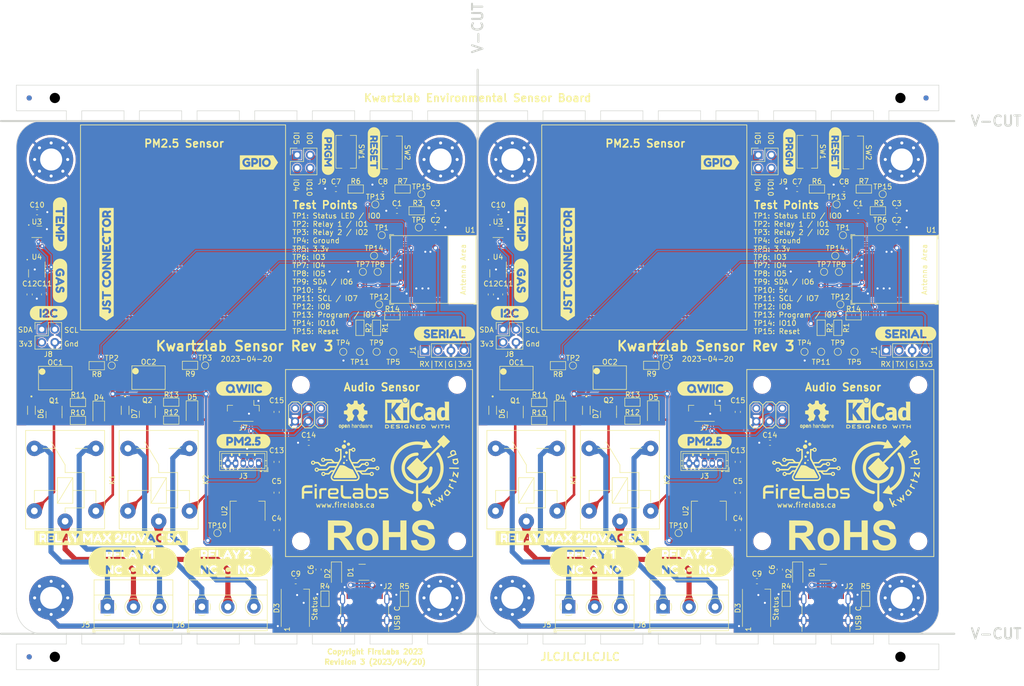
<source format=kicad_pcb>
(kicad_pcb (version 20221018) (generator pcbnew)
  (title_block (title "Kwartzlab Environmental Sensor") (date "2023-04-20") (rev "3") (company "Created By: Erin Reed (FireLabs - www.firelabs.ca)"))
  (layers (0 "F.Cu" signal) (31 "B.Cu" signal) (34 "B.Paste" user) (35 "F.Paste" user) (36 "B.SilkS" user "B.Silkscreen") (37 "F.SilkS" user "F.Silkscreen") (38 "B.Mask" user) (39 "F.Mask" user) (44 "Edge.Cuts" user))
  (net 0 "")
  (net 1 "Board_0-+3V3")
  (net 2 "Board_0-+5V")
  (net 3 "Board_0-/Output Relays/RELAY1_COM")
  (net 4 "Board_0-/Output Relays/RELAY1_EN")
  (net 5 "Board_0-/Output Relays/RELAY1_NC")
  (net 6 "Board_0-/Output Relays/RELAY1_NO")
  (net 7 "Board_0-/Output Relays/RELAY1_STATUS_LED")
  (net 8 "Board_0-/Output Relays/RELAY2_COM")
  (net 9 "Board_0-/Output Relays/RELAY2_EN")
  (net 10 "Board_0-/Output Relays/RELAY2_NC")
  (net 11 "Board_0-/Output Relays/RELAY2_NO")
  (net 12 "Board_0-/Output Relays/RELAY2_STATUS_LED")
  (net 13 "Board_0-/RX")
  (net 14 "Board_0-/Status LED/D_OUT")
  (net 15 "Board_0-/TX")
  (net 16 "Board_0-/USB C Connector/USB_CC1")
  (net 17 "Board_0-/USB C Connector/USB_CC2")
  (net 18 "Board_0-/USB_DN")
  (net 19 "Board_0-/USB_DP")
  (net 20 "Board_0-BOOT")
  (net 21 "Board_0-GND")
  (net 22 "Board_0-GPIO10")
  (net 23 "Board_0-GPIO3")
  (net 24 "Board_0-GPIO4")
  (net 25 "Board_0-GPIO5")
  (net 26 "Board_0-GPIO8")
  (net 27 "Board_0-Net-(C7-Pad2)")
  (net 28 "Board_0-Net-(C8-Pad2)")
  (net 29 "Board_0-Net-(OC1-Pad1)")
  (net 30 "Board_0-Net-(OC1-Pad3)")
  (net 31 "Board_0-Net-(OC2-Pad1)")
  (net 32 "Board_0-Net-(OC2-Pad3)")
  (net 33 "Board_0-Net-(Q1-B)")
  (net 34 "Board_0-Net-(Q2-B)")
  (net 35 "Board_0-RELAY1")
  (net 36 "Board_0-RELAY2")
  (net 37 "Board_0-RESET")
  (net 38 "Board_0-SCL")
  (net 39 "Board_0-SDA")
  (net 40 "Board_0-STATUS")
  (net 41 "Board_0-VBUS")
  (net 42 "Board_0-unconnected-(J2-SBU1-PadA8)")
  (net 43 "Board_0-unconnected-(J2-SBU2-PadB8)")
  (net 44 "Board_0-unconnected-(J4-Pin_1-Pad1)")
  (net 45 "Board_0-unconnected-(J4-Pin_5-Pad5)")
  (net 46 "Board_0-unconnected-(U1-NC-Pad10)")
  (net 47 "Board_0-unconnected-(U1-NC-Pad15)")
  (net 48 "Board_0-unconnected-(U1-NC-Pad17)")
  (net 49 "Board_0-unconnected-(U1-NC-Pad24)")
  (net 50 "Board_0-unconnected-(U1-NC-Pad25)")
  (net 51 "Board_0-unconnected-(U1-NC-Pad28)")
  (net 52 "Board_0-unconnected-(U1-NC-Pad29)")
  (net 53 "Board_0-unconnected-(U1-NC-Pad32)")
  (net 54 "Board_0-unconnected-(U1-NC-Pad33)")
  (net 55 "Board_0-unconnected-(U1-NC-Pad34)")
  (net 56 "Board_0-unconnected-(U1-NC-Pad35)")
  (net 57 "Board_0-unconnected-(U1-NC-Pad4)")
  (net 58 "Board_0-unconnected-(U1-NC-Pad7)")
  (net 59 "Board_0-unconnected-(U1-NC-Pad9)")
  (net 60 "Board_0-unconnected-(U3-NC-Pad5)")
  (net 61 "Board_1-+3V3")
  (net 62 "Board_1-+5V")
  (net 63 "Board_1-/Output Relays/RELAY1_COM")
  (net 64 "Board_1-/Output Relays/RELAY1_EN")
  (net 65 "Board_1-/Output Relays/RELAY1_NC")
  (net 66 "Board_1-/Output Relays/RELAY1_NO")
  (net 67 "Board_1-/Output Relays/RELAY1_STATUS_LED")
  (net 68 "Board_1-/Output Relays/RELAY2_COM")
  (net 69 "Board_1-/Output Relays/RELAY2_EN")
  (net 70 "Board_1-/Output Relays/RELAY2_NC")
  (net 71 "Board_1-/Output Relays/RELAY2_NO")
  (net 72 "Board_1-/Output Relays/RELAY2_STATUS_LED")
  (net 73 "Board_1-/RX")
  (net 74 "Board_1-/Status LED/D_OUT")
  (net 75 "Board_1-/TX")
  (net 76 "Board_1-/USB C Connector/USB_CC1")
  (net 77 "Board_1-/USB C Connector/USB_CC2")
  (net 78 "Board_1-/USB_DN")
  (net 79 "Board_1-/USB_DP")
  (net 80 "Board_1-BOOT")
  (net 81 "Board_1-GND")
  (net 82 "Board_1-GPIO10")
  (net 83 "Board_1-GPIO3")
  (net 84 "Board_1-GPIO4")
  (net 85 "Board_1-GPIO5")
  (net 86 "Board_1-GPIO8")
  (net 87 "Board_1-Net-(C7-Pad2)")
  (net 88 "Board_1-Net-(C8-Pad2)")
  (net 89 "Board_1-Net-(OC1-Pad1)")
  (net 90 "Board_1-Net-(OC1-Pad3)")
  (net 91 "Board_1-Net-(OC2-Pad1)")
  (net 92 "Board_1-Net-(OC2-Pad3)")
  (net 93 "Board_1-Net-(Q1-B)")
  (net 94 "Board_1-Net-(Q2-B)")
  (net 95 "Board_1-RELAY1")
  (net 96 "Board_1-RELAY2")
  (net 97 "Board_1-RESET")
  (net 98 "Board_1-SCL")
  (net 99 "Board_1-SDA")
  (net 100 "Board_1-STATUS")
  (net 101 "Board_1-VBUS")
  (net 102 "Board_1-unconnected-(J2-SBU1-PadA8)")
  (net 103 "Board_1-unconnected-(J2-SBU2-PadB8)")
  (net 104 "Board_1-unconnected-(J4-Pin_1-Pad1)")
  (net 105 "Board_1-unconnected-(J4-Pin_5-Pad5)")
  (net 106 "Board_1-unconnected-(U1-NC-Pad10)")
  (net 107 "Board_1-unconnected-(U1-NC-Pad15)")
  (net 108 "Board_1-unconnected-(U1-NC-Pad17)")
  (net 109 "Board_1-unconnected-(U1-NC-Pad24)")
  (net 110 "Board_1-unconnected-(U1-NC-Pad25)")
  (net 111 "Board_1-unconnected-(U1-NC-Pad28)")
  (net 112 "Board_1-unconnected-(U1-NC-Pad29)")
  (net 113 "Board_1-unconnected-(U1-NC-Pad32)")
  (net 114 "Board_1-unconnected-(U1-NC-Pad33)")
  (net 115 "Board_1-unconnected-(U1-NC-Pad34)")
  (net 116 "Board_1-unconnected-(U1-NC-Pad35)")
  (net 117 "Board_1-unconnected-(U1-NC-Pad4)")
  (net 118 "Board_1-unconnected-(U1-NC-Pad7)")
  (net 119 "Board_1-unconnected-(U1-NC-Pad9)")
  (net 120 "Board_1-unconnected-(U3-NC-Pad5)")
  (footprint "Connector_PinHeader_2.54mm:PinHeader_2x02_P2.54mm_Vertical" (layer "F.Cu") (at 144.649994 67.62)
    (fp_text reference "J8")
    (fp_text value "Conn_02x02_Odd_Even")
  )
  (footprint "Connector_PinHeader_2.54mm:PinHeader_2x02_P2.54mm_Vertical" (layer "F.Cu") (at 54.692806 67.62)
    (fp_text reference "J8")
    (fp_text value "Conn_02x02_Odd_Even")
  )
  (footprint "Button_Switch_SMD:SW_Tactile_SPST_NO_Straight_CK_PTS636Sx25SMTRLFS" (layer "F.Cu") (at 203.999994 33 -90)
    (fp_text reference "SW1")
    (fp_text value "SW_Push")
  )
  (footprint "Button_Switch_SMD:SW_Tactile_SPST_NO_Straight_CK_PTS636Sx25SMTRLFS" (layer "F.Cu") (at 114.042806 33 -90)
    (fp_text reference "SW1")
    (fp_text value "SW_Push")
  )
  (footprint "Capacitor_SMD:C_0603_1608Metric" (layer "F.Cu") (at 202.024994 40.25)
    (fp_text reference "C7")
    (fp_text value "0.1uF / 50v (10%) (NC)")
  )
  (footprint "Capacitor_SMD:C_0603_1608Metric" (layer "F.Cu") (at 112.067806 40.25)
    (fp_text reference "C7")
    (fp_text value "0.1uF / 50v (10%) (NC)")
  )
  (footprint "MountingHole:MountingHole_4.3mm_M4_Pad_Via" (layer "F.Cu") (at 222.432182 34.5)
    (fp_text reference "H3" hide)
    (fp_text value "M4" hide)
  )
  (footprint "MountingHole:MountingHole_4.3mm_M4_Pad_Via" (layer "F.Cu") (at 132.474994 34.5)
    (fp_text reference "H3" hide)
    (fp_text value "M4" hide)
  )
  (footprint "MountingHole:MountingHole_4.3mm_M4_Pad_Via" (layer "F.Cu") (at 56.517806 120)
    (fp_text reference "H1" hide)
    (fp_text value "M4" hide)
  )
  (footprint "MountingHole:MountingHole_4.3mm_M4_Pad_Via" (layer "F.Cu") (at 146.474994 120)
    (fp_text reference "H1" hide)
    (fp_text value "M4" hide)
  )
  (footprint "PCM_Resistor_SMD_AKL:R_0603_1608Metric" (layer "F.Cu") (at 79.937806 81.83 180)
    (fp_text reference "R13")
    (fp_text value "470 (1%)" hide)
  )
  (footprint "PCM_Resistor_SMD_AKL:R_0603_1608Metric" (layer "F.Cu") (at 169.894994 81.83 180)
    (fp_text reference "R13")
    (fp_text value "470 (1%)" hide)
  )
  (footprint "Connector_PinHeader_2.54mm:PinHeader_1x04_P2.54mm_Vertical" (layer "F.Cu") (at 219.369994 71.75 90)
    (fp_text reference "J1")
    (fp_text value "Serial Interface")
  )
  (footprint "Connector_PinHeader_2.54mm:PinHeader_1x04_P2.54mm_Vertical" (layer "F.Cu") (at 129.412806 71.75 90)
    (fp_text reference "J1")
    (fp_text value "Serial Interface")
  )
  (footprint "TestPoint:TestPoint_Pad_D1.0mm" (layer "F.Cu") (at 210.949994 49.25)
    (fp_text reference "TP1")
    (fp_text value "Status")
  )
  (footprint "TestPoint:TestPoint_Pad_D1.0mm" (layer "F.Cu") (at 120.992806 49.25)
    (fp_text reference "TP1")
    (fp_text value "Status")
  )
  (footprint "MountingHole:MountingHole_4.3mm_M4_Pad_Via" (layer "F.Cu") (at 146.474994 34.5)
    (fp_text reference "H4" hide)
    (fp_text value "M4")
  )
  (footprint "MountingHole:MountingHole_4.3mm_M4_Pad_Via" (layer "F.Cu") (at 56.517806 34.5)
    (fp_text reference "H4" hide)
    (fp_text value "M4")
  )
  (footprint "Package_TO_SOT_SMD:SOT-23" (layer "F.Cu") (at 165.229994 84.2025 -90)
    (fp_text reference "Q2")
    (fp_text value "MMBT3904")
  )
  (footprint "Package_TO_SOT_SMD:SOT-23" (layer "F.Cu") (at 75.272806 84.2025 -90)
    (fp_text reference "Q2")
    (fp_text value "MMBT3904")
  )
  (footprint "Symbol:OSHW-Logo2_7.3x6mm_SilkScreen" (layer "F.Cu") (at 205.869994 84.29)
    (fp_text reference "REF**" hide)
    (fp_text value "OSHW-Logo2_7.3x6mm_SilkScreen" hide)
  )
  (footprint "Symbol:OSHW-Logo2_7.3x6mm_SilkScreen" (layer "F.Cu") (at 115.912806 84.29)
    (fp_text reference "REF**" hide)
    (fp_text value "OSHW-Logo2_7.3x6mm_SilkScreen" hide)
  )
  (footprint "kibuzzard-64420C16" (layer "F.Cu") (at 58.252806 47.129914 -90)
    (fp_text reference "kibuzzard-64420C16" hide)
    (fp_text value "G***" hide)
  )
  (footprint "kibuzzard-64420C16" (layer "F.Cu") (at 148.209994 47.129914 -90)
    (fp_text reference "kibuzzard-64420C16" hide)
    (fp_text value "G***" hide)
  )
  (footprint "Connector_JST:JST_ZH_B5B-ZR_1x05_P1.50mm_Vertical" (layer "F.Cu") (at 186.949994 93.75 180)
    (fp_text reference "J3")
    (fp_text value "PM2.5 Sensor")
  )
  (footprint "Connector_JST:JST_ZH_B5B-ZR_1x05_P1.50mm_Vertical" (layer "F.Cu") (at 96.992806 93.75 180)
    (fp_text reference "J3")
    (fp_text value "PM2.5 Sensor")
  )
  (footprint "Symbol:RoHS-Logo_6mm_SilkScreen" (layer "F.Cu") (at 210.921131 107.778748)
    (fp_text reference "REF**" hide)
    (fp_text value "RoHS-Logo_6mm_SilkScreen" hide)
  )
  (footprint "Symbol:RoHS-Logo_6mm_SilkScreen" (layer "F.Cu") (at 120.963943 107.778748)
    (fp_text reference "REF**" hide)
    (fp_text value "RoHS-Logo_6mm_SilkScreen" hide)
  )
  (footprint "Espressif:ESP32-C3-MINI-1" (layer "F.Cu") (at 220.999994 55.95 -90)
    (fp_text reference "U1")
    (fp_text value "ESP32-C3-MINI-1")
  )
  (footprint "Espressif:ESP32-C3-MINI-1" (layer "F.Cu") (at 131.042806 55.95 -90)
    (fp_text reference "U1")
    (fp_text value "ESP32-C3-MINI-1")
  )
  (footprint "PCM_Resistor_SMD_AKL:R_0603_1608Metric" (layer "F.Cu") (at 199.879994 120.175 -90)
    (fp_text reference "R4")
    (fp_text value "5.11k" hide)
  )
  (footprint "PCM_Resistor_SMD_AKL:R_0603_1608Metric" (layer "F.Cu") (at 109.922806 120.175 -90)
    (fp_text reference "R4")
    (fp_text value "5.11k" hide)
  )
  (footprint "Fiducial" (layer "F.Cu") (at 227.157194 22.5)
    (fp_text reference "REF**" hide)
    (fp_text value "Fiducial" hide)
  )
  (footprint "Relay_THT:Relay_SPDT_Finder_36.11" (layer "F.Cu") (at 167.449994 105.05 90)
    (fp_text reference "K2")
    (fp_text value "5v Relay")
  )
  (footprint "Relay_THT:Relay_SPDT_Finder_36.11" (layer "F.Cu") (at 77.492806 105.05 90)
    (fp_text reference "K2")
    (fp_text value "5v Relay")
  )
  (footprint "Capacitor_SMD:C_0603_1608Metric" (layer "F.Cu") (at 221.424994 47.75)
    (fp_text reference "C2")
    (fp_text value "10uF / 25v (20%)")
  )
  (footprint "Capacitor_SMD:C_0603_1608Metric" (layer "F.Cu") (at 131.467806 47.75)
    (fp_text reference "C2")
    (fp_text value "10uF / 25v (20%)")
  )
  (footprint "LOGO" (layer "F.Cu") (at 217.849994 94.7)
    (fp_text reference "G***" hide)
    (fp_text value "LOGO" hide)
  )
  (footprint "LOGO" (layer "F.Cu") (at 127.892806 94.7)
    (fp_text reference "G***" hide)
    (fp_text value "LOGO" hide)
  )
  (footprint "MountingHole:MountingHole_4.3mm_M4_Pad_Via" (layer "F.Cu") (at 222.419575 120)
    (fp_text reference "H2" hide)
    (fp_text value "M4" hide)
  )
  (footprint "MountingHole:MountingHole_4.3mm_M4_Pad_Via" (layer "F.Cu") (at 132.462387 120)
    (fp_text reference "H2" hide)
    (fp_text value "M4" hide)
  )
  (footprint "kibuzzard-644479D4" (layer "F.Cu") (at 158.159994 108.31)
    (fp_text reference "kibuzzard-644479D4" hide)
    (fp_text value "G***" hide)
  )
  (footprint "kibuzzard-644479D4" (layer "F.Cu") (at 68.202806 108.31)
    (fp_text reference "kibuzzard-644479D4" hide)
    (fp_text value "G***" hide)
  )
  (footprint "kibuzzard-64420E8B" (layer "F.Cu") (at 157.279994 54.94 90)
    (fp_text reference "kibuzzard-64420E8B" hide)
    (fp_text value "G***" hide)
  )
  (footprint "kibuzzard-64420E8B" (layer "F.Cu") (at 67.322806 54.94 90)
    (fp_text reference "kibuzzard-64420E8B" hide)
    (fp_text value "G***" hide)
  )
  (footprint "Capacitor_SMD:C_0603_1608Metric" (layer "F.Cu") (at 106.767806 89.75 180)
    (fp_text reference "C14")
    (fp_text value "10uF / 25v (20%)")
  )
  (footprint "Capacitor_SMD:C_0603_1608Metric" (layer "F.Cu") (at 196.724994 89.75 180)
    (fp_text reference "C14")
    (fp_text value "10uF / 25v (20%)")
  )
  (footprint "PCM_Resistor_SMD_AKL:R_0603_1608Metric" (layer "F.Cu") (at 209.949994 67.325 -90)
    (fp_text reference "R1")
    (fp_text value "5.1k (1%)" hide)
  )
  (footprint "PCM_Resistor_SMD_AKL:R_0603_1608Metric" (layer "F.Cu") (at 119.992806 67.325 -90)
    (fp_text reference "R1")
    (fp_text value "5.1k (1%)" hide)
  )
  (footprint "Capacitor_SMD:C_0603_1608Metric" (layer "F.Cu") (at 143.724994 44.791017)
    (fp_text reference "C10")
    (fp_text value "10uF / 25v (20%)")
  )
  (footprint "Capacitor_SMD:C_0603_1608Metric" (layer "F.Cu") (at 53.767806 44.791017)
    (fp_text reference "C10")
    (fp_text value "10uF / 25v (20%)")
  )
  (footprint "kibuzzard-64420C1B" (layer "F.Cu") (at 148.205204 58.135179 -90)
    (fp_text reference "kibuzzard-64420C1B" hide)
    (fp_text value "G***" hide)
  )
  (footprint "kibuzzard-64420C1B" (layer "F.Cu") (at 58.248016 58.135179 -90)
    (fp_text reference "kibuzzard-64420C1B" hide)
    (fp_text value "G***" hide)
  )
  (footprint "TerminalBlock_Phoenix:TerminalBlock_Phoenix_MKDS-1,5-3-5.08_1x03_P5.08mm_Horizontal" (layer "F.Cu") (at 175.864994 121.75)
    (fp_text reference "J6")
    (fp_text value "Screw_Terminal_01x03")
  )
  (footprint "TerminalBlock_Phoenix:TerminalBlock_Phoenix_MKDS-1,5-3-5.08_1x03_P5.08mm_Horizontal" (layer "F.Cu") (at 85.907806 121.75)
    (fp_text reference "J6")
    (fp_text value "Screw_Terminal_01x03")
  )
  (footprint "TestPoint:TestPoint_Pad_D1.0mm" (layer "F.Cu") (at 178.899994 107.35)
    (fp_text reference "TP10")
    (fp_text value "5V")
  )
  (footprint "TestPoint:TestPoint_Pad_D1.0mm" (layer "F.Cu") (at 88.942806 107.35)
    (fp_text reference "TP10")
    (fp_text value "5V")
  )
  (footprint "Capacitor_SMD:C_0603_1608Metric" (layer "F.Cu") (at 190.449994 83.725 90)
    (fp_text reference "C15")
    (fp_text value "10uF / 25v (20%)")
  )
  (footprint "Capacitor_SMD:C_0603_1608Metric" (layer "F.Cu") (at 100.492806 83.725 90)
    (fp_text reference "C15")
    (fp_text value "10uF / 25v (20%)")
  )
  (footprint "LED_SMD:LED_WS2812B_PLCC4_5.0x5.0mm_P3.2mm" (layer "F.Cu") (at 194.099994 121.95 90)
    (fp_text reference "D3")
    (fp_text value "WS2812B")
  )
  (footprint "LED_SMD:LED_WS2812B_PLCC4_5.0x5.0mm_P3.2mm" (layer "F.Cu") (at 104.142806 121.95 90)
    (fp_text reference "D3")
    (fp_text value "WS2812B")
  )
  (footprint "Capacitor_SMD:C_0603_1608Metric" (layer "F.Cu") (at 100.492806 93.475 90)
    (fp_text reference "C13")
    (fp_text value "10uF / 25v (20%)")
  )
  (footprint "Capacitor_SMD:C_0603_1608Metric" (layer "F.Cu") (at 190.449994 93.475 90)
    (fp_text reference "C13")
    (fp_text value "10uF / 25v (20%)")
  )
  (footprint "Symbol:KiCad-Logo2_5mm_SilkScreen" (layer "F.Cu") (at 217.889994 83.95)
    (fp_text reference "REF**" hide)
    (fp_text value "KiCad-Logo2_5mm_SilkScreen" hide)
  )
  (footprint "Symbol:KiCad-Logo2_5mm_SilkScreen" (layer "F.Cu") (at 127.932806 83.95)
    (fp_text reference "REF**" hide)
    (fp_text value "KiCad-Logo2_5mm_SilkScreen" hide)
  )
  (footprint "PCM_Resistor_SMD_AKL:R_0603_1608Metric" (layer "F.Cu") (at 125.422806 120.175 -90)
    (fp_text reference "R5")
    (fp_text value "5.11k" hide)
  )
  (footprint "PCM_Resistor_SMD_AKL:R_0603_1608Metric" (layer "F.Cu") (at 215.379994 120.175 -90)
    (fp_text reference "R5")
    (fp_text value "5.11k" hide)
  )
  (footprint "TestPoint:TestPoint_Pad_D1.0mm" (layer "F.Cu") (at 209.949994 72 90)
    (fp_text reference "TP9")
    (fp_text value "SDA")
  )
  (footprint "TestPoint:TestPoint_Pad_D1.0mm" (layer "F.Cu") (at 119.992806 72 90)
    (fp_text reference "TP9")
    (fp_text value "SDA")
  )
  (footprint "Fiducial" (layer "F.Cu") (at 52.242806 131.5)
    (fp_text reference "REF**" hide)
    (fp_text value "Fiducial" hide)
  )
  (footprint "LL4148:DIO_LL4148" (layer "F.Cu") (at 52.672806 83.412 -90)
    (fp_text reference "D6")
    (fp_text value "LL4148")
  )
  (footprint "LL4148:DIO_LL4148" (layer "F.Cu") (at 142.629994 83.412 -90)
    (fp_text reference "D6")
    (fp_text value "LL4148")
  )
  (footprint "Button_Switch_SMD:SW_Tactile_SPST_NO_Straight_CK_PTS636Sx25SMTRLFS" (layer "F.Cu") (at 212.949994 33.125 -90)
    (fp_text reference "SW2")
    (fp_text value "SW_Push")
  )
  (footprint "Button_Switch_SMD:SW_Tactile_SPST_NO_Straight_CK_PTS636Sx25SMTRLFS" (layer "F.Cu") (at 122.992806 33.125 -90)
    (fp_text reference "SW2")
    (fp_text value "SW_Push")
  )
  (footprint "Capacitor_SMD:C_0603_1608Metric" (layer "F.Cu") (at 100.492806 99.475 90)
    (fp_text reference "C5")
    (fp_text value "10uF / 25v (20%)")
  )
  (footprint "Capacitor_SMD:C_0603_1608Metric" (layer "F.Cu") (at 190.449994 99.475 90)
    (fp_text reference "C5")
    (fp_text value "10uF / 25v (20%)")
  )
  (footprint "TestPoint:TestPoint_Pad_D1.0mm" (layer "F.Cu") (at 113.492806 72 90)
    (fp_text reference "TP4")
    (fp_text value "GND")
  )
  (footprint "TestPoint:TestPoint_Pad_D1.0mm" (layer "F.Cu") (at 203.449994 72 90)
    (fp_text reference "TP4")
    (fp_text value "GND")
  )
  (footprint "PCM_Resistor_SMD_AKL:R_0603_1608Metric" (layer "F.Cu") (at 125.067806 40.25)
    (fp_text reference "R7")
    (fp_text value "100" hide)
  )
  (footprint "PCM_Resistor_SMD_AKL:R_0603_1608Metric" (layer "F.Cu") (at 215.024994 40.25)
    (fp_text reference "R7")
    (fp_text value "100" hide)
  )
  (footprint "Diode_SMD:D_SOD-123" (layer "F.Cu") (at 112.172806 115.35 -90)
    (fp_text reference "D2")
    (fp_text value "1N5819HW-7-F")
  )
  (footprint "Diode_SMD:D_SOD-123" (layer "F.Cu") (at 202.129994 115.35 -90)
    (fp_text reference "D2")
    (fp_text value "1N5819HW-7-F")
  )
  (footprint "PCM_Resistor_SMD_AKL:R_0603_1608Metric" (layer "F.Cu") (at 151.704994 85.39 180)
    (fp_text reference "R10")
    (fp_text value "1k (1%)" hide)
  )
  (footprint "PCM_Resistor_SMD_AKL:R_0603_1608Metric" (layer "F.Cu") (at 61.747806 85.39 180)
    (fp_text reference "R10")
    (fp_text value "1k (1%)" hide)
  )
  (footprint "TestPoint:TestPoint_Pad_D1.0mm" (layer "F.Cu") (at 86.552806 74.65)
    (fp_text reference "TP3")
    (fp_text value "Relay 2")
  )
  (footprint "TestPoint:TestPoint_Pad_D1.0mm" (layer "F.Cu") (at 176.509994 74.65)
    (fp_text reference "TP3")
    (fp_text value "Relay 2")
  )
  (footprint "Capacitor_SMD:C_0603_1608Metric" (layer "F.Cu") (at 213.924994 44.5)
    (fp_text reference "C1")
    (fp_text value "1uF / 16v (10%)")
  )
  (footprint "Capacitor_SMD:C_0603_1608Metric" (layer "F.Cu") (at 123.967806 44.5)
    (fp_text reference "C1")
    (fp_text value "1uF / 16v (10%)")
  )
  (footprint "Connector_JST:JST_SH_BM04B-SRSS-TB_1x04-1MP_P1.00mm_Vertical" (layer "F.Cu") (at 183.949994 83.55 180)
    (fp_text reference "J7")
    (fp_text value "Qwiic Connector")
  )
  (footprint "Connector_JST:JST_SH_BM04B-SRSS-TB_1x04-1MP_P1.00mm_Vertical" (layer "F.Cu") (at 93.992806 83.55 180)
    (fp_text reference "J7")
    (fp_text value "Qwiic Connector")
  )
  (footprint "Capacitor_SMD:C_0603_1608Metric" (layer "F.Cu") (at 121.217806 40.25)
    (fp_text reference "C8")
    (fp_text value "0.1uF / 50v (10%) (NC)")
  )
  (footprint "Capacitor_SMD:C_0603_1608Metric" (layer "F.Cu") (at 211.174994 40.25)
    (fp_text reference "C8")
    (fp_text value "0.1uF / 50v (10%) (NC)")
  )
  (footprint "PCM_Resistor_SMD_AKL:R_0603_1608Metric" (layer "F.Cu") (at 213.024994 64.99)
    (fp_text reference "R14")
    (fp_text value "10k (1%)" hide)
  )
  (footprint "PCM_Resistor_SMD_AKL:R_0603_1608Metric" (layer "F.Cu") (at 123.067806 64.99)
    (fp_text reference "R14")
    (fp_text value "10k (1%)" hide)
  )
  (footprint "TestPoint:TestPoint_Pad_D1.0mm" (layer "F.Cu") (at 119.742806 43.25)
    (fp_text reference "TP13")
    (fp_text value "Program")
  )
  (footprint "TestPoint:TestPoint_Pad_D1.0mm" (layer "F.Cu") (at 209.699994 43.25)
    (fp_text reference "TP13")
    (fp_text value "Program")
  )
  (footprint "LTV-816S:SMD4-2.54-4.6X6.5MM" (layer "F.Cu") (at 57.307806 77.135 -90)
    (fp_text reference "OC1")
    (fp_text value "APC-817A1")
  )
  (footprint "LTV-816S:SMD4-2.54-4.6X6.5MM" (layer "F.Cu") (at 147.264994 77.135 -90)
    (fp_text reference "OC1")
    (fp_text value "APC-817A1")
  )
  (footprint "TestPoint:TestPoint_Pad_D1.0mm" (layer "F.Cu") (at 128.242806 47.75)
    (fp_text reference "TP6")
    (fp_text value "GPIO3")
  )
  (footprint "TestPoint:TestPoint_Pad_D1.0mm" (layer "F.Cu") (at 218.199994 47.75)
    (fp_text reference "TP6")
    (fp_text value "GPIO3")
  )
  (footprint "TerminalBlock_Phoenix:TerminalBlock_Phoenix_MKDS-1,5-3-5.08_1x03_P5.08mm_Horizontal" (layer "F.Cu") (at 67.492806 121.75)
    (fp_text reference "J5")
    (fp_text value "Screw_Terminal_01x03")
  )
  (footprint "TerminalBlock_Phoenix:TerminalBlock_Phoenix_MKDS-1,5-3-5.08_1x03_P5.08mm_Horizontal" (layer "F.Cu") (at 157.449994 121.75)
    (fp_text reference "J5")
    (fp_text value "Screw_Terminal_01x03")
  )
  (footprint "LTV-816S:SMD4-2.54-4.6X6.5MM" (layer "F.Cu") (at 165.469994 77.04 -90)
    (fp_text reference "OC2")
    (fp_text value "APC-817A1")
  )
  (footprint "LTV-816S:SMD4-2.54-4.6X6.5MM" (layer "F.Cu") (at 75.512806 77.04 -90)
    (fp_text reference "OC2")
    (fp_text value "APC-817A1")
  )
  (footprint "kibuzzard-64420C54" (layer "F.Cu") (at 180.949994 113)
    (fp_text reference "kibuzzard-64420C54" hide)
    (fp_text value "G***" hide)
  )
  (footprint "kibuzzard-64420C54" (layer "F.Cu") (at 90.992806 113)
    (fp_text reference "kibuzzard-64420C54" hide)
    (fp_text value "G***" hide)
  )
  (footprint "Zio Loudness Sensor:zio_loudness_sensor" (layer "F.Cu") (at 106.755734 84.304144 180)
    (fp_text reference "J4" hide)
    (fp_text value "Zio Loudness Sensor")
  )
  (footprint "Zio Loudness Sensor:zio_loudness_sensor" (layer "F.Cu") (at 196.712922 84.304144 180)
    (fp_text reference "J4" hide)
    (fp_text value "Zio Loudness Sensor")
  )
  (footprint "kibuzzard-64420A6A" (layer "F.Cu") (at 145.969994 64.47)
    (fp_text reference "kibuzzard-64420A6A" hide)
    (fp_text value "G***" hide)
  )
  (footprint "kibuzzard-64420A6A" (layer "F.Cu") (at 56.012806 64.47)
    (fp_text reference "kibuzzard-64420A6A" hide)
    (fp_text value "G***" hide)
  )
  (footprint "NPTH" (layer "F.Cu") (at 222.157194 22.5)
    (fp_text reference "REF**" hide)
    (fp_text value "NPTH" hide)
  )
  (footprint "PCM_Resistor_SMD_AKL:R_0603_1608Metric" (layer "F.Cu") (at 169.894994 85.33 180)
    (fp_text reference "R12")
    (fp_text value "1k (1%)" hide)
  )
  (footprint "PCM_Resistor_SMD_AKL:R_0603_1608Metric" (layer "F.Cu") (at 79.937806 85.33 180)
    (fp_text reference "R12")
    (fp_text value "1k (1%)" hide)
  )
  (footprint "kibuzzard-644209FA" (layer "F.Cu") (at 184.089994 79.18)
    (fp_text reference "kibuzzard-644209FA" hide)
    (fp_text value "G***" hide)
  )
  (footprint "kibuzzard-644209FA" (layer "F.Cu") (at 94.132806 79.18)
    (fp_text reference "kibuzzard-644209FA" hide)
    (fp_text value "G***" hide)
  )
  (footprint "NPTH" (layer "F.Cu") (at 57.242806 22.5)
    (fp_text reference "REF**" hide)
    (fp_text value "NPTH" hide)
  )
  (footprint "LL4148:DIO_LL4148" (layer "F.Cu") (at 160.901994 83.412 -90)
    (fp_text reference "D7")
    (fp_text value "LL4148")
  )
  (footprint "LL4148:DIO_LL4148" (layer "F.Cu") (at 70.944806 83.412 -90)
    (fp_text reference "D7")
    (fp_text value "LL4148")
  )
  (footprint "kibuzzard-64420A01" (layer "F.Cu") (at 94.032806 89.45)
    (fp_text reference "kibuzzard-64420A01" hide)
    (fp_text value "G***" hide)
  )
  (footprint "kibuzzard-64420A01" (layer "F.Cu") (at 183.989994 89.45)
    (fp_text reference "kibuzzard-64420A01" hide)
    (fp_text value "G***" hide)
  )
  (footprint "TestPoint:TestPoint_Pad_D1.0mm" (layer "F.Cu") (at 116.742806 72 90)
    (fp_text reference "TP11")
    (fp_text value "SCL")
  )
  (footprint "TestPoint:TestPoint_Pad_D1.0mm" (layer "F.Cu") (at 206.699994 72 90)
    (fp_text reference "TP11")
    (fp_text value "SCL")
  )
  (footprint "kibuzzard-64444232" (layer "F.Cu") (at 187.009994 35.08)
    (fp_text reference "kibuzzard-64444232" hide)
    (fp_text value "G***" hide)
  )
  (footprint "kibuzzard-64444232" (layer "F.Cu") (at 97.052806 35.08)
    (fp_text reference "kibuzzard-64444232" hide)
    (fp_text value "G***" hide)
  )
  (footprint "NPTH" (layer "F.Cu") (at 57.242806 131.5)
    (fp_text reference "REF**" hide)
    (fp_text value "NPTH" hide)
  )
  (footprint "kibuzzard-64420CCA" (layer "F.Cu") (at 200.499994 33.01 -90)
    (fp_text reference "kibuzzard-64420CCA" hide)
    (fp_text value "G***" hide)
  )
  (footprint "kibuzzard-64420CCA" (layer "F.Cu") (at 110.542806 33.01 -90)
    (fp_text reference "kibuzzard-64420CCA" hide)
    (fp_text value "G***" hide)
  )
  (footprint "TestPoint:TestPoint_Pad_D1.0mm" (layer "F.Cu") (at 209.449994 53.25)
    (fp_text reference "TP14")
    (fp_text value "GPIO10")
  )
  (footprint "TestPoint:TestPoint_Pad_D1.0mm" (layer "F.Cu") (at 119.492806 53.25)
    (fp_text reference "TP14")
    (fp_text value "GPIO10")
  )
  (footprint "Capacitor_SMD:C_0603_1608Metric" (layer "F.Cu") (at 221.424994 44.5)
    (fp_text reference "C3")
    (fp_text value "0.1uF / 50v (10%)")
  )
  (footprint "Capacitor_SMD:C_0603_1608Metric" (layer "F.Cu") (at 131.467806 44.5)
    (fp_text reference "C3")
    (fp_text value "0.1uF / 50v (10%)")
  )
  (footprint "Package_LGA:Bosch_LGA-8_3x3mm_P0.8mm_ClockwisePinNumbering" (layer "F.Cu") (at 143.682475 55.959368)
    (fp_text reference "U4")
    (fp_text value "BME688")
  )
  (footprint "Package_LGA:Bosch_LGA-8_3x3mm_P0.8mm_ClockwisePinNumbering" (layer "F.Cu") (at 53.725287 55.959368)
    (fp_text reference "U4")
    (fp_text value "BME688")
  )
  (footprint "TestPoint:TestPoint_Pad_D1.0mm" (layer "F.Cu") (at 210.159994 56.41)
    (fp_text reference "TP8")
    (fp_text value "GPIO5")
  )
  (footprint "TestPoint:TestPoint_Pad_D1.0mm" (layer "F.Cu") (at 120.202806 56.41)
    (fp_text reference "TP8")
    (fp_text value "GPIO5")
  )
  (footprint "LED_SMD:LED_1206_3216Metric" (layer "F.Cu") (at 155.759994 83.9025 -90)
    (fp_text reference "D4")
    (fp_text value "LED")
  )
  (footprint "LED_SMD:LED_1206_3216Metric" (layer "F.Cu") (at 65.802806 83.9025 -90)
    (fp_text reference "D4")
    (fp_text value "LED")
  )
  (footprint "TestPoint:TestPoint_Pad_D1.0mm" (layer "F.Cu") (at 123.242806 72 90)
    (fp_text reference "TP5")
    (fp_text value "3V3")
  )
  (footprint "TestPoint:TestPoint_Pad_D1.0mm" (layer "F.Cu") (at 213.199994 72 90)
    (fp_text reference "TP5")
    (fp_text value "3V3")
  )
  (footprint "TestPoint:TestPoint_Pad_D1.0mm" (layer "F.Cu") (at 120.492806 62.75)
    (fp_text reference "TP12")
    (fp_text value "GPIO8")
  )
  (footprint "TestPoint:TestPoint_Pad_D1.0mm" (layer "F.Cu") (at 210.449994 62.75)
    (fp_text reference "TP12")
    (fp_text value "GPIO8")
  )
  (footprint "Capacitor_SMD:C_0603_1608Metric" (layer "F.Cu") (at 198.629994 114.475 -90)
    (fp_text reference "C6")
    (fp_text value "10uF / 25v (20%)")
  )
  (footprint "Capacitor_SMD:C_0603_1608Metric" (layer "F.Cu") (at 108.672806 114.475 -90)
    (fp_text reference "C6")
    (fp_text value "10uF / 25v (20%)")
  )
  (footprint "Connector_USB:USB_C_Receptacle_GCT_USB4105-xx-A_16P_TopMnt_Horizontal" (layer "F.Cu") (at 207.629994 123.325)
    (fp_text reference "J2")
    (fp_text value "USB_C_Receptacle_USB2.0")
  )
  (footprint "Connector_USB:USB_C_Receptacle_GCT_USB4105-xx-A_16P_TopMnt_Horizontal" (layer "F.Cu") (at 117.672806 123.325)
    (fp_text reference "J2")
    (fp_text value "USB_C_Receptacle_USB2.0")
  )
  (footprint "Connector_PinHeader_2.54mm:PinHeader_2x02_P2.54mm_Vertical" (layer "F.Cu") (at 194.449994 33.61)
    (fp_text reference "J9")
    (fp_text value "Conn_02x02_Odd_Even")
  )
  (footprint "Connector_PinHeader_2.54mm:PinHeader_2x02_P2.54mm_Vertical" (layer "F.Cu") (at 104.492806 33.61)
    (fp_text reference "J9")
    (fp_text value "Conn_02x02_Odd_Even")
  )
  (footprint "PCM_Resistor_SMD_AKL:R_0603_1608Metric" (layer "F.Cu") (at 206.699994 67.325 -90)
    (fp_text reference "R2")
    (fp_text value "5.1k (1%)" hide)
  )
  (footprint "PCM_Resistor_SMD_AKL:R_0603_1608Metric" (layer "F.Cu") (at 116.742806 67.325 -90)
    (fp_text reference "R2")
    (fp_text value "5.1k (1%)" hide)
  )
  (footprint "PCM_Resistor_SMD_AKL:R_0603_1608Metric" (layer "F.Cu") (at 61.747806 81.89 180)
    (fp_text reference "R11")
    (fp_text value "470 (1%)" hide)
  )
  (footprint "PCM_Resistor_SMD_AKL:R_0603_1608Metric" (layer "F.Cu") (at 151.704994 81.89 180)
    (fp_text reference "R11")
    (fp_text value "470 (1%)" hide)
  )
  (footprint "Sensor_Humidity:Sensirion_DFN-4-1EP_2x2mm_P1mm_EP0.7x1.6mm" (layer "F.Cu") (at 53.717806 48.603517)
    (fp_text reference "U3")
    (fp_text value "SHTC3")
  )
  (footprint "Sensor_Humidity:Sensirion_DFN-4-1EP_2x2mm_P1mm_EP0.7x1.6mm" (layer "F.Cu") (at 143.674994 48.603517)
    (fp_text reference "U3")
    (fp_text value "SHTC3")
  )
  (footprint "PCM_Resistor_SMD_AKL:R_0603_1608Metric" (layer "F.Cu") (at 83.607806 74.65 180)
    (fp_text reference "R9")
    (fp_text value "1k (1%)" hide)
  )
  (footprint "PCM_Resistor_SMD_AKL:R_0603_1608Metric" (layer "F.Cu") (at 173.564994 74.65 180)
    (fp_text reference "R9")
    (fp_text value "1k (1%)" hide)
  )
  (footprint "PCM_Resistor_SMD_AKL:R_0603_1608Metric" (layer "F.Cu") (at 65.417806 74.71 180)
    (fp_text reference "R8")
    (fp_text value "1k (1%)" hide)
  )
  (footprint "PCM_Resistor_SMD_AKL:R_0603_1608Metric" (layer "F.Cu") (at 155.374994 74.71 180)
    (fp_text reference "R8")
    (fp_text value "1k (1%)" hide)
  )
  (footprint "TestPoint:TestPoint_Pad_D1.0mm" (layer "F.Cu") (at 218.699994 41.25)
    (fp_text reference "TP15")
    (fp_text value "Reset")
  )
  (footprint "TestPoint:TestPoint_Pad_D1.0mm" (layer "F.Cu") (at 128.742806 41.25)
    (fp_text reference "TP15")
    (fp_text value "Reset")
  )
  (footprint "NPTH" (layer "F.Cu") (at 222.157194 131.5)
    (fp_text reference "REF**" hide)
    (fp_text value "NPTH" hide)
  )
  (footprint "Fiducial" (layer "F.Cu") (at 52.242806 22.5)
    (fp_text reference "REF**" hide)
    (fp_text value "Fiducial" hide)
  )
  (footprint "Package_TO_SOT_SMD:SOT-223-3_TabPin2" (layer "F.Cu") (at 184.789994 103.05 90)
    (fp_text reference "U2")
    (fp_text value "AMS1117-3.3")
  )
  (footprint "Package_TO_SOT_SMD:SOT-223-3_TabPin2" (layer "F.Cu") (at 94.832806 103.05 90)
    (fp_text reference "U2")
    (fp_text value "AMS1117-3.3")
  )
  (footprint "LED_SMD:LED_1206_3216Metric" (layer "F.Cu") (at 173.949994 83.8425 -90)
    (fp_text reference "D5")
    (fp_text value "LED")
  )
  (footprint "LED_SMD:LED_1206_3216Metric" (layer "F.Cu") (at 83.992806 83.8425 -90)
    (fp_text reference "D5")
    (fp_text value "LED")
  )
  (footprint "kibuzzard-64420C24" (layer "F.Cu") (at 223.199994 68.5)
    (fp_text reference "kibuzzard-64420C24" hide)
    (fp_text value "G***" hide)
  )
  (footprint "kibuzzard-64420C24" (layer "F.Cu") (at 133.242806 68.5)
    (fp_text reference "kibuzzard-64420C24" hide)
    (fp_text value "G***" hide)
  )
  (footprint "Package_TO_SOT_SMD:SOT-143" (layer "F.Cu") (at 207.129994 115 180)
    (fp_text reference "D1")
    (fp_text value "SP0503BAHT")
  )
  (footprint "Package_TO_SOT_SMD:SOT-143" (layer "F.Cu") (at 117.172806 115 180)
    (fp_text reference "D1")
    (fp_text value "SP0503BAHT")
  )
  (footprint "Capacitor_SMD:C_0603_1608Metric" (layer "F.Cu") (at 190.449994 106.775 90)
    (fp_text reference "C4")
    (fp_text value "10uF / 25v (20%)")
  )
  (footprint "Capacitor_SMD:C_0603_1608Metric" (layer "F.Cu") (at 100.492806 106.775 90)
    (fp_text reference "C4")
    (fp_text value "10uF / 25v (20%)")
  )
  (footprint "" (layer "F.Cu") (at 142.629994 81.462)
    (fp_text reference "")
    (fp_text value "")
  )
  (footprint "" (layer "F.Cu") (at 52.672806 81.462)
    (fp_text reference "")
    (fp_text value "")
  )
  (footprint "PCM_Resistor_SMD_AKL:R_0603_1608Metric" (layer "F.Cu") (at 205.874994 40.25)
    (fp_text reference "R6")
    (fp_text value "100" hide)
  )
  (footprint "PCM_Resistor_SMD_AKL:R_0603_1608Metric" (layer "F.Cu") (at 115.917806 40.25)
    (fp_text reference "R6")
    (fp_text value "100" hide)
  )
  (footprint "Package_TO_SOT_SMD:SOT-23" (layer "F.Cu") (at 147.039994 84.2625 -90)
    (fp_text reference "Q1")
    (fp_text value "MMBT3904")
  )
  (footprint "Package_TO_SOT_SMD:SOT-23" (layer "F.Cu") (at 57.082806 84.2625 -90)
    (fp_text reference "Q1")
    (fp_text value "MMBT3904")
  )
  (footprint "Relay_THT:Relay_SPDT_Finder_36.11" (layer "F.Cu") (at 149.199994 105.05 90)
    (fp_text reference "K1")
    (fp_text value "5v Relay")
  )
  (footprint "Relay_THT:Relay_SPDT_Finder_36.11" (layer "F.Cu") (at 59.242806 105.05 90)
    (fp_text reference "K1")
    (fp_text value "5v Relay")
  )
  (footprint "Capacitor_SMD:C_0603_1608Metric" (layer "F.Cu") (at 55.150564 60.815 -90)
    (fp_text reference "C11")
    (fp_text value "10uF / 25v (20%)")
  )
  (footprint "Capacitor_SMD:C_0603_1608Metric" (layer "F.Cu") (at 145.107752 60.815 -90)
    (fp_text reference "C11")
    (fp_text value "10uF / 25v (20%)")
  )
  (footprint "Capacitor_SMD:C_0603_1608Metric" (layer "F.Cu") (at 104.217806 116.75)
    (fp_text reference "C9")
    (fp_text value "10uF / 25v (20%)")
  )
  (footprint "Capacitor_SMD:C_0603_1608Metric" (layer "F.Cu") (at 194.174994 116.75)
    (fp_text reference "C9")
    (fp_text value "10uF / 25v (20%)")
  )
  (footprint "kibuzzard-64420C5E" (layer "F.Cu") (at 162.449994 113)
    (fp_text reference "kibuzzard-64420C5E" hide)
    (fp_text value "G***" hide)
  )
  (footprint "kibuzzard-64420C5E" (layer "F.Cu") (at 72.492806 113)
    (fp_text reference "kibuzzard-64420C5E" hide)
    (fp_text value "G***" hide)
  )
  (footprint "TestPoint:TestPoint_Pad_D1.0mm" (layer "F.Cu") (at 207.269994 56.41)
    (fp_text reference "TP7")
    (fp_text value "GPIO4")
  )
  (footprint "TestPoint:TestPoint_Pad_D1.0mm" (layer "F.Cu") (at 117.312806 56.41)
    (fp_text reference "TP7")
    (fp_text value "GPIO4")
  )
  (footprint "LOGO" (layer "F.Cu") (at 113.862806 94.95)
    (fp_text reference "G***" hide)
    (fp_text value "LOGO" hide)
  )
  (footprint "LOGO" (layer "F.Cu") (at 203.819994 94.95)
    (fp_text reference "G***" hide)
    (fp_text value "LOGO" hide)
  )
  (footprint "TestPoint:TestPoint_Pad_D1.0mm" (layer "F.Cu") (at 158.289994 74.68)
    (fp_text reference "TP2")
    (fp_text value "Relay 1")
  )
  (footprint "TestPoint:TestPoint_Pad_D1.0mm" (layer "F.Cu") (at 68.332806 74.68)
    (fp_text reference "TP2")
    (fp_text value "Relay 1")
  )
  (footprint "PCM_Resistor_SMD_AKL:R_0603_1608Metric" (layer "F.Cu") (at 217.774994 44.5 180)
    (fp_text reference "R3")
    (fp_text value "10k (1%)" hide)
  )
  (footprint "PCM_Resistor_SMD_AKL:R_0603_1608Metric" (layer "F.Cu") (at 127.817806 44.5 180)
    (fp_text reference "R3")
    (fp_text value "10k (1%)" hide)
  )
  (footprint "kibuzzard-64420CBE" (layer "F.Cu") (at 119.482806 33.11 -90)
    (fp_text reference "kibuzzard-64420CBE" hide)
    (fp_text value "G***" hide)
  )
  (footprint "kibuzzard-64420CBE" (layer "F.Cu") (at 209.439994 33.11 -90)
    (fp_text reference "kibuzzard-64420CBE" hide)
    (fp_text value "G***" hide)
  )
  (footprint "Capacitor_SMD:C_0603_1608Metric" (layer "F.Cu") (at 52.320564 60.825 -90)
    (fp_text reference "C12")
    (fp_text value "10uF / 25v (20%)")
  )
  (footprint "Capacitor_SMD:C_0603_1608Metric" (layer "F.Cu") (at 142.277752 60.825 -90)
    (fp_text reference "C12")
    (fp_text value "10uF / 25v (20%)")
  )
  (footprint "Fiducial" (layer "B.Cu") (at 227.157194 22.5)
    (fp_text reference "REF**" hide)
    (fp_text value "Fiducial" hide)
  )
  (footprint "Fiducial" (layer "B.Cu") (at 52.242806 131.5)
    (fp_text reference "REF**" hide)
    (fp_text value "Fiducial" hide)
  )
  (footprint "Fiducial" (layer "B.Cu") (at 52.242806 22.5)
    (fp_text reference "REF**" hide)
    (fp_text value "Fiducial" hide)
  )
  (gr_rect (start 62.242806 27.75) (end 102.242806 67.75) (stroke (width 0.15)) (fill none) (layer "F.SilkS"))
  (gr_rect (start 152.199994 27.75) (end 192.199994 67.75) (stroke (width 0.15)) (fill none) (layer "F.SilkS"))
  (gr_line (start 50.499584 29.355179) (end 50.371072 29.57349) (stroke (width 0.1)) (layer "Edge.Cuts"))
  (gr_line (start 62.487454 129) (end 62.487454 126.999998) (stroke (width 0.1)) (layer "Edge.Cuts"))
  (gr_line (start 84.976751 25) (end 93.2214 25) (stroke (width 0.1)) (layer "Edge.Cuts"))
  (gr_line (start 139.929297 123.496815) (end 140.011233 123.736526) (stroke (width 0.1)) (layer "Edge.Cuts"))
  (gr_line (start 160.689294 27) (end 152.444644 27) (stroke (width 0.1)) (layer "Edge.Cuts"))
  (gr_line (start 126.955345 25) (end 126.955345 27) (stroke (width 0.1)) (layer "Edge.Cuts"))
  (gr_line (start 141.07603 28.555165) (end 140.906203 28.743137) (stroke (width 0.1)) (layer "Edge.Cuts"))
  (gr_line (start 136.901969 27.510973) (end 136.671777 27.405207) (stroke (width 0.1)) (layer "Edge.Cuts"))
  (gr_line (start 144.194152 27.025653) (end 143.942855 27.057658) (stroke (width 0.1)) (layer "Edge.Cuts"))
  (gr_line (start 140.105204 123.971779) (end 140.210971 124.20197) (stroke (width 0.1)) (layer "Edge.Cuts"))
  (gr_line (start 163.689294 126.999997) (end 171.933944 126.999995) (stroke (width 0.1)) (layer "Edge.Cuts"))
  (gr_line (start 141.255159 28.376036) (end 141.07603 28.555165) (stroke (width 0.1)) (layer "Edge.Cuts"))
  (gr_line (start 73.732103 126.999997) (end 81.976751 126.999995) (stroke (width 0.1)) (layer "Edge.Cuts"))
  (gr_line (start 136.436519 126.688752) (end 136.671772 126.594781) (stroke (width 0.1)) (layer "Edge.Cuts"))
  (gr_line (start 135.953255 126.840376) (end 136.196808 126.770687) (stroke (width 0.1)) (layer "Edge.Cuts"))
  (gr_line (start 81.976751 27) (end 73.732103 27) (stroke (width 0.1)) (layer "Edge.Cuts"))
  (gr_line (start 118.710697 25) (end 126.955345 25) (stroke (width 0.1)) (layer "Edge.Cuts"))
  (gr_line (start 52.097985 126.243221) (end 52.316296 126.371733) (stroke (width 0.1)) (layer "Edge.Cuts"))
  (gr_line (start 139.706411 31.746754) (end 139.699999 31.999763) (stroke (width 0.1)) (layer "Edge.Cuts"))
  (gr_line (start 93.2214 126.999994) (end 93.2214 129) (stroke (width 0.1)) (layer "Edge.Cuts"))
  (gr_line (start 50.788927 125.060529) (end 50.949015 125.256862) (stroke (width 0.1)) (layer "Edge.Cuts"))
  (gr_line (start 160.689294 126.999997) (end 160.689294 129) (stroke (width 0.1)) (layer "Edge.Cuts"))
  (gr_line (start 229.497567 123.253261) (end 229.554831 123.006491) (stroke (width 0.1)) (layer "Edge.Cuts"))
  (gr_line (start 134.699994 126.999987) (end 134.699994 126.999987) (stroke (width 0.1)) (layer "Edge.Cuts"))
  (gr_line (start 138.493793 28.743133) (end 138.323965 28.555161) (stroke (width 0.1)) (layer "Edge.Cuts"))
  (gr_line (start 149.444644 27) (end 144.699994 27) (stroke (width 0.1)) (layer "Edge.Cuts"))
  (gr_line (start 229.63154 31.494157) (end 229.599535 31.242859) (stroke (width 0.1)) (layer "Edge.Cuts"))
  (gr_line (start 141.843652 27.896182) (end 141.639464 28.046121) (stroke (width 0.1)) (layer "Edge.Cuts"))
  (gr_line (start 137.344819 27.756774) (end 137.126508 27.628262) (stroke (width 0.1)) (layer "Edge.Cuts"))
  (gr_line (start 51.118842 28.555165) (end 50.949015 28.743137) (stroke (width 0.1)) (layer "Edge.Cuts"))
  (gr_line (start 229.599523 122.757138) (end 229.631528 122.505841) (stroke (width 0.1)) (layer "Edge.Cuts"))
  (gr_line (start 59.487454 126.999999) (end 59.487454 129) (stroke (width 0.1)) (layer "Edge.Cuts"))
  (gr_line (start 49.742806 32) (end 49.742806 122) (stroke (width 0.1)) (layer "Edge.Cuts"))
  (gr_line (start 142.963467 27.311239) (end 142.728214 27.40521) (stroke (width 0.1)) (layer "Edge.Cuts"))
  (gr_line (start 138.493783 125.256858) (end 138.653872 125.060526) (stroke (width 0.1)) (layer "Edge.Cuts"))
  (gr_line (start 225.910443 126.840376) (end 226.153996 126.770687) (stroke (width 0.1)) (layer "Edge.Cuts"))
  (gr_line (start 142.498023 126.489022) (end 142.728214 126.594789) (stroke (width 0.1)) (layer "Edge.Cuts"))
  (gr_line (start 54.742806 127) (end 59.487454 126.999999) (stroke (width 0.1)) (layer "Edge.Cuts"))
  (gr_line (start 194.423244 27) (end 186.178594 27) (stroke (width 0.1)) (layer "Edge.Cuts"))
  (gr_line (start 144.194152 126.974346) (end 144.446748 126.993582) (stroke (width 0.1)) (layer "Edge.Cuts"))
  (gr_line (start 174.933944 129) (end 174.933944 126.999995) (stroke (width 0.1)) (layer "Edge.Cuts"))
  (gr_line (start 52.316296 27.628266) (end 52.097985 27.756778) (stroke (width 0.1)) (layer "Edge.Cuts"))
  (gr_line (start 219.912544 25) (end 229.657194 25) (stroke (width 0.1)) (layer "Edge.Cuts"))
  (gr_line (start 216.912544 25) (end 216.912544 27) (stroke (width 0.1)) (layer "Edge.Cuts"))
  (gr_line (start 54.48956 27.006417) (end 54.236964 27.025653) (stroke (width 0.1)) (layer "Edge.Cuts"))
  (gr_line (start 140.906203 125.256862) (end 141.07603 125.444834) (stroke (width 0.1)) (layer "Edge.Cuts"))
  (gr_line (start 138.80381 124.856338) (end 138.943214 124.644817) (stroke (width 0.1)) (layer "Edge.Cuts"))
  (gr_line (start 50.148016 123.971779) (end 50.253783 124.20197) (stroke (width 0.1)) (layer "Edge.Cuts"))
  (gr_line (start 93.2214 25) (end 93.2214 25) (stroke (width 0.1)) (layer "Edge.Cuts"))
  (gr_line (start 137.76053 28.046117) (end 137.556341 27.896178) (stroke (width 0.1)) (layer "Edge.Cuts"))
  (gr_line (start 183.178594 27) (end 174.933944 27) (stroke (width 0.1)) (layer "Edge.Cuts"))
  (gr_line (start 142.728214 126.594789) (end 142.963467 126.68876) (stroke (width 0.1)) (layer "Edge.Cuts"))
  (gr_line (start 49.742806 129) (end 49.742806 134) (stroke (width 0.1)) (layer "Edge.Cuts"))
  (gr_line (start 143.693501 27.10235) (end 143.446731 27.159614) (stroke (width 0.1)) (layer "Edge.Cuts"))
  (gr_line (start 51.297971 125.623963) (end 51.485943 125.79379) (stroke (width 0.1)) (layer "Edge.Cuts"))
  (gr_line (start 136.671777 27.405207) (end 136.436523 27.311236) (stroke (width 0.1)) (layer "Edge.Cuts"))
  (gr_line (start 229.146215 29.798026) (end 229.028925 29.573486) (stroke (width 0.1)) (layer "Edge.Cuts"))
  (gr_line (start 139.693576 122.253245) (end 139.699994 122) (stroke (width 0.1)) (layer "Edge.Cuts"))
  (gr_line (start 49.749223 31.746754) (end 49.742806 32) (stroke (width 0.1)) (layer "Edge.Cuts"))
  (gr_line (start 135.953258 27.159611) (end 135.706488 27.102348) (stroke (width 0.1)) (layer "Edge.Cuts"))
  (gr_line (start 174.933944 27) (end 174.933944 25) (stroke (width 0.1)) (layer "Edge.Cuts"))
  (gr_line (start 115.710697 25) (end 115.710697 27) (stroke (width 0.1)) (layer "Edge.Cuts"))
  (gr_line (start 228.760998 124.856338) (end 228.900402 124.644817) (stroke (width 0.1)) (layer "Edge.Cuts"))
  (gr_line (start 118.710697 126.99999) (end 126.955345 126.999989) (stroke (width 0.1)) (layer "Edge.Cuts"))
  (gr_line (start 115.710697 129) (end 107.466048 129) (stroke (width 0.1)) (layer "Edge.Cuts"))
  (gr_line (start 51.682276 28.046121) (end 51.485943 28.206209) (stroke (width 0.1)) (layer "Edge.Cuts"))
  (gr_line (start 70.732103 27) (end 62.487454 27) (stroke (width 0.1)) (layer "Edge.Cuts"))
  (gr_line (start 152.444644 27) (end 152.444644 25) (stroke (width 0.1)) (layer "Edge.Cuts"))
  (gr_line (start 136.671772 126.594781) (end 136.901963 126.489015) (stroke (width 0.1)) (layer "Edge.Cuts"))
  (gr_line (start 96.2214 129) (end 96.2214 126.999993) (stroke (width 0.1)) (layer "Edge.Cuts"))
  (gr_line (start 129.955345 126.999988) (end 134.699994 126.999987) (stroke (width 0.1)) (layer "Edge.Cuts"))
  (gr_line (start 137.556341 27.896178) (end 137.344819 27.756774) (stroke (width 0.1)) (layer "Edge.Cuts"))
  (gr_line (start 194.423244 25) (end 194.423244 25) (stroke (width 0.1)) (layer "Edge.Cuts"))
  (gr_line (start 49.768459 31.494158) (end 49.749223 31.746754) (stroke (width 0.1)) (layer "Edge.Cuts"))
  (gr_line (start 53.489543 126.840385) (end 53.736313 126.897649) (stroke (width 0.1)) (layer "Edge.Cuts"))
  (gr_line (start 134.699994 27) (end 129.955345 27) (stroke (width 0.1)) (layer "Edge.Cuts"))
  (gr_line (start 49.845156 30.993507) (end 49.800464 31.242861) (stroke (width 0.1)) (layer "Edge.Cuts"))
  (gr_line (start 227.302007 27.756774) (end 227.083696 27.628262) (stroke (width 0.1)) (layer "Edge.Cuts"))
  (gr_line (start 138.943225 29.355176) (end 138.80382 29.143655) (stroke (width 0.1)) (layer "Edge.Cuts"))
  (gr_line (start 139.642335 122.757138) (end 139.67434 122.505841) (stroke (width 0.1)) (layer "Edge.Cuts"))
  (gr_line (start 53.24599 27.229303) (end 53.006279 27.311239) (stroke (width 0.1)) (layer "Edge.Cuts"))
  (gr_line (start 50.638988 29.143658) (end 50.499584 29.355179) (stroke (width 0.1)) (layer "Edge.Cuts"))
  (gr_line (start 49.768459 122.505841) (end 49.800464 122.757138) (stroke (width 0.1)) (layer "Edge.Cuts"))
  (gr_line (start 171.933944 25) (end 171.933944 27) (stroke (width 0.1)) (layer "Edge.Cuts"))
  (gr_line (start 136.901963 126.489015) (end 137.126502 126.371726) (stroke (width 0.1)) (layer "Edge.Cuts"))
  (gr_line (start 141.255159 125.623963) (end 141.443131 125.79379) (stroke (width 0.1)) (layer "Edge.Cuts"))
  (gr_line (start 219.912544 129) (end 219.912544 126.999988) (stroke (width 0.1)) (layer "Edge.Cuts"))
  (gr_line (start 49.800464 31.242861) (end 49.768459 31.494158) (stroke (width 0.1)) (layer "Edge.Cuts"))
  (gr_line (start 135.706485 126.89764) (end 135.953255 126.840376) (stroke (width 0.1)) (layer "Edge.Cuts"))
  (gr_line (start 208.667894 129) (end 208.667894 126.99999) (stroke (width 0.1)) (layer "Edge.Cuts"))
  (gr_line (start 143.693501 126.897649) (end 143.942855 126.942341) (stroke (width 0.1)) (layer "Edge.Cuts"))
  (gr_line (start 51.886464 27.896182) (end 51.682276 28.046121) (stroke (width 0.1)) (layer "Edge.Cuts"))
  (gr_line (start 139.725647 122.505841) (end 139.757652 122.757138) (stroke (width 0.1)) (layer "Edge.Cuts"))
  (gr_line (start 152.444644 126.999998) (end 160.689294 126.999997) (stroke (width 0.1)) (layer "Edge.Cuts"))
  (gr_line (start 229.657194 32) (end 229.650776 31.746753) (stroke (width 0.1)) (layer "Edge.Cuts"))
  (gr_line (start 139.757652 31.242861) (end 139.725647 31.494158) (stroke (width 0.1)) (layer "Edge.Cuts"))
  (gr_line (start 140.210971 124.20197) (end 140.32826 124.426509) (stroke (width 0.1)) (layer "Edge.Cuts"))
  (gr_line (start 194.423244 126.999992) (end 194.423244 129) (stroke (width 0.1)) (layer "Edge.Cuts"))
  (gr_line (start 183.178594 126.999994) (end 183.178594 126.999994) (stroke (width 0.1)) (layer "Edge.Cuts"))
  (gr_line (start 205.667894 25) (end 205.667894 27) (stroke (width 0.1)) (layer "Edge.Cuts"))
  (gr_line (start 134.699994 126.999987) (end 134.953239 126.993571) (stroke (width 0.1)) (layer "Edge.Cuts"))
  (gr_line (start 229.657182 122) (end 229.657194 32) (stroke (width 0.1)) (layer "Edge.Cuts"))
  (gr_line (start 84.976751 129) (end 84.976751 126.999995) (stroke (width 0.1)) (layer "Edge.Cuts"))
  (gr_line (start 163.689294 129) (end 163.689294 126.999997) (stroke (width 0.1)) (layer "Edge.Cuts"))
  (gr_line (start 140.105204 30.02822) (end 140.011233 30.263473) (stroke (width 0.1)) (layer "Edge.Cuts"))
  (gr_line (start 139.674352 31.494157) (end 139.642347 31.242859) (stroke (width 0.1)) (layer "Edge.Cuts"))
  (gr_line (start 141.843652 126.103817) (end 142.055173 126.243221) (stroke (width 0.1)) (layer "Edge.Cuts"))
  (gr_line (start 140.746115 125.060529) (end 140.906203 125.256862) (stroke (width 0.1)) (layer "Edge.Cuts"))
  (gr_line (start 229.631528 122.505841) (end 229.650764 122.253245) (stroke (width 0.1)) (layer "Edge.Cuts"))
  (gr_line (start 136.196808 126.770687) (end 136.436519 126.688752) (stroke (width 0.1)) (layer "Edge.Cuts"))
  (gr_line (start 53.985667 126.942341) (end 54.236964 126.974346) (stroke (width 0.1)) (layer "Edge.Cuts"))
  (gr_line (start 226.393707 126.688752) (end 226.62896 126.594781) (stroke (width 0.1)) (layer "Edge.Cuts"))
  (gr_line (start 70.732103 126.999997) (end 70.732103 129) (stroke (width 0.1)) (layer "Edge.Cuts"))
  (gr_line (start 152.444644 129) (end 152.444644 126.999998) (stroke (width 0.1)) (layer "Edge.Cuts"))
  (gr_line (start 52.771026 126.594789) (end 53.006279 126.68876) (stroke (width 0.1)) (layer "Edge.Cuts"))
  (gr_line (start 138.323965 28.555161) (end 138.144836 28.376031) (stroke (width 0.1)) (layer "Edge.Cuts"))
  (gr_line (start 227.513522 126.103811) (end 227.717711 125.953873) (stroke (width 0.1)) (layer "Edge.Cuts"))
  (gr_line (start 96.2214 25) (end 104.466048 25) (stroke (width 0.1)) (layer "Edge.Cuts"))
  (gr_line (start 140.456772 124.64482) (end 140.596176 124.856341) (stroke (width 0.1)) (layer "Edge.Cuts"))
  (gr_line (start 129.955345 25) (end 149.444644 25) (stroke (width 0.1)) (layer "Edge.Cuts"))
  (gr_line (start 229.657194 25) (end 229.657194 20) (stroke (width 0.1)) (layer "Edge.Cuts"))
  (gr_line (start 139.725647 31.494158) (end 139.706411 31.746754) (stroke (width 0.1)) (layer "Edge.Cuts"))
  (gr_line (start 171.933944 129) (end 163.689294 129) (stroke (width 0.1)) (layer "Edge.Cuts"))
  (gr_line (start 139.706411 122.253245) (end 139.725647 122.505841) (stroke (width 0.1)) (layer "Edge.Cuts"))
  (gr_line (start 139.699999 31.999763) (end 139.693588 31.746753) (stroke (width 0.1)) (layer "Edge.Cuts"))
  (gr_line (start 46.742806 27) (end 232.657194 27) (stroke (width 0.4)) (layer "Edge.Cuts"))
  (gr_line (start 139.597643 123.006491) (end 139.642335 122.757138) (stroke (width 0.1)) (layer "Edge.Cuts"))
  (gr_line (start 140.746115 28.93947) (end 140.596176 29.143658) (stroke (width 0.1)) (layer "Edge.Cuts"))
  (gr_line (start 59.487454 129) (end 49.742806 129) (stroke (width 0.1)) (layer "Edge.Cuts"))
  (gr_line (start 50.371072 124.426509) (end 50.499584 124.64482) (stroke (width 0.1)) (layer "Edge.Cuts"))
  (gr_line (start 126.955345 27) (end 118.710697 27) (stroke (width 0.1)) (layer "Edge.Cuts"))
  (gr_line (start 49.742806 25) (end 59.487454 25) (stroke (width 0.1)) (layer "Edge.Cuts"))
  (gr_line (start 229.146204 124.201968) (end 229.25197 123.971777) (stroke (width 0.1)) (layer "Edge.Cuts"))
  (gr_line (start 53.006279 126.68876) (end 53.24599 126.770696) (stroke (width 0.1)) (layer "Edge.Cuts"))
  (gr_line (start 229.028925 29.573486) (end 228.900413 29.355176) (stroke (width 0.1)) (layer "Edge.Cuts"))
  (gr_line (start 228.900402 124.644817) (end 229.028914 124.426507) (stroke (width 0.1)) (layer "Edge.Cuts"))
  (gr_line (start 229.650776 31.746753) (end 229.63154 31.494157) (stroke (width 0.1)) (layer "Edge.Cuts"))
  (gr_line (start 142.273484 126.371733) (end 142.498023 126.489022) (stroke (width 0.1)) (layer "Edge.Cuts"))
  (gr_line (start 205.667894 27) (end 197.423244 27) (stroke (width 0.1)) (layer "Edge.Cuts"))
  (gr_line (start 126.955345 129) (end 118.710697 129) (stroke (width 0.1)) (layer "Edge.Cuts"))
  (gr_line (start 139.294782 123.971777) (end 139.388754 123.736524) (stroke (width 0.1)) (layer "Edge.Cuts"))
  (gr_line (start 129.955345 129) (end 129.955345 126.999988) (stroke (width 0.1)) (layer "Edge.Cuts"))
  (gr_line (start 50.253783 124.20197) (end 50.371072 124.426509) (stroke (width 0.1)) (layer "Edge.Cuts"))
  (gr_line (start 139.802344 123.006492) (end 139.859608 123.253262) (stroke (width 0.1)) (layer "Edge.Cuts"))
  (gr_line (start 143.203178 27.229303) (end 142.963467 27.311239) (stroke (width 0.1)) (layer "Edge.Cuts"))
  (gr_line (start 115.710697 27) (end 107.466048 27) (stroke (width 0.1)) (layer "Edge.Cuts"))
  (gr_line (start 186.178594 25) (end 194.423244 25) (stroke (width 0.1)) (layer "Edge.Cuts"))
  (gr_line (start 59.487454 25) (end 59.487454 27) (stroke (width 0.1)) (layer "Edge.Cuts"))
  (gr_line (start 228.900413 29.355176) (end 228.761008 29.143655) (stroke (width 0.1)) (layer "Edge.Cuts"))
  (gr_line (start 139.859608 123.253262) (end 139.929297 123.496815) (stroke (width 0.1)) (layer "Edge.Cuts"))
  (gr_line (start 228.281145 125.44483) (end 228.450971 125.256858) (stroke (width 0.1)) (layer "Edge.Cuts"))
  (gr_line (start 50.638988 124.856341) (end 50.788927 125.060529) (stroke (width 0.1)) (layer "Edge.Cuts"))
  (gr_line (start 160.689294 129) (end 152.444644 129) (stroke (width 0.1)) (layer "Edge.Cuts"))
  (gr_line (start 216.912544 129) (end 208.667894 129) (stroke (width 0.1)) (layer "Edge.Cuts"))
  (gr_line (start 139.757652 122.757138) (end 139.802344 123.006492) (stroke (width 0.1)) (layer "Edge.Cuts"))
  (gr_line (start 216.912544 25) (end 216.912544 25) (stroke (width 0.1)) (layer "Edge.Cuts"))
  (gr_line (start 52.097985 27.756778) (end 51.886464 27.896182) (stroke (width 0.1)) (layer "Edge.Cuts"))
  (gr_line (start 137.956855 125.793785) (end 138.144827 125.623959) (stroke (width 0.1)) (layer "Edge.Cuts"))
  (gr_line (start 49.90242 30.746737) (end 49.845156 30.993507) (stroke (width 0.1)) (layer "Edge.Cuts"))
  (gr_line (start 139.859608 30.746737) (end 139.802344 30.993507) (stroke (width 0.1)) (layer "Edge.Cuts"))
  (gr_line (start 104.466048 27) (end 96.2214 27) (stroke (width 0.1)) (layer "Edge.Cuts"))
  (gr_line (start 142.963467 126.68876) (end 143.203178 126.770696) (stroke (width 0.1)) (layer "Edge.Cuts"))
  (gr_line (start 228.102015 125.623959) (end 228.281145 125.44483) (stroke (width 0.1)) (layer "Edge.Cuts"))
  (gr_line (start 53.006279 27.311239) (end 52.771026 27.40521) (stroke (width 0.1)) (layer "Edge.Cuts"))
  (gr_line (start 81.976751 25) (end 81.976751 25) (stroke (width 0.1)) (layer "Edge.Cuts"))
  (gr_line (start 229.599535 31.242859) (end 229.554843 30.993505) (stroke (width 0.1)) (layer "Edge.Cuts"))
  (gr_line (start 54.236964 126.974346) (end 54.48956 126.993582) (stroke (width 0.1)) (layer "Edge.Cuts"))
  (gr_line (start 138.653881 28.939466) (end 138.493793 28.743133) (stroke (width 0.1)) (layer "Edge.Cuts"))
  (gr_line (start 144.699994 127) (end 149.444644 126.999999) (stroke (width 0.1)) (layer "Edge.Cuts"))
  (gr_line (start 219.912544 27) (end 219.912544 25) (stroke (width 0.1)) (layer "Edge.Cuts"))
  (gr_line (start 142.055173 27.756778) (end 141.843652 27.896182) (stroke (width 0.1)) (layer "Edge.Cuts"))
  (gr_line (start 205.667894 25) (end 205.667894 25) (stroke (width 0.1)) (layer "Edge.Cuts"))
  (gr_line (start 227.914043 125.793785) (end 228.102015 125.623959) (stroke (width 0.1)) (layer "Edge.Cuts"))
  (gr_line (start 186.178594 126.999993) (end 194.423244 126.999992) (stroke (width 0.1)) (layer "Edge.Cuts"))
  (gr_line (start 50.499584 124.64482) (end 50.638988 124.856341) (stroke (width 0.1)) (layer "Edge.Cuts"))
  (gr_line (start 171.933944 126.999995) (end 171.933944 129) (stroke (width 0.1)) (layer "Edge.Cuts"))
  (gr_line (start 49.972109 30.503184) (end 49.90242 30.746737) (stroke (width 0.1)) (layer "Edge.Cuts"))
  (gr_line (start 225.663676 27.102348) (end 225.414322 27.057656) (stroke (width 0.1)) (layer "Edge.Cuts"))
  (gr_line (start 205.667894 126.99999) (end 205.667894 126.99999) (stroke (width 0.1)) (layer "Edge.Cuts"))
  (gr_line (start 70.732103 25) (end 70.732103 25) (stroke (width 0.1)) (layer "Edge.Cuts"))
  (gr_line (start 163.689294 27) (end 163.689294 25) (stroke (width 0.1)) (layer "Edge.Cuts"))
  (gr_line (start 139.294793 30.028217) (end 139.189027 29.798026) (stroke (width 0.1)) (layer "Edge.Cuts"))
  (gr_line (start 228.102024 28.376031) (end 227.914051 28.206205) (stroke (width 0.1)) (layer "Edge.Cuts"))
  (gr_line (start 226.153996 126.770687) (end 226.393707 126.688752) (stroke (width 0.1)) (layer "Edge.Cuts"))
  (gr_line (start 139.540379 123.253261) (end 139.597643 123.006491) (stroke (width 0.1)) (layer "Edge.Cuts"))
  (gr_line (start 186.178594 129) (end 186.178594 126.999993) (stroke (width 0.1)) (layer "Edge.Cuts"))
  (gr_line (start 226.859157 27.510973) (end 226.628965 27.405207) (stroke (width 0.1)) (layer "Edge.Cuts"))
  (gr_line (start 139.47069 123.496814) (end 139.540379 123.253261) (stroke (width 0.1)) (layer "Edge.Cuts"))
  (gr_line (start 73.732103 27) (end 73.732103 25) (stroke (width 0.1)) (layer "Edge.Cuts"))
  (gr_line (start 228.281153 28.555161) (end 228.102024 28.376031) (stroke (width 0.1)) (layer "Edge.Cuts"))
  (gr_line (start 54.742806 27) (end 54.48956 27.006417) (stroke (width 0.1)) (layer "Edge.Cuts"))
  (gr_line (start 139.189027 29.798026) (end 139.071737 29.573486) (stroke (width 0.1)) (layer "Edge.Cuts"))
  (gr_line (start 139.470701 30.503182) (end 139.388765 30.263471) (stroke (width 0.1)) (layer "Edge.Cuts"))
  (gr_line (start 137.760523 125.953873) (end 137.956855 125.793785) (stroke (width 0.1)) (layer "Edge.Cuts"))
  (gr_line (start 135.457134 27.057656) (end 135.205836 27.025652) (stroke (width 0.1)) (layer "Edge.Cuts"))
  (gr_line (start 144.446748 126.993582) (end 144.699994 127) (stroke (width 0.1)) (layer "Edge.Cuts"))
  (gr_line (start 183.178594 25) (end 183.178594 25) (stroke (width 0.1)) (layer "Edge.Cuts"))
  (gr_line (start 53.24599 126.770696) (end 53.489543 126.840385) (stroke (width 0.1)) (layer "Edge.Cuts"))
  (gr_line (start 226.154 27.2293) (end 225.910446 27.159611) (stroke (width 0.1)) (layer "Edge.Cuts"))
  (gr_line (start 84.976751 27) (end 84.976751 25) (stroke (width 0.1)) (layer "Edge.Cuts"))
  (gr_line (start 174.933944 25) (end 183.178594 25) (stroke (width 0.1)) (layer "Edge.Cuts"))
  (gr_line (start 149.444644 25) (end 149.444644 27) (stroke (width 0.1)) (layer "Edge.Cuts"))
  (gr_line (start 84.976751 126.999995) (end 93.2214 126.999994) (stroke (width 0.1)) (layer "Edge.Cuts"))
  (gr_line (start 138.80382 29.143655) (end 138.653881 28.939466) (stroke (width 0.1)) (layer "Edge.Cuts"))
  (gr_line (start 139.642347 31.242859) (end 139.597655 30.993505) (stroke (width 0.1)) (layer "Edge.Cuts"))
  (gr_line (start 225.663673 126.89764) (end 225.910443 126.840376) (stroke (width 0.1)) (layer "Edge.Cuts"))
  (gr_line (start 126.955345 126.999989) (end 126.955345 129) (stroke (width 0.1)) (layer "Edge.Cuts"))
  (gr_line (start 142.273484 27.628266) (end 142.055173 27.756778) (stroke (width 0.1)) (layer "Edge.Cuts"))
  (gr_line (start 143.203178 126.770696) (end 143.446731 126.840385) (stroke (width 0.1)) (layer "Edge.Cuts"))
  (gr_line (start 135.205835 126.974335) (end 135.457132 126.942331) (stroke (width 0.1)) (layer "Edge.Cuts"))
  (gr_line (start 129.955345 27) (end 129.955345 25) (stroke (width 0.1)) (layer "Edge.Cuts"))
  (gr_line (start 144.699994 27) (end 144.446748 27.006417) (stroke (width 0.1)) (layer "Edge.Cuts"))
  (gr_line (start 52.540835 126.489022) (end 52.771026 126.594789) (stroke (width 0.1)) (layer "Edge.Cuts"))
  (gr_line (start 51.118842 125.444834) (end 51.297971 125.623963) (stroke (width 0.1)) (layer "Edge.Cuts"))
  (gr_line (start 141.07603 125.444834) (end 141.255159 125.623963) (stroke (width 0.1)) (layer "Edge.Cuts"))
  (gr_line (start 62.487454 25) (end 70.732103 25) (stroke (width 0.1)) (layer "Edge.Cuts"))
  (gr_line (start 227.717711 125.953873) (end 227.914043 125.793785) (stroke (width 0.1)) (layer "Edge.Cuts"))
  (gr_line (start 139.388765 30.263471) (end 139.294793 30.028217) (stroke (width 0.1)) (layer "Edge.Cuts"))
  (gr_line (start 143.446731 126.840385) (end 143.693501 126.897649) (stroke (width 0.1)) (layer "Edge.Cuts"))
  (gr_line (start 160.689294 126.999997) (end 160.689294 126.999997) (stroke (width 0.1)) (layer "Edge.Cuts"))
  (gr_line (start 107.466048 27) (end 107.466048 25) (stroke (width 0.1)) (layer "Edge.Cuts"))
  (gr_line (start 134.95324 27.006416) (end 134.699994 27) (stroke (width 0.1)) (layer "Edge.Cuts"))
  (gr_line (start 53.736313 126.897649) (end 53.985667 126.942341) (stroke (width 0.1)) (layer "Edge.Cuts"))
  (gr_line (start 46.742806 127) (end 232.657194 127) (stroke (width 0.4)) (layer "Edge.Cuts"))
  (gr_line (start 194.423244 126.999992) (end 194.423244 126.999992) (stroke (width 0.1)) (layer "Edge.Cuts"))
  (gr_line (start 52.540835 27.510977) (end 52.316296 27.628266) (stroke (width 0.1)) (layer "Edge.Cuts"))
  (gr_line (start 227.08369 126.371726) (end 227.302001 126.243215) (stroke (width 0.1)) (layer "Edge.Cuts"))
  (gr_line (start 135.706488 27.102348) (end 135.457134 27.057656) (stroke (width 0.1)) (layer "Edge.Cuts"))
  (gr_line (start 225.163024 27.025652) (end 224.910428 27.006416) (stroke (width 0.1)) (layer "Edge.Cuts"))
  (gr_line (start 197.423244 129) (end 197.423244 126.999992) (stroke (width 0.1)) (layer "Edge.Cuts"))
  (gr_line (start 227.914051 28.206205) (end 227.717718 28.046117) (stroke (width 0.1)) (layer "Edge.Cuts"))
  (gr_line (start 171.933944 126.999995) (end 171.933944 126.999995) (stroke (width 0.1)) (layer "Edge.Cuts"))
  (gr_line (start 226.628965 27.405207) (end 226.393711 27.311236) (stroke (width 0.1)) (layer "Edge.Cuts"))
  (gr_line (start 229.650764 122.253245) (end 229.657182 122) (stroke (width 0.1)) (layer "Edge.Cuts"))
  (gr_line (start 139.7014 17) (end 139.7014 137) (stroke (width 0.4)) (layer "Edge.Cuts"))
  (gr_line (start 139.929297 30.503184) (end 139.859608 30.746737) (stroke (width 0.1)) (layer "Edge.Cuts"))
  (gr_line (start 118.710697 129) (end 118.710697 126.99999) (stroke (width 0.1)) (layer "Edge.Cuts"))
  (gr_line (start 229.554843 30.993505) (end 229.497579 30.746735) (stroke (width 0.1)) (layer "Edge.Cuts"))
  (gr_line (start 49.972109 123.496815) (end 50.054045 123.736526) (stroke (width 0.1)) (layer "Edge.Cuts"))
  (gr_line (start 49.749223 122.253245) (end 49.768459 122.505841) (stroke (width 0.1)) (layer "Edge.Cuts"))
  (gr_line (start 228.761008 29.143655) (end 228.611069 28.939466) (stroke (width 0.1)) (layer "Edge.Cuts"))
  (gr_line (start 51.297971 28.376036) (end 51.118842 28.555165) (stroke (width 0.1)) (layer "Edge.Cuts"))
  (gr_line (start 225.910446 27.159611) (end 225.663676 27.102348) (stroke (width 0.1)) (layer "Edge.Cuts"))
  (gr_line (start 50.371072 29.57349) (end 50.253783 29.798029) (stroke (width 0.1)) (layer "Edge.Cuts"))
  (gr_line (start 139.699994 122) (end 139.706411 122.253245) (stroke (width 0.1)) (layer "Edge.Cuts"))
  (gr_line (start 229.657194 129) (end 219.912544 129) (stroke (width 0.1)) (layer "Edge.Cuts"))
  (gr_line (start 141.639464 125.953878) (end 141.843652 126.103817) (stroke (width 0.1)) (layer "Edge.Cuts"))
  (gr_line (start 134.953239 126.993571) (end 135.205835 126.974335) (stroke (width 0.1)) (layer "Edge.Cuts"))
  (gr_line (start 93.2214 129) (end 84.976751 129) (stroke (width 0.1)) (layer "Edge.Cuts"))
  (gr_line (start 183.178594 126.999994) (end 183.178594 129) (stroke (width 0.1)) (layer "Edge.Cuts"))
  (gr_line (start 93.2214 27) (end 84.976751 27) (stroke (width 0.1)) (layer "Edge.Cuts"))
  (gr_line (start 96.2214 126.999993) (end 104.466048 126.999992) (stroke (width 0.1)) (layer "Edge.Cuts"))
  (gr_line (start 226.393711 27.311236) (end 226.154 27.2293) (stroke (width 0.1)) (layer "Edge.Cuts"))
  (gr_line (start 228.61106 125.060526) (end 228.760998 124.856338) (stroke (width 0.1)) (layer "Edge.Cuts"))
  (gr_line (start 139.693588 31.746753) (end 139.674352 31.494157) (stroke (width 0.1)) (layer "Edge.Cuts"))
  (gr_line (start 70.732103 129) (end 62.487454 129) (stroke (width 0.1)) (layer "Edge.Cuts"))
  (gr_line (start 140.32826 29.57349) (end 140.210971 29.798029) (stroke (width 0.1)) (layer "Edge.Cuts"))
  (gr_line (start 81.976751 126.999995) (end 81.976751 126.999995) (stroke (width 0.1)) (layer "Edge.Cuts"))
  (gr_line (start 208.667894 126.99999) (end 216.912544 126.999989) (stroke (width 0.1)) (layer "Edge.Cuts"))
  (gr_line (start 137.556334 126.103811) (end 137.760523 125.953873) (stroke (width 0.1)) (layer "Edge.Cuts"))
  (gr_line (start 118.710697 27) (end 118.710697 25) (stroke (width 0.1)) (layer "Edge.Cuts"))
  (gr_line (start 174.933944 126.999995) (end 183.178594 126.999994) (stroke (width 0.1)) (layer "Edge.Cuts"))
  (gr_line (start 50.253783 29.798029) (end 50.148016 30.02822) (stroke (width 0.1)) (layer "Edge.Cuts"))
  (gr_line (start 51.485943 28.206209) (end 51.297971 28.376036) (stroke (width 0.1)) (layer "Edge.Cuts"))
  (gr_line (start 229.427889 30.503182) (end 229.345953 30.263471) (stroke (width 0.1)) (layer "Edge.Cuts"))
  (gr_line (start 115.710697 126.99999) (end 115.710697 126.99999) (stroke (width 0.1)) (layer "Edge.Cuts"))
  (gr_line (start 171.933944 25) (end 171.933944 25) (stroke (width 0.1)) (layer "Edge.Cuts"))
  (gr_line (start 50.054045 30.263473) (end 49.972109 30.503184) (stroke (width 0.1)) (layer "Edge.Cuts"))
  (gr_line (start 197.423244 25) (end 205.667894 25) (stroke (width 0.1)) (layer "Edge.Cuts"))
  (gr_line (start 52.316296 126.371733) (end 52.540835 126.489022) (stroke (width 0.1)) (layer "Edge.Cuts"))
  (gr_line (start 54.236964 27.025653) (end 53.985667 27.057658) (stroke (width 0.1)) (layer "Edge.Cuts"))
  (gr_line (start 93.2214 126.999994) (end 93.2214 126.999994) (stroke (width 0.1)) (layer "Edge.Cuts"))
  (gr_line (start 138.653872 125.060526) (end 138.80381 124.856338) (stroke (width 0.1)) (layer "Edge.Cuts"))
  (gr_line (start 104.466048 129) (end 96.2214 129) (stroke (width 0.1)) (layer "Edge.Cuts"))
  (gr_line (start 135.457132 126.942331) (end 135.706485 126.89764) (stroke (width 0.1)) (layer "Edge.Cuts"))
  (gr_line (start 70.732103 126.999997) (end 70.732103 126.999997) (stroke (width 0.1)) (layer "Edge.Cuts"))
  (gr_line (start 62.487454 27) (end 62.487454 25) (stroke (width 0.1)) (layer "Edge.Cuts"))
  (gr_line (start 171.933944 27) (end 163.689294 27) (stroke (width 0.1)) (layer "Edge.Cuts"))
  (gr_line (start 138.323957 125.44483) (end 138.493783 125.256858) (stroke (width 0.1)) (layer "Edge.Cuts"))
  (gr_line (start 137.956863 28.206205) (end 137.76053 28.046117) (stroke (width 0.1)) (layer "Edge.Cuts"))
  (gr_line (start 141.443131 125.79379) (end 141.639464 125.953878) (stroke (width 0.1)) (layer "Edge.Cuts"))
  (gr_line (start 137.126508 27.628262) (end 136.901969 27.510973) (stroke (width 0.1)) (layer "Edge.Cuts"))
  (gr_line (start 140.011233 30.263473) (end 139.929297 30.503184) (stroke (width 0.1)) (layer "Edge.Cuts"))
  (gr_line (start 140.596176 124.856341) (end 140.746115 125.060529) (stroke (width 0.1)) (layer "Edge.Cuts"))
  (gr_line (start 139.071726 124.426507) (end 139.189016 124.201968) (stroke (width 0.1)) (layer "Edge.Cuts"))
  (gr_line (start 194.423244 129) (end 186.178594 129) (stroke (width 0.1)) (layer "Edge.Cuts"))
  (gr_line (start 81.976751 126.999995) (end 81.976751 129) (stroke (width 0.1)) (layer "Edge.Cuts"))
  (gr_line (start 160.689294 25) (end 160.689294 25) (stroke (width 0.1)) (layer "Edge.Cuts"))
  (gr_line (start 225.163023 126.974335) (end 225.41432 126.942331) (stroke (width 0.1)) (layer "Edge.Cuts"))
  (gr_line (start 96.2214 27) (end 96.2214 25) (stroke (width 0.1)) (layer "Edge.Cuts"))
  (gr_line (start 227.083696 27.628262) (end 226.859157 27.510973) (stroke (width 0.1)) (layer "Edge.Cuts"))
  (gr_line (start 205.667894 129) (end 197.423244 129) (stroke (width 0.1)) (layer "Edge.Cuts"))
  (gr_line (start 229.251981 30.028217) (end 229.146215 29.798026) (stroke (width 0.1)) (layer "Edge.Cuts"))
  (gr_line (start 141.443131 28.206209) (end 141.255159 28.376036) (stroke (width 0.1)) (layer "Edge.Cuts"))
  (gr_line (start 144.446748 27.006417) (end 144.194152 27.025653) (stroke (width 0.1)) (layer "Edge.Cuts"))
  (gr_line (start 51.485943 125.79379) (end 51.682276 125.953878) (stroke (width 0.1)) (layer "Edge.Cuts"))
  (gr_line (start 54.48956 126.993582) (end 54.742806 127) (stroke (width 0.1)) (layer "Edge.Cuts"))
  (gr_line (start 225.41432 126.942331) (end 225.663673 126.89764) (stroke (width 0.1)) (layer "Edge.Cuts"))
  (gr_line (start 229.497579 30.746735) (end 229.427889 30.503182) (stroke (width 0.1)) (layer "Edge.Cuts"))
  (gr_line (start 139.071737 29.573486) (end 138.943225 29.355176) (stroke (width 0.1)) (layer "Edge.Cuts"))
  (gr_line (start 224.910427 126.993571) (end 225.163023 126.974335) (stroke (width 0.1)) (layer "Edge.Cuts"))
  (gr_line (start 104.466048 25) (end 104.466048 27) (stroke (width 0.1)) (layer "Edge.Cuts"))
  (gr_line (start 138.144827 125.623959) (end 138.323957 125.44483) (stroke (width 0.1)) (layer "Edge.Cuts"))
  (gr_line (start 224.910428 27.006416) (end 224.657182 27) (stroke (width 0.1)) (layer "Edge.Cuts"))
  (gr_line (start 142.728214 27.40521) (end 142.498023 27.510977) (stroke (width 0.1)) (layer "Edge.Cuts"))
  (gr_line (start 224.657182 126.999987) (end 224.910427 126.993571) (stroke (width 0.1)) (layer "Edge.Cuts"))
  (gr_line (start 126.955345 25) (end 126.955345 25) (stroke (width 0.1)) (layer "Edge.Cuts"))
  (gr_line (start 197.423244 27) (end 197.423244 25) (stroke (width 0.1)) (layer "Edge.Cuts"))
  (gr_line (start 50.054045 123.736526) (end 50.148016 123.971779) (stroke (width 0.1)) (layer "Edge.Cuts"))
  (gr_line (start 140.210971 29.798029) (end 140.105204 30.02822) (stroke (width 0.1)) (layer "Edge.Cuts"))
  (gr_line (start 143.942855 27.057658) (end 143.693501 27.10235) (stroke (width 0.1)) (layer "Edge.Cuts"))
  (gr_line (start 227.717718 28.046117) (end 227.513529 27.896178) (stroke (width 0.1)) (layer "Edge.Cuts"))
  (gr_line (start 139.597655 30.993505) (end 139.540391 30.746735) (stroke (width 0.1)) (layer "Edge.Cuts"))
  (gr_line (start 197.423244 126.999992) (end 205.667894 126.99999) (stroke (width 0.1)) (layer "Edge.Cuts"))
  (gr_line (start 149.444644 129) (end 129.955345 129) (stroke (width 0.1)) (layer "Edge.Cuts"))
  (gr_line (start 163.689294 25) (end 171.933944 25) (stroke (width 0.1)) (layer "Edge.Cuts"))
  (gr_line (start 224.657182 27) (end 219.912544 27) (stroke (width 0.1)) (layer "Edge.Cuts"))
  (gr_line (start 135.205836 27.025652) (end 134.95324 27.006416) (stroke (width 0.1)) (layer "Edge.Cuts"))
  (gr_line (start 137.126502 126.371726) (end 137.344813 126.243215) (stroke (width 0.1)) (layer "Edge.Cuts"))
  (gr_line (start 49.742806 20) (end 49.742806 25) (stroke (width 0.1)) (layer "Edge.Cuts"))
  (gr_line (start 160.689294 25) (end 160.689294 27) (stroke (width 0.1)) (layer "Edge.Cuts"))
  (gr_line (start 49.845156 123.006492) (end 49.90242 123.253262) (stroke (width 0.1)) (layer "Edge.Cuts"))
  (gr_line (start 50.788927 28.93947) (end 50.638988 29.143658) (stroke (width 0.1)) (layer "Edge.Cuts"))
  (gr_line (start 50.949015 28.743137) (end 50.788927 28.93947) (stroke (width 0.1)) (layer "Edge.Cuts"))
  (gr_line (start 107.466048 126.999992) (end 115.710697 126.99999) (stroke (width 0.1)) (layer "Edge.Cuts"))
  (gr_line (start 140.32826 124.426509) (end 140.456772 124.64482) (stroke (width 0.1)) (layer "Edge.Cuts"))
  (gr_line (start 50.949015 125.256862) (end 51.118842 125.444834) (stroke (width 0.1)) (layer "Edge.Cuts"))
  (gr_line (start 137.344813 126.243215) (end 137.556334 126.103811) (stroke (width 0.1)) (layer "Edge.Cuts"))
  (gr_line (start 104.466048 126.999992) (end 104.466048 129) (stroke (width 0.1)) (layer "Edge.Cuts"))
  (gr_line (start 81.976751 129) (end 73.732103 129) (stroke (width 0.1)) (layer "Edge.Cuts"))
  (gr_line (start 139.388754 123.736524) (end 139.47069 123.496814) (stroke (width 0.1)) (layer "Edge.Cuts"))
  (gr_line (start 219.912544 126.999988) (end 224.657182 126.999987) (stroke (width 0.1)) (layer "Edge.Cuts"))
  (gr_line (start 229.25197 123.971777) (end 229.345942 123.736524) (stroke (width 0.1)) (layer "Edge.Cuts"))
  (gr_line (start 183.178594 129) (end 174.933944 129) (stroke (width 0.1)) (layer "Edge.Cuts"))
  (gr_line (start 229.554831 123.006491) (end 229.599523 122.757138) (stroke (width 0.1)) (layer "Edge.Cuts"))
  (gr_line (start 49.90242 123.253262) (end 49.972109 123.496815) (stroke (width 0.1)) (layer "Edge.Cuts"))
  (gr_line (start 229.427878 123.496814) (end 229.497567 123.253261) (stroke (width 0.1)) (layer "Edge.Cuts"))
  (gr_line (start 208.667894 25) (end 216.912544 25) (stroke (width 0.1)) (layer "Edge.Cuts"))
  (gr_line (start 194.423244 25) (end 194.423244 27) (stroke (width 0.1)) (layer "Edge.Cuts"))
  (gr_line (start 138.144836 28.376031) (end 137.956863 28.206205) (stroke (width 0.1)) (layer "Edge.Cuts"))
  (gr_line (start 143.446731 27.159614) (end 143.203178 27.229303) (stroke (width 0.1)) (layer "Edge.Cuts"))
  (gr_line (start 152.444644 25) (end 160.689294 25) (stroke (width 0.1)) (layer "Edge.Cuts"))
  (gr_line (start 227.513529 27.896178) (end 227.302007 27.756774) (stroke (width 0.1)) (layer "Edge.Cuts"))
  (gr_line (start 186.178594 27) (end 186.178594 25) (stroke (width 0.1)) (layer "Edge.Cuts"))
  (gr_line (start 51.682276 125.953878) (end 51.886464 126.103817) (stroke (width 0.1)) (layer "Edge.Cuts"))
  (gr_line (start 51.886464 126.103817) (end 52.097985 126.243221) (stroke (width 0.1)) (layer "Edge.Cuts"))
  (gr_line (start 139.67434 122.505841) (end 139.693576 122.253245) (stroke (width 0.1)) (layer "Edge.Cuts"))
  (gr_line (start 228.611069 28.939466) (end 228.450981 28.743133) (stroke (width 0.1)) (layer "Edge.Cuts"))
  (gr_line (start 229.657194 134) (end 229.657194 129) (stroke (width 0.1)) (layer "Edge.Cuts"))
  (gr_line (start 140.596176 29.143658) (end 140.456772 29.355179) (stroke (width 0.1)) (layer "Edge.Cuts"))
  (gr_line (start 143.942855 126.942341) (end 144.194152 126.974346) (stroke (width 0.1)) (layer "Edge.Cuts"))
  (gr_line (start 138.943214 124.644817) (end 139.071726 124.426507) (stroke (width 0.1)) (layer "Edge.Cuts"))
  (gr_line (start 140.456772 29.355179) (end 140.32826 29.57349) (stroke (width 0.1)) (layer "Edge.Cuts"))
  (gr_line (start 73.732103 25) (end 81.976751 25) (stroke (width 0.1)) (layer "Edge.Cuts"))
  (gr_line (start 216.912544 126.999989) (end 216.912544 129) (stroke (width 0.1)) (layer "Edge.Cuts"))
  (gr_line (start 115.710697 126.99999) (end 115.710697 129) (stroke (width 0.1)) (layer "Edge.Cuts"))
  (gr_line (start 183.178594 25) (end 183.178594 27) (stroke (width 0.1)) (layer "Edge.Cuts"))
  (gr_line (start 229.657194 20) (end 49.742806 20) (stroke (width 0.1)) (layer "Edge.Cuts"))
  (gr_line (start 229.345942 123.736524) (end 229.427878 123.496814) (stroke (width 0.1)) (layer "Edge.Cuts"))
  (gr_line (start 73.732103 129) (end 73.732103 126.999997) (stroke (width 0.1)) (layer "Edge.Cuts"))
  (gr_line (start 136.436523 27.311236) (end 136.196812 27.2293) (stroke (width 0.1)) (layer "Edge.Cuts"))
  (gr_line (start 104.466048 25) (end 104.466048 25) (stroke (width 0.1)) (layer "Edge.Cuts"))
  (gr_line (start 50.148016 30.02822) (end 50.054045 30.263473) (stroke (width 0.1)) (layer "Edge.Cuts"))
  (gr_line (start 139.540391 30.746735) (end 139.470701 30.503182) (stroke (width 0.1)) (layer "Edge.Cuts"))
  (gr_line (start 136.196812 27.2293) (end 135.953258 27.159611) (stroke (width 0.1)) (layer "Edge.Cuts"))
  (gr_line (start 229.345953 30.263471) (end 229.251981 30.028217) (stroke (width 0.1)) (layer "Edge.Cuts"))
  (gr_line (start 227.302001 126.243215) (end 227.513522 126.103811) (stroke (width 0.1)) (layer "Edge.Cuts"))
  (gr_line (start 59.487454 27) (end 54.742806 27) (stroke (width 0.1)) (layer "Edge.Cuts"))
  (gr_line (start 216.912544 27) (end 208.667894 27) (stroke (width 0.1)) (layer "Edge.Cuts"))
  (gr_line (start 149.444644 25) (end 149.444644 25) (stroke (width 0.1)) (layer "Edge.Cuts"))
  (gr_line (start 49.742806 122) (end 49.749223 122.253245) (stroke (width 0.1)) (layer "Edge.Cuts"))
  (gr_line (start 226.62896 126.594781) (end 226.859151 126.489015) (stroke (width 0.1)) (layer "Edge.Cuts"))
  (gr_line (start 53.736313 27.10235) (end 53.489543 27.159614) (stroke (width 0.1)) (layer "Edge.Cuts"))
  (gr_line (start 228.450981 28.743133) (end 228.281153 28.555161) (stroke (width 0.1)) (layer "Edge.Cuts"))
  (gr_line (start 226.859151 126.489015) (end 227.08369 126.371726) (stroke (width 0.1)) (layer "Edge.Cuts"))
  (gr_line (start 107.466048 25) (end 115.710697 25) (stroke (width 0.1)) (layer "Edge.Cuts"))
  (gr_line (start 126.955345 126.999989) (end 126.955345 126.999989) (stroke (width 0.1)) (layer "Edge.Cuts"))
  (gr_line (start 140.011233 123.736526) (end 140.105204 123.971779) (stroke (width 0.1)) (layer "Edge.Cuts"))
  (gr_line (start 141.639464 28.046121) (end 141.443131 28.206209) (stroke (width 0.1)) (layer "Edge.Cuts"))
  (gr_line (start 229.657194 20) (end 229.657194 20) (stroke (width 0.1)) (layer "Edge.Cuts"))
  (gr_line (start 216.912544 126.999989) (end 216.912544 126.999989) (stroke (width 0.1)) (layer "Edge.Cuts"))
  (gr_line (start 229.028914 124.426507) (end 229.146204 124.201968) (stroke (width 0.1)) (layer "Edge.Cuts"))
  (gr_line (start 81.976751 25) (end 81.976751 27) (stroke (width 0.1)) (layer "Edge.Cuts"))
  (gr_line (start 149.444644 126.999999) (end 149.444644 129) (stroke (width 0.1)) (layer "Edge.Cuts"))
  (gr_line (start 208.667894 27) (end 208.667894 25) (stroke (width 0.1)) (layer "Edge.Cuts"))
  (gr_line (start 53.985667 27.057658) (end 53.736313 27.10235) (stroke (width 0.1)) (layer "Edge.Cuts"))
  (gr_line (start 115.710697 25) (end 115.710697 25) (stroke (width 0.1)) (layer "Edge.Cuts"))
  (gr_line (start 139.189016 124.201968) (end 139.294782 123.971777) (stroke (width 0.1)) (layer "Edge.Cuts"))
  (gr_line (start 53.489543 27.159614) (end 53.24599 27.229303) (stroke (width 0.1)) (layer "Edge.Cuts"))
  (gr_line (start 104.466048 126.999992) (end 104.466048 126.999992) (stroke (width 0.1)) (layer "Edge.Cuts"))
  (gr_line (start 205.667894 126.99999) (end 205.667894 129) (stroke (width 0.1)) (layer "Edge.Cuts"))
  (gr_line (start 49.800464 122.757138) (end 49.845156 123.006492) (stroke (width 0.1)) (layer "Edge.Cuts"))
  (gr_line (start 52.771026 27.40521) (end 52.540835 27.510977) (stroke (width 0.1)) (layer "Edge.Cuts"))
  (gr_line (start 140.906203 28.743137) (end 140.746115 28.93947) (stroke (width 0.1)) (layer "Edge.Cuts"))
  (gr_line (start 225.414322 27.057656) (end 225.163024 27.025652) (stroke (width 0.1)) (layer "Edge.Cuts"))
  (gr_line (start 62.487454 126.999998) (end 70.732103 126.999997) (stroke (width 0.1)) (layer "Edge.Cuts"))
  (gr_line (start 49.742806 134) (end 229.657194 134) (stroke (width 0.1)) (layer "Edge.Cuts"))
  (gr_line (start 107.466048 129) (end 107.466048 126.999992) (stroke (width 0.1)) (layer "Edge.Cuts"))
  (gr_line (start 70.732103 25) (end 70.732103 27) (stroke (width 0.1)) (layer "Edge.Cuts"))
  (gr_line (start 228.450971 125.256858) (end 228.61106 125.060526) (stroke (width 0.1)) (layer "Edge.Cuts"))
  (gr_line (start 139.802344 30.993507) (end 139.757652 31.242861) (stroke (width 0.1)) (layer "Edge.Cuts"))
  (gr_line (start 142.498023 27.510977) (end 142.273484 27.628266) (stroke (width 0.1)) (layer "Edge.Cuts"))
  (gr_line (start 142.055173 126.243221) (end 142.273484 126.371733) (stroke (width 0.1)) (layer "Edge.Cuts"))
  (gr_line (start 93.2214 25) (end 93.2214 27) (stroke (width 0.1)) (layer "Edge.Cuts"))
  (gr_text "PM2.5 Sensor" (at 74.492806 32.25) (layer "F.SilkS") (effects (font (size 1.5 1.5) (thickness 0.3) bold) (justify left bottom)))
  (gr_text "PM2.5 Sensor" (at 164.449994 32.25) (layer "F.SilkS") (effects (font (size 1.5 1.5) (thickness 0.3) bold) (justify left bottom)))
  (gr_text "IO10" (at 106.292806 38.15467 -90) (layer "F.SilkS") (effects (font (size 1 1)) (justify left bottom)))
  (gr_text "IO10" (at 196.249994 38.15467 -90) (layer "F.SilkS") (effects (font (size 1 1)) (justify left bottom)))
  (gr_text "JLCJLCJLCJLC" (at 159.7 131.5) (layer "F.SilkS") (effects (font (size 1.5 1.5) (thickness 0.3))))
  (gr_text "Kwartzlab Environmental Sensor Board" (at 139.7 22.5) (layer "F.SilkS") (effects (font (size 1.5 1.5) (thickness 0.3))))
  (gr_text "SDA\n" (at 49.982806 68.31001) (layer "F.SilkS") (effects (font (size 1 1)) (justify left bottom)))
  (gr_text "SDA\n" (at 139.939994 68.31001) (layer "F.SilkS") (effects (font (size 1 1)) (justify left bottom)))
  (gr_text "USB C" (at 124.602806 126.45 90) (layer "F.SilkS") (effects (font (size 1 1)) (justify left bottom)))
  (gr_text "USB C" (at 214.559994 126.45 90) (layer "F.SilkS") (effects (font (size 1 1)) (justify left bottom)))
  (gr_text "Audio Sensor" (at 113.425734 79.784144) (layer "F.SilkS") (effects (font (size 1.5 1.5) (thickness 0.3) bold) (justify left bottom)))
  (gr_text "Audio Sensor" (at 203.382922 79.784144) (layer "F.SilkS") (effects (font (size 1.5 1.5) (thickness 0.3) bold) (justify left bottom)))
  (gr_text "IO5" (at 103.752806 29.015067 -90) (layer "F.SilkS") (effects (font (size 1 1)) (justify left bottom)))
  (gr_text "IO5" (at 193.709994 29.015067 -90) (layer "F.SilkS") (effects (font (size 1 1)) (justify left bottom)))
  (gr_text "Kwartzlab Sensor Rev 3" (at 94.242806 72) (layer "F.SilkS") (effects (font (size 1.9 1.9) (thickness 0.38) bold) (justify bottom)))
  (gr_text "Kwartzlab Sensor Rev 3" (at 184.199994 72) (layer "F.SilkS") (effects (font (size 1.9 1.9) (thickness 0.38) bold) (justify bottom)))
  (gr_text "www.firelabs.ca" (at 108.020193 102.46) (layer "F.SilkS") (effects (font (size 1 1)) (justify left bottom)))
  (gr_text "www.firelabs.ca" (at 197.977381 102.46) (layer "F.SilkS") (effects (font (size 1 1)) (justify left bottom)))
  (gr_text "2023-04-20" (at 89.492806 74) (layer "F.SilkS") (effects (font (size 1 1)) (justify left bottom)))
  (gr_text "2023-04-20" (at 179.449994 74) (layer "F.SilkS") (effects (font (size 1 1)) (justify left bottom)))
  (gr_text "Copyright FireLabs 2023" (at 119.7 130.5) (layer "F.SilkS") (effects (font (size 1 1) (thickness 0.3))))
  (gr_text "Status" (at 108.492806 124.5 90) (layer "F.SilkS") (effects (font (size 1 1)) (justify left bottom)))
  (gr_text "Status" (at 198.449994 124.5 90) (layer "F.SilkS") (effects (font (size 1 1)) (justify left bottom)))
  (gr_text "IO0" (at 106.332806 29.015067 -90) (layer "F.SilkS") (effects (font (size 1 1)) (justify left bottom)))
  (gr_text "IO0" (at 196.289994 29.015067 -90) (layer "F.SilkS") (effects (font (size 1 1)) (justify left bottom)))
  (gr_text "IO4" (at 103.712806 38.15467 -90) (layer "F.SilkS") (effects (font (size 1 1)) (justify left bottom)))
  (gr_text "IO4" (at 193.669994 38.15467 -90) (layer "F.SilkS") (effects (font (size 1 1)) (justify left bottom)))
  (gr_text "Revision 3 (2023/04/20)" (at 119.7 132.5) (layer "F.SilkS") (effects (font (size 1 1) (thickness 0.3))))
  (gr_text "SCL" (at 58.982806 68.367603) (layer "F.SilkS") (effects (font (size 1 1)) (justify left bottom)))
  (gr_text "SCL" (at 148.939994 68.367603) (layer "F.SilkS") (effects (font (size 1 1)) (justify left bottom)))
  (gr_text "Gnd" (at 58.972806 71.037603) (layer "F.SilkS") (effects (font (size 1 1)) (justify left bottom)))
  (gr_text "Gnd" (at 148.929994 71.037603) (layer "F.SilkS") (effects (font (size 1 1)) (justify left bottom)))
  (gr_text "RX|TX|G|3v3" (at 128.242806 75) (layer "F.SilkS") (effects (font (size 1 1)) (justify left bottom)))
  (gr_text "RX|TX|G|3v3" (at 218.199994 75) (layer "F.SilkS") (effects (font (size 1 1)) (justify left bottom)))
  (gr_text "TP1: Status LED / IO0\nTP2: Relay 1 / IO1\nTP3: Relay 2 / IO2\nTP4: Ground\nTP5: 3.3v\nTP6: IO3\nTP7: IO4\nTP8: IO5\nTP9: SDA / IO6\nTP10: 5v\nTP11: SCL / IO7\nTP12: IO8\nTP13: Program / IO9\nTP14: IO10\nTP15: Reset" (at 103.482806 68.61) (layer "F.SilkS") (effects (font (size 1 1)) (justify left bottom)))
  (gr_text "TP1: Status LED / IO0\nTP2: Relay 1 / IO1\nTP3: Relay 2 / IO2\nTP4: Ground\nTP5: 3.3v\nTP6: IO3\nTP7: IO4\nTP8: IO5\nTP9: SDA / IO6\nTP10: 5v\nTP11: SCL / IO7\nTP12: IO8\nTP13: Program / IO9\nTP14: IO10\nTP15: Reset" (at 193.439994 68.61) (layer "F.SilkS") (effects (font (size 1 1)) (justify left bottom)))
  (gr_text "Test Points" (at 103.492806 44.25) (layer "F.SilkS") (effects (font (size 1.5 1.5) (thickness 0.3) bold) (justify left bottom)))
  (gr_text "Test Points" (at 193.449994 44.25) (layer "F.SilkS") (effects (font (size 1.5 1.5) (thickness 0.3) bold) (justify left bottom)))
  (gr_text "3v3" (at 50.122806 71.06001) (layer "F.SilkS") (effects (font (size 1 1)) (justify left bottom)))
  (gr_text "3v3" (at 140.079994 71.06001) (layer "F.SilkS") (effects (font (size 1 1)) (justify left bottom)))
  (gr_text "V-CUT" (at 235.657194 127) (layer "Edge.Cuts") (effects (font (size 2 2) (thickness 0.4)) (justify left)))
  (gr_text "V-CUT" (at 235.657194 27) (layer "Edge.Cuts") (effects (font (size 2 2) (thickness 0.4)) (justify left)))
  (gr_text "V-CUT" (at 139.7014 14 90) (layer "Edge.Cuts") (effects (font (size 2 2) (thickness 0.4)) (justify left)))
  (segment (start 120.492806 64.5) (end 119.992806 65) (width 0.5) (layer "F.Cu") (net 1))
  (segment (start 54.125287 57.146868) (end 54.125287 58.062481) (width 0.5) (layer "F.Cu") (net 1))
  (segment (start 123.242806 78.4) (end 116.068662 85.574144) (width 0.5) (layer "F.Cu") (net 1))
  (segment (start 116.068662 85.574144) (end 115.012806 85.574144) (width 0.5) (layer "F.Cu") (net 1))
  (segment (start 128.642806 44.5) (end 130.692806 44.5) (width 0.5) (layer "F.Cu") (net 1))
  (segment (start 130.692806 47.75) (end 130.692806 44.5) (width 0.5) (layer "F.Cu") (net 1))
  (segment (start 99.522806 82.95) (end 98.482806 81.91) (width 0.5) (layer "F.Cu") (net 1))
  (segment (start 113.762806 92) (end 114.982806 90.78) (width 0.5) (layer "F.Cu") (net 1))
  (segment (start 122.242806 66.5) (end 119.992806 66.5) (width 0.5) (layer "F.Cu") (net 1))
  (segment (start 53.702806 65.24) (end 51.022806 65.24) (width 0.5) (layer "F.Cu") (net 1))
  (segment (start 52.320564 60.05) (end 55.140564 60.05) (width 0.5) (layer "F.Cu") (net 1))
  (segment (start 101.992806 100.25) (end 102.492806 99.75) (width 0.5) (layer "F.Cu") (net 1))
  (segment (start 98.872806 100.26) (end 100.482806 100.26) (width 0.5) (layer "F.Cu") (net 1))
  (segment (start 94.992806 80.25) (end 98.492806 80.25) (width 0.5) (layer "F.Cu") (net 1))
  (segment (start 123.242806 67.5) (end 122.737806 66.995) (width 0.5) (layer "F.Cu") (net 1))
  (segment (start 51.022806 65.24) (end 51.022806 60.04) (width 0.5) (layer "F.Cu") (net 1))
  (segment (start 52.792806 46.01) (end 52.992806 45.81) (width 0.5) (layer "F.Cu") (net 1))
  (segment (start 119.992806 65) (end 119.992806 66.5) (width 0.5) (layer "F.Cu") (net 1))
  (segment (start 51.972806 70.16) (end 54.692806 70.16) (width 0.5) (layer "F.Cu") (net 1))
  (segment (start 94.492806 82.225) (end 94.492806 80.75) (width 0.5) (layer "F.Cu") (net 1))
  (segment (start 109.175734 85.574144) (end 115.012806 85.574144) (width 0.5) (layer "F.Cu") (net 1))
  (segment (start 53.325287 54.771868) (end 53.325287 53.252481) (width 0.5) (layer "F.Cu") (net 1))
  (segment (start 51.032806 60.05) (end 51.022806 60.04) (width 0.5) (layer "F.Cu") (net 1))
  (segment (start 101.992806 66.33) (end 100.902806 65.24) (width 0.5) (layer "F.Cu") (net 1))
  (segment (start 51.022806 52.81) (end 51.022806 47.63) (width 0.5) (layer "F.Cu") (net 1))
  (segment (start 98.512806 99.9) (end 98.872806 100.26) (width 0.5) (layer "F.Cu") (net 1))
  (segment (start 53.325287 53.252481) (end 52.882806 52.81) (width 0.5) (layer "F.Cu") (net 1))
  (segment (start 51.892806 46.76) (end 52.792806 46.76) (width 0.5) (layer "F.Cu") (net 1))
  (segment (start 130.742806 50.05) (end 130.742806 47.8) (width 0.5) (layer "F.Cu") (net 1))
  (segment (start 108.432806 89.75) (end 109.175734 89.007072) (width 0.5) (layer "F.Cu") (net 1))
  (segment (start 52.792806 48.103517) (end 52.792806 46.76) (width 0.5) (layer "F.Cu") (net 1))
  (segment (start 101.992806 80.25) (end 101.992806 87.26) (width 0.5) (layer "F.Cu") (net 1))
  (segment (start 94.492806 80.75) (end 94.992806 80.25) (width 0.5) (layer "F.Cu") (net 1))
  (segment (start 52.882806 52.81) (end 51.022806 52.81) (width 0.5) (layer "F.Cu") (net 1))
  (segment (start 123.242806 72) (end 123.242806 67.5) (width 0.5) (layer "F.Cu") (net 1))
  (segment (start 52.320564 60.05) (end 51.032806 60.05) (width 0.5) (layer "F.Cu") (net 1))
  (segment (start 52.525287 57.146868) (end 52.525287 58.597519) (width 0.5) (layer "F.Cu") (net 1))
  (segment (start 52.320564 58.802242) (end 52.320564 60.05) (width 0.5) (layer "F.Cu") (net 1))
  (segment (start 52.992806 45.81) (end 52.992806 44.791017) (width 0.5) (layer "F.Cu") (net 1))
  (segment (start 102.492806 99.75) (end 102.492806 92) (width 0.5) (layer "F.Cu") (net 1))
  (segment (start 52.792806 46.76) (end 52.792806 46.01) (width 0.5) (layer "F.Cu") (net 1))
  (segment (start 101.992806 87.26) (end 102.492806 87.76) (width 0.5) (layer "F.Cu") (net 1))
  (segment (start 116.742806 66.5) (end 114.742806 66.5) (width 0.5) (layer "F.Cu") (net 1))
  (segment (start 130.742806 50.05) (end 130.742806 51) (width 0.5) (layer "F.Cu") (net 1))
  (segment (start 100.492806 100.25) (end 101.992806 100.25) (width 0.5) (layer "F.Cu") (net 1))
  (segment (start 122.737806 66.995) (end 122.242806 66.5) (width 0.5) (layer "F.Cu") (net 1))
  (segment (start 98.492806 80.25) (end 101.992806 80.25) (width 0.5) (layer "F.Cu") (net 1))
  (segment (start 94.832806 99.9) (end 94.832806 106.2) (width 0.5) (layer "F.Cu") (net 1))
  (segment (start 54.125287 58.062481) (end 55.150564 59.087758) (width 0.5) (layer "F.Cu") (net 1))
  (segment (start 107.542806 89.75) (end 108.432806 89.75) (width 0.5) (layer "F.Cu") (net 1))
  (segment (start 100.902806 65.24) (end 53.902806 65.24) (width 0.5) (layer "F.Cu") (net 1))
  (segment (start 51.022806 65.24) (end 51.022806 69.21) (width 0.5) (layer "F.Cu") (net 1))
  (segment (start 114.982806 90.78) (end 114.982806 85.604144) (width 0.5) (layer "F.Cu") (net 1))
  (segment (start 98.482806 81.91) (end 98.482806 80.26) (width 0.5) (layer "F.Cu") (net 1))
  (segment (start 102.492806 92) (end 113.762806 92) (width 0.5) (layer "F.Cu") (net 1))
  (segment (start 100.492806 82.95) (end 99.522806 82.95) (width 0.5) (layer "F.Cu") (net 1))
  (segment (start 51.022806 69.21) (end 51.972806 70.16) (width 0.5) (layer "F.Cu") (net 1))
  (segment (start 52.525287 58.597519) (end 52.320564 58.802242) (width 0.5) (layer "F.Cu") (net 1))
  (segment (start 55.150564 59.087758) (end 55.150564 60.04) (width 0.5) (layer "F.Cu") (net 1))
  (segment (start 130.742806 51) (end 131.492806 51.75) (width 0.5) (layer "F.Cu") (net 1))
  (segment (start 123.892806 64.99) (end 123.892806 65.84) (width 0.5) (layer "F.Cu") (net 1))
  (segment (start 123.242806 72) (end 123.242806 78.4) (width 0.5) (layer "F.Cu") (net 1))
  (segment (start 102.492806 87.76) (end 102.492806 92) (width 0.5) (layer "F.Cu") (net 1))
  (segment (start 98.482806 80.26) (end 98.492806 80.25) (width 0.5) (layer "F.Cu") (net 1))
  (segment (start 53.902806 65.24) (end 53.702806 65.24) (width 0.5) (layer "F.Cu") (net 1))
  (segment (start 114.982806 85.604144) (end 115.012806 85.574144) (width 0.5) (layer "F.Cu") (net 1))
  (segment (start 123.892806 65.84) (end 122.737806 66.995) (width 0.5) (layer "F.Cu") (net 1))
  (segment (start 94.832806 99.9) (end 98.512806 99.9) (width 0.5) (layer "F.Cu") (net 1))
  (segment (start 51.022806 47.63) (end 51.892806 46.76) (width 0.5) (layer "F.Cu") (net 1))
  (segment (start 51.022806 60.04) (end 51.022806 52.81) (width 0.5) (layer "F.Cu") (net 1))
  (segment (start 109.175734 89.007072) (end 109.175734 85.574144) (width 0.5) (layer "F.Cu") (net 1))
  (segment (start 101.992806 80.25) (end 101.992806 66.33) (width 0.5) (layer "F.Cu") (net 1))
  (via (at 114.742806 66.5) (size 1) (drill 0.6) (layers "F.Cu" "B.Cu") (net 1))
  (via (at 131.492806 51.75) (size 1) (drill 0.6) (layers "F.Cu" "B.Cu") (net 1))
  (via (at 120.492806 64.5) (size 1) (drill 0.6) (layers "F.Cu" "B.Cu") (net 1))
  (segment (start 115.492806 64.5) (end 133.242806 64.5) (width 0.5) (layer "B.Cu") (net 1))
  (segment (start 136.492806 64.5) (end 137.032806 65.04) (width 0.5) (layer "B.Cu") (net 1))
  (segment (start 114.742806 66.5) (end 114.742806 65.25) (width 0.5) (layer "B.Cu") (net 1))
  (segment (start 133.242806 64.5) (end 136.492806 64.5) (width 0.5) (layer "B.Cu") (net 1))
  (segment (start 114.742806 65.25) (end 115.492806 64.5) (width 0.5) (layer "B.Cu") (net 1))
  (segment (start 131.992806 64.5) (end 133.242806 64.5) (width 0.5) (layer "B.Cu") (net 1))
  (segment (start 131.992806 52.25) (end 131.992806 64.5) (width 0.5) (layer "B.Cu") (net 1))
  (segment (start 137.032806 65.04) (end 137.032806 71.75) (width 0.5) (layer "B.Cu") (net 1))
  (segment (start 131.492806 51.75) (end 131.992806 52.25) (width 0.5) (layer "B.Cu") (net 1))
  (segment (start 68.530306 85.3025) (end 68.542806 85.29) (width 0.5) (layer "F.Cu") (net 2))
  (segment (start 86.720306 85.2425) (end 86.732806 85.23) (width 0.5) (layer "F.Cu") (net 2))
  (segment (start 68.527806 80.195) (end 68.542806 80.21) (width 0.5) (layer "F.Cu") (net 2))
  (segment (start 68.542806 85.29) (end 68.542806 80.21) (width 0.5) (layer "F.Cu") (net 2))
  (segment (start 97.132806 106.2) (end 97.132806 109.06) (width 0.5) (layer "F.Cu") (net 2))
  (segment (start 98.132806 106.2) (end 97.132806 106.2) (width 0.5) (layer "F.Cu") (net 2))
  (segment (start 97.102806 109.09) (end 99.972806 109.09) (width 0.5) (layer "F.Cu") (net 2))
  (segment (start 68.542806 99.87) (end 68.542806 85.29) (width 0.5) (layer "F.Cu") (net 2))
  (segment (start 100.492806 123.49) (end 101.402806 124.4) (width 0.5) (layer "F.Cu") (net 2))
  (segment (start 101.402806 124.4) (end 102.492806 124.4) (width 0.5) (layer "F.Cu") (net 2))
  (segment (start 83.992806 85.2425) (end 86.720306 85.2425) (width 0.5) (layer "F.Cu") (net 2))
  (segment (start 58.679806 75.865) (end 61.987806 75.865) (width 0.5) (layer "F.Cu") (net 2))
  (segment (start 97.492806 94.25) (end 100.492806 94.25) (width 0.5) (layer "F.Cu") (net 2))
  (segment (start 70.903806 80.291) (end 71.665806 79.529) (width 0.5) (layer "F.Cu") (net 2))
  (segment (start 97.132806 109.06) (end 97.102806 109.09) (width 0.5) (layer "F.Cu") (net 2))
  (segment (start 85.782806 75.77) (end 80.192806 75.77) (width 0.5) (layer "F.Cu") (net 2))
  (segment (start 88.942806 109.07) (end 88.962806 109.09) (width 0.5) (layer "F.Cu") (net 2))
  (segment (start 52.672806 80.364) (end 53.434806 79.602) (width 0.5) (layer "F.Cu") (net 2))
  (segment (start 70.903806 81.389) (end 70.903806 80.291) (width 0.5) (layer "F.Cu") (net 2))
  (segment (start 96.992806 93.75) (end 97.492806 94.25) (width 0.5) (layer "F.Cu") (net 2))
  (segment (start 86.732806 76.72) (end 85.782806 75.77) (width 0.5) (layer "F.Cu") (net 2))
  (segment (start 71.665806 79.529) (end 73.173806 79.529) (width 0.5) (layer "F.Cu") (net 2))
  (segment (start 100.502806 116.75) (end 100.492806 116.76) (width 0.5) (layer "F.Cu") (net 2))
  (segment (start 88.962806 109.09) (end 97.102806 109.09) (width 0.5) (layer "F.Cu") (net 2))
  (segment (start 86.732806 76.72) (end 86.732806 85.23) (width 0.5) (layer "F.Cu") (net 2))
  (segment (start 73.173806 79.529) (end 76.910806 75.792) (width 0.5) (layer "F.Cu") (net 2))
  (segment (start 67.577806 75.865) (end 61.987806 75.865) (width 0.5) (layer "F.Cu") (net 2))
  (segment (start 65.802806 85.3025) (end 68.530306 85.3025) (width 0.5) (layer "F.Cu") (net 2))
  (segment (start 100.522806 113.7) (end 100.492806 113.73) (width 0.5) (layer "F.Cu") (net 2))
  (segment (start 100.492806 107.55) (end 99.482806 107.55) (width 0.5) (layer "F.Cu") (net 2))
  (segment (start 87.082806 108.8) (end 87.372806 109.09) (width 0.5) (layer "F.Cu") (net 2))
  (segment (start 103.442806 116.75) (end 100.502806 116.75) (width 0.5) (layer "F.Cu") (net 2))
  (segment (start 86.732806 99.81) (end 86.732806 85.23) (width 0.5) (layer "F.Cu") (net 2))
  (segment (start 68.527806 76.815) (end 67.577806 75.865) (width 0.5) (layer "F.Cu") (net 2))
  (segment (start 99.482806 107.55) (end 98.132806 106.2) (width 0.5) (layer "F.Cu") (net 2))
  (segment (start 54.942806 79.602) (end 58.679806 75.865) (width 0.5) (layer "F.Cu") (net 2))
  (segment (start 52.672806 81.462) (end 52.672806 80.364) (width 0.5) (layer "F.Cu") (net 2))
  (segment (start 100.492806 116.76) (end 100.492806 113.73) (width 0.5) (layer "F.Cu") (net 2))
  (segment (start 100.492806 123.49) (end 100.492806 116.76) (width 0.5) (layer "F.Cu") (net 2))
  (segment (start 99.972806 109.09) (end 100.492806 109.61) (width 0.5) (layer "F.Cu") (net 2))
  (segment (start 88.942806 107.35) (end 88.942806 109.07) (width 0.5) (layer "F.Cu") (net 2))
  (segment (start 100.492806 109.61) (end 100.492806 113.73) (width 0.5) (layer "F.Cu") (net 2))
  (segment (start 87.372806 109.09) (end 88.962806 109.09) (width 0.5) (layer "F.Cu") (net 2))
  (segment (start 83.492806 103.05) (end 86.732806 99.81) (width 0.5) (layer "F.Cu") (net 2))
  (segment (start 112.172806 113.7) (end 108.672806 113.7) (width 0.5) (layer "F.Cu") (net 2))
  (segment (start 76.910806 75.792) (end 80.218806 75.792) (width 0.5) (layer "F.Cu") (net 2))
  (segment (start 65.302806 103.11) (end 68.542806 99.87) (width 0.5) (layer "F.Cu") (net 2))
  (segment (start 108.672806 113.7) (end 100.522806 113.7) (width 0.5) (layer "F.Cu") (net 2))
  (segment (start 68.527806 76.815) (end 68.527806 80.195) (width 0.5) (layer "F.Cu") (net 2))
  (segment (start 53.434806 79.602) (end 54.942806 79.602) (width 0.5) (layer "F.Cu") (net 2))
  (via (at 86.732806 80.21) (size 1) (drill 0.6) (layers "F.Cu" "B.Cu") (net 2))
  (via (at 68.542806 80.21) (size 1) (drill 0.6) (layers "F.Cu" "B.Cu") (net 2))
  (via (at 87.082806 108.8) (size 1) (drill 0.6) (layers "F.Cu" "B.Cu") (net 2))
  (segment (start 86.732806 108.45) (end 86.732806 97.1) (width 0.5) (layer "B.Cu") (net 2))
  (segment (start 96.992806 93.75) (end 96.992806 96.4) (width 0.5) (layer "B.Cu") (net 2))
  (segment (start 96.992806 96.4) (end 96.302806 97.09) (width 0.5) (layer "B.Cu") (net 2))
  (segment (start 86.732806 97.08) (end 86.742806 97.09) (width 0.5) (layer "B.Cu") (net 2))
  (segment (start 86.732806 80.21) (end 68.542806 80.21) (width 0.5) (layer "B.Cu") (net 2))
  (segment (start 87.082806 108.8) (end 86.732806 108.45) (width 0.5) (layer "B.Cu") (net 2))
  (segment (start 96.302806 97.09) (end 86.742806 97.09) (width 0.5) (layer "B.Cu") (net 2))
  (segment (start 86.732806 80.21) (end 86.732806 97.08) (width 0.5) (layer "B.Cu") (net 2))
  (segment (start 86.732806 97.1) (end 86.742806 97.09) (width 0.5) (layer "B.Cu") (net 2))
  (segment (start 61.242806 112.5) (end 70.492806 112.5) (width 1) (layer "F.Cu") (net 3))
  (segment (start 59.242806 105.05) (end 59.242806 110.5) (width 1) (layer "F.Cu") (net 3))
  (segment (start 72.572806 114.58) (end 72.572806 121.75) (width 1) (layer "F.Cu") (net 3))
  (segment (start 70.492806 112.5) (end 72.572806 114.58) (width 1) (layer "F.Cu") (net 3))
  (segment (start 59.242806 110.5) (end 61.242806 112.5) (width 1) (layer "F.Cu") (net 3))
  (segment (start 52.662806 85.48) (end 57.062806 85.48) (width 0.5) (layer "F.Cu") (net 4))
  (segment (start 57.062806 85.48) (end 60.820306 85.48) (width 0.5) (layer "F.Cu") (net 4))
  (segment (start 57.072806 99.3275) (end 53.292806 103.1075) (width 0.5) (layer "F.Cu") (net 4))
  (segment (start 57.072806 85.1975) (end 57.072806 99.3275) (width 0.5) (layer "F.Cu") (net 4))
  (segment (start 67.492806 114.25) (end 67.492806 121.75) (width 1) (layer "B.Cu") (net 5))
  (segment (start 58.492806 113) (end 66.242806 113) (width 1) (layer "B.Cu") (net 5))
  (segment (start 55.342806 90.85) (end 56.492806 92) (width 1) (layer "B.Cu") (net 5))
  (segment (start 56.492806 92) (end 56.492806 111) (width 1) (layer "B.Cu") (net 5))
  (segment (start 66.242806 113) (end 67.492806 114.25) (width 1) (layer "B.Cu") (net 5))
  (segment (start 56.492806 111) (end 58.492806 113) (width 1) (layer "B.Cu") (net 5))
  (segment (start 53.242806 90.85) (end 55.342806 90.85) (width 1) (layer "B.Cu") (net 5))
  (segment (start 61.992806 92.25) (end 61.992806 109) (width 1) (layer "B.Cu") (net 6))
  (segment (start 65.242806 90.85) (end 63.392806 90.85) (width 1) (layer "B.Cu") (net 6))
  (segment (start 61.992806 109) (end 63.492806 110.5) (width 1) (layer "B.Cu") (net 6))
  (segment (start 72.742806 110.5) (end 77.652806 115.41) (width 1) (layer "B.Cu") (net 6))
  (segment (start 77.652806 115.41) (end 77.652806 121.75) (width 1) (layer "B.Cu") (net 6))
  (segment (start 63.392806 90.85) (end 61.992806 92.25) (width 1) (layer "B.Cu") (net 6))
  (segment (start 63.492806 110.5) (end 72.742806 110.5) (width 1) (layer "B.Cu") (net 6))
  (segment (start 63.642806 85.39) (end 62.572806 85.39) (width 0.3) (layer "F.Cu") (net 7))
  (segment (start 64.250306 82.5025) (end 63.982806 82.77) (width 0.3) (layer "F.Cu") (net 7))
  (segment (start 63.982806 82.77) (end 63.982806 85.05) (width 0.3) (layer "F.Cu") (net 7))
  (segment (start 63.982806 85.05) (end 63.642806 85.39) (width 0.3) (layer "F.Cu") (net 7))
  (segment (start 65.802806 82.5025) (end 64.250306 82.5025) (width 0.3) (layer "F.Cu") (net 7))
  (segment (start 77.492806 105.05) (end 77.492806 110.5) (width 1) (layer "F.Cu") (net 8))
  (segment (start 88.992806 112.5) (end 90.987806 114.495) (width 1) (layer "F.Cu") (net 8))
  (segment (start 77.492806 110.5) (end 79.492806 112.5) (width 1) (layer "F.Cu") (net 8))
  (segment (start 90.987806 114.495) (end 90.987806 121.75) (width 1) (layer "F.Cu") (net 8))
  (segment (start 79.492806 112.5) (end 88.992806 112.5) (width 1) (layer "F.Cu") (net 8))
  (segment (start 75.272806 85.14) (end 75.272806 99.27) (width 0.5) (layer "F.Cu") (net 9))
  (segment (start 70.862806 85.4225) (end 75.262806 85.4225) (width 0.5) (layer "F.Cu") (net 9))
  (segment (start 75.262806 85.4225) (end 79.020306 85.4225) (width 0.5) (layer "F.Cu") (net 9))
  (segment (start 75.272806 99.27) (end 71.492806 103.05) (width 0.5) (layer "F.Cu") (net 9))
  (segment (start 71.492806 90.85) (end 73.092806 90.85) (width 1) (layer "B.Cu") (net 10))
  (segment (start 73.092806 90.85) (end 74.742806 92.5) (width 1) (layer "B.Cu") (net 10))
  (segment (start 74.742806 107) (end 85.907806 118.165) (width 1) (layer "B.Cu") (net 10))
  (segment (start 74.742806 92.5) (end 74.742806 107) (width 1) (layer "B.Cu") (net 10))
  (segment (start 85.907806 118.165) (end 85.907806 121.75) (width 1) (layer "B.Cu") (net 10))
  (segment (start 80.242806 108) (end 88.742806 116.5) (width 1) (layer "B.Cu") (net 11))
  (segment (start 83.492806 90.85) (end 82.142806 90.85) (width 1) (layer "B.Cu") (net 11))
  (segment (start 96.067806 118.075) (end 96.067806 121.75) (width 1) (layer "B.Cu") (net 11))
  (segment (start 82.142806 90.85) (end 80.242806 92.75) (width 1) (layer "B.Cu") (net 11))
  (segment (start 94.492806 116.5) (end 96.067806 118.075) (width 1) (layer "B.Cu") (net 11))
  (segment (start 88.742806 116.5) (end 94.492806 116.5) (width 1) (layer "B.Cu") (net 11))
  (segment (start 80.242806 92.75) (end 80.242806 108) (width 1) (layer "B.Cu") (net 11))
  (segment (start 83.992806 82.4425) (end 82.440306 82.4425) (width 0.3) (layer "F.Cu") (net 12))
  (segment (start 82.172806 84.99) (end 81.832806 85.33) (width 0.3) (layer "F.Cu") (net 12))
  (segment (start 81.832806 85.33) (end 80.762806 85.33) (width 0.3) (layer "F.Cu") (net 12))
  (segment (start 82.172806 82.71) (end 82.172806 84.99) (width 0.3) (layer "F.Cu") (net 12))
  (segment (start 82.440306 82.4425) (end 82.172806 82.71) (width 0.3) (layer "F.Cu") (net 12))
  (segment (start 128.342806 66.35) (end 129.412806 67.42) (width 0.3) (layer "F.Cu") (net 13))
  (segment (start 129.412806 67.42) (end 129.412806 71.75) (width 0.3) (layer "F.Cu") (net 13))
  (segment (start 128.342806 61.85) (end 128.342806 66.35) (width 0.3) (layer "F.Cu") (net 13))
  (segment (start 129.142806 61.85) (end 129.142806 65.9) (width 0.3) (layer "F.Cu") (net 15))
  (segment (start 129.142806 65.9) (end 131.952806 68.71) (width 0.3) (layer "F.Cu") (net 15))
  (segment (start 131.952806 68.71) (end 131.952806 71.75) (width 0.3) (layer "F.Cu") (net 15))
  (segment (start 116.422806 121.32) (end 115.742806 122) (width 0.3) (layer "F.Cu") (net 16))
  (segment (start 116.422806 119.645) (end 116.422806 121.32) (width 0.3) (layer "F.Cu") (net 16))
  (segment (start 115.742806 122) (end 110.242806 122) (width 0.3) (layer "F.Cu") (net 16))
  (segment (start 110.242806 122) (end 109.922806 121.68) (width 0.3) (layer "F.Cu") (net 16))
  (segment (start 109.922806 121.68) (end 109.922806 121) (width 0.3) (layer "F.Cu") (net 16))
  (segment (start 124.992806 122) (end 125.422806 121.57) (width 0.3) (layer "F.Cu") (net 17))
  (segment (start 119.422806 121.43) (end 119.992806 122) (width 0.3) (layer "F.Cu") (net 17))
  (segment (start 119.422806 119.645) (end 119.422806 121.43) (width 0.3) (layer "F.Cu") (net 17))
  (segment (start 125.422806 121.57) (end 125.422806 121) (width 0.3) (layer "F.Cu") (net 17))
  (segment (start 119.992806 122) (end 124.992806 122) (width 0.3) (layer "F.Cu") (net 17))
  (segment (start 116.922806 119.645) (end 116.922806 114) (width 0.3) (layer "F.Cu") (net 18))
  (segment (start 116.922806 87.966446) (end 125.242806 79.646446) (width 0.3) (layer "F.Cu") (net 18))
  (segment (start 117.172806 121) (end 117.672806 121) (width 0.3) (layer "F.Cu") (net 18))
  (segment (start 117.922806 120.75) (end 117.922806 119.645) (width 0.3) (layer "F.Cu") (net 18))
  (segment (start 116.872806 114.05) (end 116.922806 114) (width 0.3) (layer "F.Cu") (net 18))
  (segment (start 116.922806 119.645) (end 116.922806 120.75) (width 0.3) (layer "F.Cu") (net 18))
  (segment (start 116.172806 114.05) (end 116.872806 114.05) (width 0.3) (layer "F.Cu") (net 18))
  (segment (start 116.922806 120.75) (end 117.172806 121) (width 0.3) (layer "F.Cu") (net 18))
  (segment (start 125.142806 62.65) (end 125.142806 61.85) (width 0.3) (layer "F.Cu") (net 18))
  (segment (start 117.672806 121) (end 117.922806 120.75) (width 0.3) (layer "F.Cu") (net 18))
  (segment (start 125.242806 62.75) (end 125.142806 62.65) (width 0.3) (layer "F.Cu") (net 18))
  (segment (start 125.242806 79.646446) (end 125.242806 62.75) (width 0.3) (layer "F.Cu") (net 18))
  (segment (start 116.922806 114) (end 116.922806 87.966446) (width 0.3) (layer "F.Cu") (net 18))
  (segment (start 117.472806 114.05) (end 117.422806 114) (width 0.3) (layer "F.Cu") (net 19))
  (segment (start 117.422806 119.645) (end 117.422806 114) (width 0.3) (layer "F.Cu") (net 19))
  (segment (start 118.422806 119.645) (end 118.422806 118.5) (width 0.3) (layer "F.Cu") (net 19))
  (segment (start 118.172806 114.05) (end 117.472806 114.05) (width 0.3) (layer "F.Cu") (net 19))
  (segment (start 118.172806 118.25) (end 117.422806 118.25) (width 0.3) (layer "F.Cu") (net 19))
  (segment (start 117.422806 114) (end 117.422806 88.173554) (width 0.3) (layer "F.Cu") (net 19))
  (segment (start 118.422806 118.5) (end 118.172806 118.25) (width 0.3) (layer "F.Cu") (net 19))
  (segment (start 125.742806 62.75) (end 125.942806 62.55) (width 0.3) (layer "F.Cu") (net 19))
  (segment (start 125.942806 62.55) (end 125.942806 61.85) (width 0.3) (layer "F.Cu") (net 19))
  (segment (start 117.422806 88.173554) (end 125.742806 79.853554) (width 0.3) (layer "F.Cu") (net 19))
  (segment (start 125.742806 79.853554) (end 125.742806 62.75) (width 0.3) (layer "F.Cu") (net 19))
  (segment (start 119.742806 43.25) (end 118.242806 43.25) (width 0.3) (layer "F.Cu") (net 20))
  (segment (start 119.742806 43.25) (end 119.742806 41.25) (width 0.3) (layer "F.Cu") (net 20))
  (segment (start 123.442806 59.95) (end 124.792806 59.95) (width 0.3) (layer "F.Cu") (net 20))
  (segment (start 118.742806 40.25) (end 116.742806 40.25) (width 0.3) (layer "F.Cu") (net 20))
  (segment (start 124.792806 59.95) (end 124.992806 59.75) (width 0.3) (layer "F.Cu") (net 20))
  (segment (start 119.742806 41.25) (end 118.742806 40.25) (width 0.3) (layer "F.Cu") (net 20))
  (via (at 118.242806 43.25) (size 0.8) (drill 0.4) (layers "F.Cu" "B.Cu") (net 20))
  (via (at 124.992806 59.75) (size 0.8) (drill 0.4) (layers "F.Cu" "B.Cu") (net 20))
  (segment (start 118.242806 46) (end 118.742806 46.5) (width 0.3) (layer "B.Cu") (net 20))
  (segment (start 125.492806 59.25) (end 124.992806 59.75) (width 0.3) (layer "B.Cu") (net 20))
  (segment (start 118.242806 43.25) (end 118.242806 46) (width 0.3) (layer "B.Cu") (net 20))
  (segment (start 124.992806 46.5) (end 125.492806 47) (width 0.3) (layer "B.Cu") (net 20))
  (segment (start 118.742806 46.5) (end 124.992806 46.5) (width 0.3) (layer "B.Cu") (net 20))
  (segment (start 125.492806 47) (end 125.492806 59.25) (width 0.3) (layer "B.Cu") (net 20))
  (segment (start 56.517806 124.025) (end 56.517806 120) (width 1) (layer "F.Cu") (net 21))
  (segment (start 57.992806 125.5) (end 56.517806 124.025) (width 1) (layer "F.Cu") (net 21))
  (segment (start 57.992806 125.5) (end 100.722806 125.5) (width 1) (layer "F.Cu") (net 21))
  (via (at 53.722806 61.64) (size 0.8) (drill 0.4) (layers "F.Cu" "B.Cu") (net 21))
  (via (at 130.092806 59.65) (size 0.8) (drill 0.4) (layers "F.Cu" "B.Cu") (net 21))
  (via (at 100.722806 125.5) (size 0.8) (drill 0.4) (layers "F.Cu" "B.Cu") (net 21))
  (via (at 128.942806 59.65) (size 0.8) (drill 0.4) (layers "F.Cu" "B.Cu") (net 21))
  (via (at 104.672806 89.74) (size 0.8) (drill 0.4) (layers "F.Cu" "B.Cu") (net 21))
  (via (at 133.442806 44.48) (size 0.8) (drill 0.4) (layers "F.Cu" "B.Cu") (net 21))
  (via (at 119.182806 39.4) (size 0.8) (drill 0.4) (layers "F.Cu" "B.Cu") (net 21))
  (via (at 113.532806 73.71) (size 0.8) (drill 0.4) (layers "F.Cu" "B.Cu") (net 21))
  (via (at 104.492806 119.44) (size 0.8) (drill 0.4) (layers "F.Cu" "B.Cu") (net 21))
  (via (at 120.892806 117.5) (size 0.8) (drill 0.4) (layers "F.Cu" "B.Cu") (net 21))
  (via (at 55.692806 48.08) (size 0.8) (drill 0.4) (layers "F.Cu" "B.Cu") (net 21))
  (via (at 127.742806 59.65) (size 0.8) (drill 0.4) (layers "F.Cu" "B.Cu") (net 21))
  (via (at 121.882806 44.5) (size 0.8) (drill 0.4) (layers "F.Cu" "B.Cu") (net 21))
  (via (at 130.492806 52.5) (size 0.8) (drill 0.4) (layers "F.Cu" "B.Cu") (net 21))
  (via (at 53.322806 55.95) (size 0.8) (drill 0.4) (layers "F.Cu" "B.Cu") (net 21))
  (via (at 109.972806 40.18) (size 0.8) (drill 0.4) (layers "F.Cu" "B.Cu") (net 21))
  (via (at 113.762806 117.9) (size 0.8) (drill 0.4) (layers "F.Cu" "B.Cu") (net 21))
  (via (at 114.492806 56.36) (size 0.8) (drill 0.4) (layers "F.Cu" "B.Cu") (net 21))
  (via (at 124.642806 55.25) (size 0.8) (drill 0.4) (layers "F.Cu" "B.Cu") (net 21))
  (via (at 125.842806 60.65) (size 0.8) (drill 0.4) (layers "F.Cu" "B.Cu") (net 21))
  (via (at 95.102806 84.08) (size 0.8) (drill 0.4) (layers "F.Cu" "B.Cu") (net 21))
  (via (at 124.642806 54.05) (size 0.8) (drill 0.4) (layers "F.Cu" "B.Cu") (net 21))
  (via (at 108.442806 119.27) (size 0.8) (drill 0.4) (layers "F.Cu" "B.Cu") (net 21))
  (via (at 55.772806 44.76) (size 0.8) (drill 0.4) (layers "F.Cu" "B.Cu") (net 21))
  (via (at 123.842806 119.39) (size 0.8) (drill 0.4) (layers "F.Cu" "B.Cu") (net 21))
  (via (at 96.942806 81.58) (size 0.8) (drill 0.4) (layers "F.Cu" "B.Cu") (net 21))
  (via (at 105.772806 120.97) (size 0.8) (drill 0.4) (layers "F.Cu" "B.Cu") (net 21))
  (via (at 129.492806 52.5) (size 0.8) (drill 0.4) (layers "F.Cu" "B.Cu") (net 21))
  (via (at 133.412806 47.73) (size 0.8) (drill 0.4) (layers "F.Cu" "B.Cu") (net 21))
  (via (at 124.642806 56.5) (size 0.8) (drill 0.4) (layers "F.Cu" "B.Cu") (net 21))
  (via (at 94.742806 90.89) (size 0.8) (drill 0.4) (layers "F.Cu" "B.Cu") (net 21))
  (via (at 110.812806 56.35) (size 0.8) (drill 0.4) (layers "F.Cu" "B.Cu") (net 21))
  (segment (start 56.517806 124.025) (end 56.517806 120) (width 1) (layer "B.Cu") (net 21))
  (segment (start 57.992806 125.5) (end 56.517806 124.025) (width 1) (layer "B.Cu") (net 21))
  (segment (start 100.722806 125.5) (end 57.992806 125.5) (width 1) (layer "B.Cu") (net 21))
  (segment (start 119.472806 54.35) (end 123.442806 54.35) (width 0.3) (layer "F.Cu") (net 22))
  (segment (start 106.362806 39.44) (end 106.362806 53.54) (width 0.3) (layer "F.Cu") (net 22))
  (segment (start 106.362806 53.54) (end 107.172806 54.35) (width 0.3) (layer "F.Cu") (net 22))
  (segment (start 107.032806 36.15) (end 107.032806 38.77) (width 0.3) (layer "F.Cu") (net 22))
  (segment (start 107.172806 54.35) (end 119.472806 54.35) (width 0.3) (layer "F.Cu") (net 22))
  (segment (start 107.032806 38.77) (end 106.362806 39.44) (width 0.3) (layer "F.Cu") (net 22))
  (segment (start 119.492806 54.33) (end 119.472806 54.35) (width 0.3) (layer "F.Cu") (net 22))
  (segment (start 119.492806 53.25) (end 119.492806 54.33) (width 0.3) (layer "F.Cu") (net 22))
  (segment (start 128.242806 47.75) (end 128.242806 48.75) (width 0.3) (layer "F.Cu") (net 23))
  (segment (start 128.242806 48.75) (end 128.342806 48.85) (width 0.3) (layer "F.Cu") (net 23))
  (segment (start 128.342806 48.85) (end 128.342806 50.05) (width 0.3) (layer "F.Cu") (net 23))
  (segment (start 117.302806 55.25) (end 121.492806 55.25) (width 0.3) (layer "F.Cu") (net 24))
  (segment (start 117.312806 55.26) (end 117.302806 55.25) (width 0.3) (layer "F.Cu") (net 24))
  (segment (start 104.492806 38.77) (end 105.162806 39.44) (width 0.3) (layer "F.Cu") (net 24))
  (segment (start 105.162806 39.44) (end 105.162806 54.18) (width 0.3) (layer "F.Cu") (net 24))
  (segment (start 123.442806 55.95) (end 122.192806 55.95) (width 0.3) (layer "F.Cu") (net 24))
  (segment (start 106.232806 55.25) (end 117.302806 55.25) (width 0.3) (layer "F.Cu") (net 24))
  (segment (start 122.192806 55.95) (end 121.492806 55.25) (width 0.3) (layer "F.Cu") (net 24))
  (segment (start 104.492806 36.15) (end 104.492806 38.77) (width 0.3) (layer "F.Cu") (net 24))
  (segment (start 117.312806 56.41) (end 117.312806 55.26) (width 0.3) (layer "F.Cu") (net 24))
  (segment (start 105.162806 54.18) (end 106.232806 55.25) (width 0.3) (layer "F.Cu") (net 24))
  (segment (start 103.942806 56.62) (end 103.942806 39.45) (width 0.3) (layer "F.Cu") (net 25))
  (segment (start 120.202806 57.52) (end 120.212806 57.53) (width 0.3) (layer "F.Cu") (net 25))
  (segment (start 103.002806 38.51) (end 103.002806 35.09) (width 0.3) (layer "F.Cu") (net 25))
  (segment (start 103.942806 39.45) (end 103.002806 38.51) (width 0.3) (layer "F.Cu") (net 25))
  (segment (start 104.852806 57.53) (end 103.942806 56.62) (width 0.3) (layer "F.Cu") (net 25))
  (segment (start 121.452806 57.53) (end 120.212806 57.53) (width 0.3) (layer "F.Cu") (net 25))
  (segment (start 120.212806 57.53) (end 104.852806 57.53) (width 0.3) (layer "F.Cu") (net 25))
  (segment (start 103.002806 35.09) (end 104.472806 33.62) (width 0.3) (layer "F.Cu") (net 25))
  (segment (start 122.232806 56.75) (end 121.452806 57.53) (width 0.3) (layer "F.Cu") (net 25))
  (segment (start 120.202806 56.41) (end 120.202806 57.52) (width 0.3) (layer "F.Cu") (net 25))
  (segment (start 123.442806 56.75) (end 122.232806 56.75) (width 0.3) (layer "F.Cu") (net 25))
  (segment (start 122.772806 59.15) (end 123.442806 59.15) (width 0.3) (layer "F.Cu") (net 26))
  (segment (start 122.242806 62.73) (end 122.242806 59.68) (width 0.3) (layer "F.Cu") (net 26))
  (segment (start 120.492806 62.75) (end 122.222806 62.75) (width 0.3) (layer "F.Cu") (net 26))
  (segment (start 122.242806 59.68) (end 122.772806 59.15) (width 0.3) (layer "F.Cu") (net 26))
  (segment (start 122.222806 62.75) (end 122.242806 62.73) (width 0.3) (layer "F.Cu") (net 26))
  (segment (start 122.242806 64.99) (end 122.242806 62.73) (width 0.3) (layer "F.Cu") (net 26))
  (segment (start 114.042806 36.875) (end 114.042806 40.25) (width 0.3) (layer "F.Cu") (net 27))
  (segment (start 114.042806 40.25) (end 115.092806 40.25) (width 0.3) (layer "F.Cu") (net 27))
  (segment (start 114.042806 40.25) (end 112.842806 40.25) (width 0.3) (layer "F.Cu") (net 27))
  (segment (start 122.992806 40.25) (end 124.242806 40.25) (width 0.3) (layer "F.Cu") (net 28))
  (segment (start 122.992806 37) (end 122.992806 40.25) (width 0.3) (layer "F.Cu") (net 28))
  (segment (start 122.992806 40.25) (end 121.992806 40.25) (width 0.3) (layer "F.Cu") (net 28))
  (segment (start 64.187806 73.445) (end 53.127806 73.445) (width 0.3) (layer "F.Cu") (net 29))
  (segment (start 52.627806 73.945) (end 52.627806 75.865) (width 0.3) (layer "F.Cu") (net 29))
  (segment (start 64.577806 73.835) (end 64.187806 73.445) (width 0.3) (layer "F.Cu") (net 29))
  (segment (start 53.127806 73.445) (end 52.627806 73.945) (width 0.3) (layer "F.Cu") (net 29))
  (segment (start 64.577806 74.745) (end 64.577806 73.835) (width 0.3) (layer "F.Cu") (net 29))
  (segment (start 61.992806 79.66) (end 61.992806 78.4) (width 0.3) (layer "F.Cu") (net 30))
  (segment (start 60.912806 81.92) (end 60.912806 80.74) (width 0.3) (layer "F.Cu") (net 30))
  (segment (start 60.912806 80.74) (end 61.992806 79.66) (width 0.3) (layer "F.Cu") (net 30))
  (segment (start 71.332806 73.35) (end 70.832806 73.85) (width 0.3) (layer "F.Cu") (net 31))
  (segment (start 82.782806 74.65) (end 82.782806 73.74) (width 0.3) (layer "F.Cu") (net 31))
  (segment (start 82.782806 73.74) (end 82.392806 73.35) (width 0.3) (layer "F.Cu") (net 31))
  (segment (start 82.392806 73.35) (end 71.332806 73.35) (width 0.3) (layer "F.Cu") (net 31))
  (segment (start 70.832806 73.85) (end 70.832806 75.77) (width 0.3) (layer "F.Cu") (net 31))
  (segment (start 79.112806 81.83) (end 79.112806 80.65) (width 0.3) (layer "F.Cu") (net 32))
  (segment (start 80.192806 79.57) (end 80.192806 78.31) (width 0.3) (layer "F.Cu") (net 32))
  (segment (start 79.112806 80.65) (end 80.192806 79.57) (width 0.3) (layer "F.Cu") (net 32))
  (segment (start 62.572806 82.97) (end 62.572806 81.89) (width 0.3) (layer "F.Cu") (net 33))
  (segment (start 62.217806 83.325) (end 62.572806 82.97) (width 0.3) (layer "F.Cu") (net 33))
  (segment (start 58.032806 83.325) (end 62.217806 83.325) (width 0.3) (layer "F.Cu") (net 33))
  (segment (start 80.762806 82.91) (end 80.762806 81.83) (width 0.3) (layer "F.Cu") (net 34))
  (segment (start 80.407806 83.265) (end 80.762806 82.91) (width 0.3) (layer "F.Cu") (net 34))
  (segment (start 76.222806 83.265) (end 80.407806 83.265) (width 0.3) (layer "F.Cu") (net 34))
  (segment (start 122.292806 51.95) (end 123.442806 51.95) (width 0.3) (layer "F.Cu") (net 35))
  (segment (start 121.742806 52.5) (end 122.292806 51.95) (width 0.3) (layer "F.Cu") (net 35))
  (segment (start 68.332806 74.68) (end 66.272806 74.68) (width 0.3) (layer "F.Cu") (net 35))
  (segment (start 66.242806 72.94) (end 66.242806 74.71) (width 0.3) (layer "F.Cu") (net 35))
  (via (at 121.742806 52.5) (size 0.8) (drill 0.4) (layers "F.Cu" "B.Cu") (net 35))
  (via (at 66.242806 72.94) (size 0.8) (drill 0.4) (layers "F.Cu" "B.Cu") (net 35))
  (segment (start 84.742806 52.25) (end 121.492806 52.25) (width 0.3) (layer "B.Cu") (net 35))
  (segment (start 121.492806 52.25) (end 121.742806 52.5) (width 0.3) (layer "B.Cu") (net 35))
  (segment (start 66.242806 72.94) (end 66.242806 70.75) (width 0.3) (layer "B.Cu") (net 35))
  (segment (start 66.242806 70.75) (end 84.742806 52.25) (width 0.3) (layer "B.Cu") (net 35))
  (segment (start 84.432806 72.88) (end 84.432806 74.65) (width 0.3) (layer "F.Cu") (net 36))
  (segment (start 129.142806 51.6) (end 129.142806 50.05) (width 0.3) (layer "F.Cu") (net 36))
  (segment (start 124.742806 52.5) (end 128.242806 52.5) (width 0.3) (layer "F.Cu") (net 36))
  (segment (start 128.242806 52.5) (end 129.142806 51.6) (width 0.3) (layer "F.Cu") (net 36))
  (segment (start 84.432806 74.65) (end 86.552806 74.65) (width 0.3) (layer "F.Cu") (net 36))
  (via (at 84.432806 72.88) (size 0.8) (drill 0.4) (layers "F.Cu" "B.Cu") (net 36))
  (via (at 124.742806 52.5) (size 0.8) (drill 0.4) (layers "F.Cu" "B.Cu") (net 36))
  (segment (start 122.742806 54.5) (end 124.742806 52.5) (width 0.3) (layer "B.Cu") (net 36))
  (segment (start 100.992806 54.5) (end 122.742806 54.5) (width 0.3) (layer "B.Cu") (net 36))
  (segment (start 84.432806 72.88) (end 84.432806 71.06) (width 0.3) (layer "B.Cu") (net 36))
  (segment (start 84.432806 71.06) (end 100.992806 54.5) (width 0.3) (layer "B.Cu") (net 36))
  (segment (start 125.912806 40.27) (end 125.912806 41.17) (width 0.3) (layer "F.Cu") (net 37))
  (segment (start 126.742806 48.25) (end 125.912806 47.42) (width 0.3) (layer "F.Cu") (net 37))
  (segment (start 125.912806 47.42) (end 125.912806 44.58) (width 0.3) (layer "F.Cu") (net 37))
  (segment (start 125.992806 44.5) (end 126.992806 44.5) (width 0.3) (layer "F.Cu") (net 37))
  (segment (start 125.912806 44.58) (end 125.992806 44.5) (width 0.3) (layer "F.Cu") (net 37))
  (segment (start 125.912806 41.17) (end 125.992806 41.25) (width 0.3) (layer "F.Cu") (net 37))
  (segment (start 125.912806 44.42) (end 125.992806 44.5) (width 0.3) (layer "F.Cu") (net 37))
  (segment (start 128.742806 41.25) (end 125.992806 41.25) (width 0.3) (layer "F.Cu") (net 37))
  (segment (start 124.742806 44.5) (end 125.992806 44.5) (width 0.3) (layer "F.Cu") (net 37))
  (segment (start 126.742806 50.05) (end 126.742806 48.25) (width 0.3) (layer "F.Cu") (net 37))
  (segment (start 125.912806 41.17) (end 125.912806 44.42) (width 0.3) (layer "F.Cu") (net 37))
  (segment (start 114.992806 77.25) (end 117.992806 74.25) (width 0.3) (layer "F.Cu") (net 38))
  (segment (start 56.532806 55.48) (end 98.162806 55.48) (width 0.3) (layer "F.Cu") (net 38))
  (segment (start 53.152806 51.39) (end 52.792806 51.03) (width 0.3) (layer "F.Cu") (net 38))
  (segment (start 93.992806 86.75) (end 92.492806 85.25) (width 0.3) (layer "F.Cu") (net 38))
  (segment (start 123.442806 58.35) (end 119.652856 58.35) (width 0.3) (layer "F.Cu") (net 38))
  (segment (start 117.992806 72) (end 117.992806 68.25) (width 0.3) (layer "F.Cu") (net 38))
  (segment (start 116.742806 68.15) (end 117.892806 68.15) (width 0.3) (layer "F.Cu") (net 38))
  (segment (start 119.642856 58.34) (end 119.652856 58.35) (width 0.3) (layer "F.Cu") (net 38))
  (segment (start 119.652856 58.35) (end 117.992806 58.35) (width 0.3) (layer "F.Cu") (net 38))
  (segment (start 52.792806 51.03) (end 52.792806 49.103517) (width 0.3) (layer "F.Cu") (net 38))
  (segment (start 117.992806 74.25) (end 117.992806 72) (width 0.3) (layer "F.Cu") (net 38))
  (segment (start 56.532806 55.48) (end 55.112806 55.48) (width 0.3) (layer "F.Cu") (net 38))
  (segment (start 107.272806 82.397072) (end 107.272806 79.47) (width 0.3) (layer "F.Cu") (net 38))
  (segment (start 54.925287 55.292481) (end 54.925287 54.771868) (width 0.3) (layer "F.Cu") (net 38))
  (segment (start 106.635734 83.034144) (end 107.272806 82.397072) (width 0.3) (layer "F.Cu") (net 38))
  (segment (start 116.742806 72) (end 117.992806 72) (width 0.3) (layer "F.Cu") (net 38))
  (segment (start 98.162806 55.48) (end 101.022806 58.34) (width 0.3) (layer "F.Cu") (net 38))
  (segment (start 117.992806 58.35) (end 117.992806 68.25) (width 0.3) (layer "F.Cu") (net 38))
  (segment (start 92.492806 85.25) (end 92.492806 82.225) (width 0.3) (layer "F.Cu") (net 38))
  (segment (start 54.782806 51.39) (end 53.152806 51.39) (width 0.3) (layer "F.Cu") (net 38))
  (segment (start 107.272806 79.47) (end 109.492806 77.25) (width 0.3) (layer "F.Cu") (net 38))
  (segment (start 109.492806 77.25) (end 114.992806 77.25) (width 0.3) (layer "F.Cu") (net 38))
  (segment (start 55.112806 55.48) (end 54.925287 55.292481) (width 0.3) (layer "F.Cu") (net 38))
  (segment (start 117.892806 68.15) (end 117.992806 68.25) (width 0.3) (layer "F.Cu") (net 38))
  (segment (start 101.022806 58.34) (end 119.642856 58.34) (width 0.3) (layer "F.Cu") (net 38))
  (segment (start 93.992806 93.75) (end 93.992806 86.75) (width 0.3) (layer "F.Cu") (net 38))
  (via (at 93.992806 86.75) (size 0.8) (drill 0.4) (layers "F.Cu" "B.Cu") (net 38))
  (via (at 54.782806 51.39) (size 0.8) (drill 0.4) (layers "F.Cu" "B.Cu") (net 38))
  (via (at 56.532806 55.48) (size 0.8) (drill 0.4) (layers "F.Cu" "B.Cu") (net 38))
  (segment (start 94.493306 86.7495) (end 96.685504 86.7495) (width 0.3) (layer "B.Cu") (net 38))
  (segment (start 96.685504 86.7495) (end 97.436004 87.5) (width 0.3) (layer "B.Cu") (net 38))
  (segment (start 103.742806 87.5) (end 105.362806 85.88) (width 0.3) (layer "B.Cu") (net 38))
  (segment (start 94.492806 86.75) (end 94.493306 86.7495) (width 0.3) (layer "B.Cu") (net 38))
  (segment (start 56.532806 53.14) (end 54.782806 51.39) (width 0.3) (layer "B.Cu") (net 38))
  (segment (start 56.532806 66.92) (end 57.232806 67.62) (width 0.3) (layer "B.Cu") (net 38))
  (segment (start 56.532806 55.48) (end 56.532806 53.14) (width 0.3) (layer "B.Cu") (net 38))
  (segment (start 56.532806 55.48) (end 56.532806 66.92) (width 0.3) (layer "B.Cu") (net 38))
  (segment (start 97.436004 87.5) (end 103.742806 87.5) (width 0.3) (layer "B.Cu") (net 38))
  (segment (start 93.992806 86.75) (end 94.492806 86.75) (width 0.3) (layer "B.Cu") (net 38))
  (segment (start 105.362806 85.88) (end 105.362806 84.307072) (width 0.3) (layer "B.Cu") (net 38))
  (segment (start 105.362806 84.307072) (end 106.635734 83.034144) (width 0.3) (layer "B.Cu") (net 38))
  (segment (start 95.492806 87.4495) (end 95.492806 93.75) (width 0.3) (layer "F.Cu") (net 39))
  (segment (start 115.242806 78) (end 118.742806 74.5) (width 0.3) (layer "F.Cu") (net 39))
  (segment (start 118.742806 74.5) (end 118.742806 72) (width 0.3) (layer "F.Cu") (net 39))
  (segment (start 107.902806 79.84) (end 109.742806 78) (width 0.3) (layer "F.Cu") (net 39))
  (segment (start 124.742806 58) (end 124.292806 57.55) (width 0.3) (layer "F.Cu") (net 39))
  (segment (start 54.822806 56.2) (end 54.125287 55.502481) (width 0.3) (layer "F.Cu") (net 39))
  (segment (start 97.812806 56.2) (end 100.662306 59.0495) (width 0.3) (layer "F.Cu") (net 39))
  (segment (start 124.742806 58.5) (end 124.742806 58) (width 0.3) (layer "F.Cu") (net 39))
  (segment (start 106.635734 85.574144) (end 107.902806 84.307072) (width 0.3) (layer "F.Cu") (net 39))
  (segment (start 54.125287 55.502481) (end 54.125287 54.771868) (width 0.3) (layer "F.Cu") (net 39))
  (segment (start 55.782806 56.2) (end 54.822806 56.2) (width 0.3) (layer "F.Cu") (net 39))
  (segment (start 119.892806 68.25) (end 118.742806 68.25) (width 0.3) (layer "F.Cu") (net 39))
  (segment (start 107.902806 84.307072) (end 107.902806 79.84) (width 0.3) (layer "F.Cu") (net 39))
  (segment (start 119.193306 59.0495) (end 118.742806 59.5) (width 0.3) (layer "F.Cu") (net 39))
  (segment (start 54.032806 50.54) (end 54.642806 49.93) (width 0.3) (layer "F.Cu") (net 39))
  (segment (start 119.992806 72) (end 118.742806 72) (width 0.3) (layer "F.Cu") (net 39))
  (segment (start 54.642806 49.93) (end 54.642806 49.103517) (width 0.3) (layer "F.Cu") (net 39))
  (segment (start 109.742806 78) (end 115.242806 78) (width 0.3) (layer "F.Cu") (net 39))
  (segment (start 95.492806 86.5) (end 93.492806 84.5) (width 0.3) (layer "F.Cu") (net 39))
  (segment (start 100.662306 59.0495) (end 116.732806 59.0495) (width 0.3) (layer "F.Cu") (net 39))
  (segment (start 118.742806 72) (end 118.742806 68.25) (width 0.3) (layer "F.Cu") (net 39))
  (segment (start 124.292806 57.55) (end 123.442806 57.55) (width 0.3) (layer "F.Cu") (net 39))
  (segment (start 120.242806 59.0495) (end 119.193306 59.0495) (width 0.3) (layer "F.Cu") (net 39))
  (segment (start 118.742806 59.5) (end 118.742806 68.25) (width 0.3) (layer "F.Cu") (net 39))
  (segment (start 55.782806 56.2) (end 97.812806 56.2) (width 0.3) (layer "F.Cu") (net 39))
  (segment (start 93.492806 84.5) (end 93.492806 82.225) (width 0.3) (layer "F.Cu") (net 39))
  (segment (start 95.492806 87.4495) (end 95.492806 86.5) (width 0.3) (layer "F.Cu") (net 39))
  (via (at 55.782806 56.2) (size 0.8) (drill 0.4) (layers "F.Cu" "B.Cu") (net 39))
  (via (at 124.742806 58.5) (size 0.8) (drill 0.4) (layers "F.Cu" "B.Cu") (net 39))
  (via (at 120.242806 59.0495) (size 0.8) (drill 0.4) (layers "F.Cu" "B.Cu") (net 39))
  (via (at 95.492806 87.4495) (size 0.8) (drill 0.4) (layers "F.Cu" "B.Cu") (net 39))
  (via (at 54.032806 50.54) (size 0.8) (drill 0.4) (layers "F.Cu" "B.Cu") (net 39))
  (via (at 116.732806 59.0495) (size 0.8) (drill 0.4) (layers "F.Cu" "B.Cu") (net 39))
  (segment (start 54.032806 51.71) (end 54.032806 50.54) (width 0.3) (layer "B.Cu") (net 39))
  (segment (start 55.782806 56.2) (end 55.782806 66.53) (width 0.3) (layer "B.Cu") (net 39))
  (segment (start 55.782806 53.46) (end 54.032806 51.71) (width 0.3) (layer "B.Cu") (net 39))
  (segment (start 120.242806 59.0495) (end 120.292306 59) (width 0.3) (layer "B.Cu") (net 39))
  (segment (start 95.543306 87.5) (end 95.492806 87.4495) (width 0.3) (layer "B.Cu") (net 39))
  (segment (start 106.635734 85.574144) (end 103.959878 88.25) (width 0.3) (layer "B.Cu") (net 39))
  (segment (start 124.242806 59) (end 124.742806 58.5) (width 0.3) (layer "B.Cu") (net 39))
  (segment (start 96.242806 87.5) (end 95.543306 87.5) (width 0.3) (layer "B.Cu") (net 39))
  (segment (start 120.292306 59) (end 124.242806 59) (width 0.3) (layer "B.Cu") (net 39))
  (segment (start 55.782806 66.53) (end 54.692806 67.62) (width 0.3) (layer "B.Cu") (net 39))
  (segment (start 116.732806 59.0495) (end 120.242806 59.0495) (width 0.3) (layer "B.Cu") (net 39))
  (segment (start 103.959878 88.25) (end 96.992806 88.25) (width 0.3) (layer "B.Cu") (net 39))
  (segment (start 96.992806 88.25) (end 96.242806 87.5) (width 0.3) (layer "B.Cu") (net 39))
  (segment (start 55.782806 56.2) (end 55.782806 53.46) (width 0.3) (layer "B.Cu") (net 39))
  (segment (start 107.562806 50.46) (end 107.562806 39.44) (width 0.3) (layer "F.Cu") (net 40))
  (segment (start 126.142806 51.15) (end 126.742806 51.75) (width 0.3) (layer "F.Cu") (net 40))
  (segment (start 107.562806 39.44) (end 108.502806 38.5) (width 0.3) (layer "F.Cu") (net 40))
  (segment (start 120.992806 49.25) (end 120.992806 51.14) (width 0.3) (layer "F.Cu") (net 40))
  (segment (start 108.252806 51.15) (end 107.562806 50.46) (width 0.3) (layer "F.Cu") (net 40))
  (segment (start 123.442806 51.15) (end 120.982806 51.15) (width 0.3) (layer "F.Cu") (net 40))
  (segment (start 127.242806 122) (end 126.242806 123) (width 0.3) (layer "F.Cu") (net 40))
  (segment (start 126.242806 123) (end 103.242806 123) (width 0.3) (layer "F.Cu") (net 40))
  (segment (start 103.242806 123) (end 102.492806 122.25) (width 0.3) (layer "F.Cu") (net 40))
  (segment (start 120.992806 51.14) (end 120.982806 51.15) (width 0.3) (layer "F.Cu") (net 40))
  (segment (start 127.242806 63.25) (end 127.242806 122) (width 0.3) (layer "F.Cu") (net 40))
  (segment (start 123.442806 51.15) (end 126.142806 51.15) (width 0.3) (layer "F.Cu") (net 40))
  (segment (start 108.502806 38.5) (end 108.502806 35.08) (width 0.3) (layer "F.Cu") (net 40))
  (segment (start 120.982806 51.15) (end 108.252806 51.15) (width 0.3) (layer "F.Cu") (net 40))
  (segment (start 102.492806 122.25) (end 102.492806 119.5) (width 0.3) (layer "F.Cu") (net 40))
  (segment (start 108.502806 35.08) (end 107.032806 33.61) (width 0.3) (layer "F.Cu") (net 40))
  (via (at 126.742806 51.75) (size 0.8) (drill 0.4) (layers "F.Cu" "B.Cu") (net 40))
  (via (at 127.242806 63.25) (size 0.8) (drill 0.4) (layers "F.Cu" "B.Cu") (net 40))
  (segment (start 126.742806 62.75) (end 127.242806 63.25) (width 0.3) (layer "B.Cu") (net 40))
  (segment (start 126.742806 51.75) (end 126.742806 62.75) (width 0.3) (layer "B.Cu") (net 40))
  (segment (start 112.172806 116.28) (end 112.172806 117) (width 0.5) (layer "F.Cu") (net 41))
  (segment (start 114.922806 117.5) (end 116.172806 117.5) (width 0.5) (layer "F.Cu") (net 41))
  (segment (start 115.272806 119.645) (end 115.272806 118.9) (width 0.5) (layer "F.Cu") (net 41))
  (segment (start 120.072806 118.4) (end 119.172806 117.5) (width 0.5) (layer "F.Cu") (net 41))
  (segment (start 112.502806 115.95) (end 112.172806 116.28) (width 0.5) (layer "F.Cu") (net 41))
  (segment (start 116.172806 117.5) (end 116.172806 115.95) (width 0.5) (layer "F.Cu") (net 41))
  (segment (start 116.172806 118) (end 116.172806 117.5) (width 0.5) (layer "F.Cu") (net 41))
  (segment (start 116.172806 115.95) (end 112.502806 115.95) (width 0.5) (layer "F.Cu") (net 41))
  (segment (start 120.072806 119.645) (end 120.072806 118.4) (width 0.5) (layer "F.Cu") (net 41))
  (segment (start 115.272806 118.9) (end 116.172806 118) (width 0.5) (layer "F.Cu") (net 41))
  (via (at 114.922806 117.5) (size 1) (drill 0.6) (layers "F.Cu" "B.Cu") (net 41))
  (via (at 119.172806 117.5) (size 1) (drill 0.6) (layers "F.Cu" "B.Cu") (net 41))
  (segment (start 119.172806 117.5) (end 114.922806 117.5) (width 0.5) (layer "B.Cu") (net 41))
  (segment (start 210.449994 64.5) (end 209.949994 65) (width 0.5) (layer "F.Cu") (net 61))
  (segment (start 144.082475 57.146868) (end 144.082475 58.062481) (width 0.5) (layer "F.Cu") (net 61))
  (segment (start 213.199994 78.4) (end 206.02585 85.574144) (width 0.5) (layer "F.Cu") (net 61))
  (segment (start 206.02585 85.574144) (end 204.969994 85.574144) (width 0.5) (layer "F.Cu") (net 61))
  (segment (start 218.599994 44.5) (end 220.649994 44.5) (width 0.5) (layer "F.Cu") (net 61))
  (segment (start 220.649994 47.75) (end 220.649994 44.5) (width 0.5) (layer "F.Cu") (net 61))
  (segment (start 189.479994 82.95) (end 188.439994 81.91) (width 0.5) (layer "F.Cu") (net 61))
  (segment (start 203.719994 92) (end 204.939994 90.78) (width 0.5) (layer "F.Cu") (net 61))
  (segment (start 212.199994 66.5) (end 209.949994 66.5) (width 0.5) (layer "F.Cu") (net 61))
  (segment (start 143.659994 65.24) (end 140.979994 65.24) (width 0.5) (layer "F.Cu") (net 61))
  (segment (start 142.277752 60.05) (end 145.097752 60.05) (width 0.5) (layer "F.Cu") (net 61))
  (segment (start 191.949994 100.25) (end 192.449994 99.75) (width 0.5) (layer "F.Cu") (net 61))
  (segment (start 188.829994 100.26) (end 190.439994 100.26) (width 0.5) (layer "F.Cu") (net 61))
  (segment (start 184.949994 80.25) (end 188.449994 80.25) (width 0.5) (layer "F.Cu") (net 61))
  (segment (start 213.199994 67.5) (end 212.694994 66.995) (width 0.5) (layer "F.Cu") (net 61))
  (segment (start 140.979994 65.24) (end 140.979994 60.04) (width 0.5) (layer "F.Cu") (net 61))
  (segment (start 142.749994 46.01) (end 142.949994 45.81) (width 0.5) (layer "F.Cu") (net 61))
  (segment (start 209.949994 65) (end 209.949994 66.5) (width 0.5) (layer "F.Cu") (net 61))
  (segment (start 141.929994 70.16) (end 144.649994 70.16) (width 0.5) (layer "F.Cu") (net 61))
  (segment (start 184.449994 82.225) (end 184.449994 80.75) (width 0.5) (layer "F.Cu") (net 61))
  (segment (start 199.132922 85.574144) (end 204.969994 85.574144) (width 0.5) (layer "F.Cu") (net 61))
  (segment (start 143.282475 54.771868) (end 143.282475 53.252481) (width 0.5) (layer "F.Cu") (net 61))
  (segment (start 140.989994 60.05) (end 140.979994 60.04) (width 0.5) (layer "F.Cu") (net 61))
  (segment (start 191.949994 66.33) (end 190.859994 65.24) (width 0.5) (layer "F.Cu") (net 61))
  (segment (start 140.979994 52.81) (end 140.979994 47.63) (width 0.5) (layer "F.Cu") (net 61))
  (segment (start 188.469994 99.9) (end 188.829994 100.26) (width 0.5) (layer "F.Cu") (net 61))
  (segment (start 143.282475 53.252481) (end 142.839994 52.81) (width 0.5) (layer "F.Cu") (net 61))
  (segment (start 141.849994 46.76) (end 142.749994 46.76) (width 0.5) (layer "F.Cu") (net 61))
  (segment (start 220.699994 50.05) (end 220.699994 47.8) (width 0.5) (layer "F.Cu") (net 61))
  (segment (start 198.389994 89.75) (end 199.132922 89.007072) (width 0.5) (layer "F.Cu") (net 61))
  (segment (start 142.749994 48.103517) (end 142.749994 46.76) (width 0.5) (layer "F.Cu") (net 61))
  (segment (start 191.949994 80.25) (end 191.949994 87.26) (width 0.5) (layer "F.Cu") (net 61))
  (segment (start 184.449994 80.75) (end 184.949994 80.25) (width 0.5) (layer "F.Cu") (net 61))
  (segment (start 142.839994 52.81) (end 140.979994 52.81) (width 0.5) (layer "F.Cu") (net 61))
  (segment (start 213.199994 72) (end 213.199994 67.5) (width 0.5) (layer "F.Cu") (net 61))
  (segment (start 142.277752 60.05) (end 140.989994 60.05) (width 0.5) (layer "F.Cu") (net 61))
  (segment (start 142.482475 57.146868) (end 142.482475 58.597519) (width 0.5) (layer "F.Cu") (net 61))
  (segment (start 142.277752 58.802242) (end 142.277752 60.05) (width 0.5) (layer "F.Cu") (net 61))
  (segment (start 142.949994 45.81) (end 142.949994 44.791017) (width 0.5) (layer "F.Cu") (net 61))
  (segment (start 192.449994 99.75) (end 192.449994 92) (width 0.5) (layer "F.Cu") (net 61))
  (segment (start 142.749994 46.76) (end 142.749994 46.01) (width 0.5) (layer "F.Cu") (net 61))
  (segment (start 191.949994 87.26) (end 192.449994 87.76) (width 0.5) (layer "F.Cu") (net 61))
  (segment (start 206.699994 66.5) (end 204.699994 66.5) (width 0.5) (layer "F.Cu") (net 61))
  (segment (start 220.699994 50.05) (end 220.699994 51) (width 0.5) (layer "F.Cu") (net 61))
  (segment (start 190.449994 100.25) (end 191.949994 100.25) (width 0.5) (layer "F.Cu") (net 61))
  (segment (start 212.694994 66.995) (end 212.199994 66.5) (width 0.5) (layer "F.Cu") (net 61))
  (segment (start 188.449994 80.25) (end 191.949994 80.25) (width 0.5) (layer "F.Cu") (net 61))
  (segment (start 184.789994 99.9) (end 184.789994 106.2) (width 0.5) (layer "F.Cu") (net 61))
  (segment (start 144.082475 58.062481) (end 145.107752 59.087758) (width 0.5) (layer "F.Cu") (net 61))
  (segment (start 197.499994 89.75) (end 198.389994 89.75) (width 0.5) (layer "F.Cu") (net 61))
  (segment (start 190.859994 65.24) (end 143.859994 65.24) (width 0.5) (layer "F.Cu") (net 61))
  (segment (start 140.979994 65.24) (end 140.979994 69.21) (width 0.5) (layer "F.Cu") (net 61))
  (segment (start 204.939994 90.78) (end 204.939994 85.604144) (width 0.5) (layer "F.Cu") (net 61))
  (segment (start 188.439994 81.91) (end 188.439994 80.26) (width 0.5) (layer "F.Cu") (net 61))
  (segment (start 192.449994 92) (end 203.719994 92) (width 0.5) (layer "F.Cu") (net 61))
  (segment (start 190.449994 82.95) (end 189.479994 82.95) (width 0.5) (layer "F.Cu") (net 61))
  (segment (start 140.979994 69.21) (end 141.929994 70.16) (width 0.5) (layer "F.Cu") (net 61))
  (segment (start 142.482475 58.597519) (end 142.277752 58.802242) (width 0.5) (layer "F.Cu") (net 61))
  (segment (start 145.107752 59.087758) (end 145.107752 60.04) (width 0.5) (layer "F.Cu") (net 61))
  (segment (start 220.699994 51) (end 221.449994 51.75) (width 0.5) (layer "F.Cu") (net 61))
  (segment (start 213.849994 64.99) (end 213.849994 65.84) (width 0.5) (layer "F.Cu") (net 61))
  (segment (start 213.199994 72) (end 213.199994 78.4) (width 0.5) (layer "F.Cu") (net 61))
  (segment (start 192.449994 87.76) (end 192.449994 92) (width 0.5) (layer "F.Cu") (net 61))
  (segment (start 188.439994 80.26) (end 188.449994 80.25) (width 0.5) (layer "F.Cu") (net 61))
  (segment (start 143.859994 65.24) (end 143.659994 65.24) (width 0.5) (layer "F.Cu") (net 61))
  (segment (start 204.939994 85.604144) (end 204.969994 85.574144) (width 0.5) (layer "F.Cu") (net 61))
  (segment (start 213.849994 65.84) (end 212.694994 66.995) (width 0.5) (layer "F.Cu") (net 61))
  (segment (start 184.789994 99.9) (end 188.469994 99.9) (width 0.5) (layer "F.Cu") (net 61))
  (segment (start 140.979994 47.63) (end 141.849994 46.76) (width 0.5) (layer "F.Cu") (net 61))
  (segment (start 140.979994 60.04) (end 140.979994 52.81) (width 0.5) (layer "F.Cu") (net 61))
  (segment (start 199.132922 89.007072) (end 199.132922 85.574144) (width 0.5) (layer "F.Cu") (net 61))
  (segment (start 191.949994 80.25) (end 191.949994 66.33) (width 0.5) (layer "F.Cu") (net 61))
  (via (at 204.699994 66.5) (size 1) (drill 0.6) (layers "F.Cu" "B.Cu") (net 61))
  (via (at 221.449994 51.75) (size 1) (drill 0.6) (layers "F.Cu" "B.Cu") (net 61))
  (via (at 210.449994 64.5) (size 1) (drill 0.6) (layers "F.Cu" "B.Cu") (net 61))
  (segment (start 205.449994 64.5) (end 223.199994 64.5) (width 0.5) (layer "B.Cu") (net 61))
  (segment (start 226.449994 64.5) (end 226.989994 65.04) (width 0.5) (layer "B.Cu") (net 61))
  (segment (start 204.699994 66.5) (end 204.699994 65.25) (width 0.5) (layer "B.Cu") (net 61))
  (segment (start 223.199994 64.5) (end 226.449994 64.5) (width 0.5) (layer "B.Cu") (net 61))
  (segment (start 204.699994 65.25) (end 205.449994 64.5) (width 0.5) (layer "B.Cu") (net 61))
  (segment (start 221.949994 64.5) (end 223.199994 64.5) (width 0.5) (layer "B.Cu") (net 61))
  (segment (start 221.949994 52.25) (end 221.949994 64.5) (width 0.5) (layer "B.Cu") (net 61))
  (segment (start 226.989994 65.04) (end 226.989994 71.75) (width 0.5) (layer "B.Cu") (net 61))
  (segment (start 221.449994 51.75) (end 221.949994 52.25) (width 0.5) (layer "B.Cu") (net 61))
  (segment (start 158.487494 85.3025) (end 158.499994 85.29) (width 0.5) (layer "F.Cu") (net 62))
  (segment (start 176.677494 85.2425) (end 176.689994 85.23) (width 0.5) (layer "F.Cu") (net 62))
  (segment (start 158.484994 80.195) (end 158.499994 80.21) (width 0.5) (layer "F.Cu") (net 62))
  (segment (start 158.499994 85.29) (end 158.499994 80.21) (width 0.5) (layer "F.Cu") (net 62))
  (segment (start 187.089994 106.2) (end 187.089994 109.06) (width 0.5) (layer "F.Cu") (net 62))
  (segment (start 188.089994 106.2) (end 187.089994 106.2) (width 0.5) (layer "F.Cu") (net 62))
  (segment (start 187.059994 109.09) (end 189.929994 109.09) (width 0.5) (layer "F.Cu") (net 62))
  (segment (start 158.499994 99.87) (end 158.499994 85.29) (width 0.5) (layer "F.Cu") (net 62))
  (segment (start 190.449994 123.49) (end 191.359994 124.4) (width 0.5) (layer "F.Cu") (net 62))
  (segment (start 191.359994 124.4) (end 192.449994 124.4) (width 0.5) (layer "F.Cu") (net 62))
  (segment (start 173.949994 85.2425) (end 176.677494 85.2425) (width 0.5) (layer "F.Cu") (net 62))
  (segment (start 148.636994 75.865) (end 151.944994 75.865) (width 0.5) (layer "F.Cu") (net 62))
  (segment (start 187.449994 94.25) (end 190.449994 94.25) (width 0.5) (layer "F.Cu") (net 62))
  (segment (start 160.860994 80.291) (end 161.622994 79.529) (width 0.5) (layer "F.Cu") (net 62))
  (segment (start 187.089994 109.06) (end 187.059994 109.09) (width 0.5) (layer "F.Cu") (net 62))
  (segment (start 175.739994 75.77) (end 170.149994 75.77) (width 0.5) (layer "F.Cu") (net 62))
  (segment (start 178.899994 109.07) (end 178.919994 109.09) (width 0.5) (layer "F.Cu") (net 62))
  (segment (start 142.629994 80.364) (end 143.391994 79.602) (width 0.5) (layer "F.Cu") (net 62))
  (segment (start 160.860994 81.389) (end 160.860994 80.291) (width 0.5) (layer "F.Cu") (net 62))
  (segment (start 186.949994 93.75) (end 187.449994 94.25) (width 0.5) (layer "F.Cu") (net 62))
  (segment (start 176.689994 76.72) (end 175.739994 75.77) (width 0.5) (layer "F.Cu") (net 62))
  (segment (start 161.622994 79.529) (end 163.130994 79.529) (width 0.5) (layer "F.Cu") (net 62))
  (segment (start 190.459994 116.75) (end 190.449994 116.76) (width 0.5) (layer "F.Cu") (net 62))
  (segment (start 178.919994 109.09) (end 187.059994 109.09) (width 0.5) (layer "F.Cu") (net 62))
  (segment (start 176.689994 76.72) (end 176.689994 85.23) (width 0.5) (layer "F.Cu") (net 62))
  (segment (start 163.130994 79.529) (end 166.867994 75.792) (width 0.5) (layer "F.Cu") (net 62))
  (segment (start 157.534994 75.865) (end 151.944994 75.865) (width 0.5) (layer "F.Cu") (net 62))
  (segment (start 155.759994 85.3025) (end 158.487494 85.3025) (width 0.5) (layer "F.Cu") (net 62))
  (segment (start 190.479994 113.7) (end 190.449994 113.73) (width 0.5) (layer "F.Cu") (net 62))
  (segment (start 190.449994 107.55) (end 189.439994 107.55) (width 0.5) (layer "F.Cu") (net 62))
  (segment (start 177.039994 108.8) (end 177.329994 109.09) (width 0.5) (layer "F.Cu") (net 62))
  (segment (start 193.399994 116.75) (end 190.459994 116.75) (width 0.5) (layer "F.Cu") (net 62))
  (segment (start 176.689994 99.81) (end 176.689994 85.23) (width 0.5) (layer "F.Cu") (net 62))
  (segment (start 158.484994 76.815) (end 157.534994 75.865) (width 0.5) (layer "F.Cu") (net 62))
  (segment (start 189.439994 107.55) (end 188.089994 106.2) (width 0.5) (layer "F.Cu") (net 62))
  (segment (start 144.899994 79.602) (end 148.636994 75.865) (width 0.5) (layer "F.Cu") (net 62))
  (segment (start 142.629994 81.462) (end 142.629994 80.364) (width 0.5) (layer "F.Cu") (net 62))
  (segment (start 190.449994 116.76) (end 190.449994 113.73) (width 0.5) (layer "F.Cu") (net 62))
  (segment (start 190.449994 123.49) (end 190.449994 116.76) (width 0.5) (layer "F.Cu") (net 62))
  (segment (start 189.929994 109.09) (end 190.449994 109.61) (width 0.5) (layer "F.Cu") (net 62))
  (segment (start 178.899994 107.35) (end 178.899994 109.07) (width 0.5) (layer "F.Cu") (net 62))
  (segment (start 190.449994 109.61) (end 190.449994 113.73) (width 0.5) (layer "F.Cu") (net 62))
  (segment (start 177.329994 109.09) (end 178.919994 109.09) (width 0.5) (layer "F.Cu") (net 62))
  (segment (start 173.449994 103.05) (end 176.689994 99.81) (width 0.5) (layer "F.Cu") (net 62))
  (segment (start 202.129994 113.7) (end 198.629994 113.7) (width 0.5) (layer "F.Cu") (net 62))
  (segment (start 166.867994 75.792) (end 170.175994 75.792) (width 0.5) (layer "F.Cu") (net 62))
  (segment (start 155.259994 103.11) (end 158.499994 99.87) (width 0.5) (layer "F.Cu") (net 62))
  (segment (start 198.629994 113.7) (end 190.479994 113.7) (width 0.5) (layer "F.Cu") (net 62))
  (segment (start 158.484994 76.815) (end 158.484994 80.195) (width 0.5) (layer "F.Cu") (net 62))
  (segment (start 143.391994 79.602) (end 144.899994 79.602) (width 0.5) (layer "F.Cu") (net 62))
  (via (at 176.689994 80.21) (size 1) (drill 0.6) (layers "F.Cu" "B.Cu") (net 62))
  (via (at 158.499994 80.21) (size 1) (drill 0.6) (layers "F.Cu" "B.Cu") (net 62))
  (via (at 177.039994 108.8) (size 1) (drill 0.6) (layers "F.Cu" "B.Cu") (net 62))
  (segment (start 176.689994 108.45) (end 176.689994 97.1) (width 0.5) (layer "B.Cu") (net 62))
  (segment (start 186.949994 93.75) (end 186.949994 96.4) (width 0.5) (layer "B.Cu") (net 62))
  (segment (start 186.949994 96.4) (end 186.259994 97.09) (width 0.5) (layer "B.Cu") (net 62))
  (segment (start 176.689994 97.08) (end 176.699994 97.09) (width 0.5) (layer "B.Cu") (net 62))
  (segment (start 176.689994 80.21) (end 158.499994 80.21) (width 0.5) (layer "B.Cu") (net 62))
  (segment (start 177.039994 108.8) (end 176.689994 108.45) (width 0.5) (layer "B.Cu") (net 62))
  (segment (start 186.259994 97.09) (end 176.699994 97.09) (width 0.5) (layer "B.Cu") (net 62))
  (segment (start 176.689994 80.21) (end 176.689994 97.08) (width 0.5) (layer "B.Cu") (net 62))
  (segment (start 176.689994 97.1) (end 176.699994 97.09) (width 0.5) (layer "B.Cu") (net 62))
  (segment (start 151.199994 112.5) (end 160.449994 112.5) (width 1) (layer "F.Cu") (net 63))
  (segment (start 149.199994 105.05) (end 149.199994 110.5) (width 1) (layer "F.Cu") (net 63))
  (segment (start 162.529994 114.58) (end 162.529994 121.75) (width 1) (layer "F.Cu") (net 63))
  (segment (start 160.449994 112.5) (end 162.529994 114.58) (width 1) (layer "F.Cu") (net 63))
  (segment (start 149.199994 110.5) (end 151.199994 112.5) (width 1) (layer "F.Cu") (net 63))
  (segment (start 142.619994 85.48) (end 147.019994 85.48) (width 0.5) (layer "F.Cu") (net 64))
  (segment (start 147.019994 85.48) (end 150.777494 85.48) (width 0.5) (layer "F.Cu") (net 64))
  (segment (start 147.029994 99.3275) (end 143.249994 103.1075) (width 0.5) (layer "F.Cu") (net 64))
  (segment (start 147.029994 85.1975) (end 147.029994 99.3275) (width 0.5) (layer "F.Cu") (net 64))
  (segment (start 157.449994 114.25) (end 157.449994 121.75) (width 1) (layer "B.Cu") (net 65))
  (segment (start 148.449994 113) (end 156.199994 113) (width 1) (layer "B.Cu") (net 65))
  (segment (start 145.299994 90.85) (end 146.449994 92) (width 1) (layer "B.Cu") (net 65))
  (segment (start 146.449994 92) (end 146.449994 111) (width 1) (layer "B.Cu") (net 65))
  (segment (start 156.199994 113) (end 157.449994 114.25) (width 1) (layer "B.Cu") (net 65))
  (segment (start 146.449994 111) (end 148.449994 113) (width 1) (layer "B.Cu") (net 65))
  (segment (start 143.199994 90.85) (end 145.299994 90.85) (width 1) (layer "B.Cu") (net 65))
  (segment (start 151.949994 92.25) (end 151.949994 109) (width 1) (layer "B.Cu") (net 66))
  (segment (start 155.199994 90.85) (end 153.349994 90.85) (width 1) (layer "B.Cu") (net 66))
  (segment (start 151.949994 109) (end 153.449994 110.5) (width 1) (layer "B.Cu") (net 66))
  (segment (start 162.699994 110.5) (end 167.609994 115.41) (width 1) (layer "B.Cu") (net 66))
  (segment (start 167.609994 115.41) (end 167.609994 121.75) (width 1) (layer "B.Cu") (net 66))
  (segment (start 153.349994 90.85) (end 151.949994 92.25) (width 1) (layer "B.Cu") (net 66))
  (segment (start 153.449994 110.5) (end 162.699994 110.5) (width 1) (layer "B.Cu") (net 66))
  (segment (start 153.599994 85.39) (end 152.529994 85.39) (width 0.3) (layer "F.Cu") (net 67))
  (segment (start 154.207494 82.5025) (end 153.939994 82.77) (width 0.3) (layer "F.Cu") (net 67))
  (segment (start 153.939994 82.77) (end 153.939994 85.05) (width 0.3) (layer "F.Cu") (net 67))
  (segment (start 153.939994 85.05) (end 153.599994 85.39) (width 0.3) (layer "F.Cu") (net 67))
  (segment (start 155.759994 82.5025) (end 154.207494 82.5025) (width 0.3) (layer "F.Cu") (net 67))
  (segment (start 167.449994 105.05) (end 167.449994 110.5) (width 1) (layer "F.Cu") (net 68))
  (segment (start 178.949994 112.5) (end 180.944994 114.495) (width 1) (layer "F.Cu") (net 68))
  (segment (start 167.449994 110.5) (end 169.449994 112.5) (width 1) (layer "F.Cu") (net 68))
  (segment (start 180.944994 114.495) (end 180.944994 121.75) (width 1) (layer "F.Cu") (net 68))
  (segment (start 169.449994 112.5) (end 178.949994 112.5) (width 1) (layer "F.Cu") (net 68))
  (segment (start 165.229994 85.14) (end 165.229994 99.27) (width 0.5) (layer "F.Cu") (net 69))
  (segment (start 160.819994 85.4225) (end 165.219994 85.4225) (width 0.5) (layer "F.Cu") (net 69))
  (segment (start 165.219994 85.4225) (end 168.977494 85.4225) (width 0.5) (layer "F.Cu") (net 69))
  (segment (start 165.229994 99.27) (end 161.449994 103.05) (width 0.5) (layer "F.Cu") (net 69))
  (segment (start 161.449994 90.85) (end 163.049994 90.85) (width 1) (layer "B.Cu") (net 70))
  (segment (start 163.049994 90.85) (end 164.699994 92.5) (width 1) (layer "B.Cu") (net 70))
  (segment (start 164.699994 107) (end 175.864994 118.165) (width 1) (layer "B.Cu") (net 70))
  (segment (start 164.699994 92.5) (end 164.699994 107) (width 1) (layer "B.Cu") (net 70))
  (segment (start 175.864994 118.165) (end 175.864994 121.75) (width 1) (layer "B.Cu") (net 70))
  (segment (start 170.199994 108) (end 178.699994 116.5) (width 1) (layer "B.Cu") (net 71))
  (segment (start 173.449994 90.85) (end 172.099994 90.85) (width 1) (layer "B.Cu") (net 71))
  (segment (start 186.024994 118.075) (end 186.024994 121.75) (width 1) (layer "B.Cu") (net 71))
  (segment (start 172.099994 90.85) (end 170.199994 92.75) (width 1) (layer "B.Cu") (net 71))
  (segment (start 184.449994 116.5) (end 186.024994 118.075) (width 1) (layer "B.Cu") (net 71))
  (segment (start 178.699994 116.5) (end 184.449994 116.5) (width 1) (layer "B.Cu") (net 71))
  (segment (start 170.199994 92.75) (end 170.199994 108) (width 1) (layer "B.Cu") (net 71))
  (segment (start 173.949994 82.4425) (end 172.397494 82.4425) (width 0.3) (layer "F.Cu") (net 72))
  (segment (start 172.129994 84.99) (end 171.789994 85.33) (width 0.3) (layer "F.Cu") (net 72))
  (segment (start 171.789994 85.33) (end 170.719994 85.33) (width 0.3) (layer "F.Cu") (net 72))
  (segment (start 172.129994 82.71) (end 172.129994 84.99) (width 0.3) (layer "F.Cu") (net 72))
  (segment (start 172.397494 82.4425) (end 172.129994 82.71) (width 0.3) (layer "F.Cu") (net 72))
  (segment (start 218.299994 66.35) (end 219.369994 67.42) (width 0.3) (layer "F.Cu") (net 73))
  (segment (start 219.369994 67.42) (end 219.369994 71.75) (width 0.3) (layer "F.Cu") (net 73))
  (segment (start 218.299994 61.85) (end 218.299994 66.35) (width 0.3) (layer "F.Cu") (net 73))
  (segment (start 219.099994 61.85) (end 219.099994 65.9) (width 0.3) (layer "F.Cu") (net 75))
  (segment (start 219.099994 65.9) (end 221.909994 68.71) (width 0.3) (layer "F.Cu") (net 75))
  (segment (start 221.909994 68.71) (end 221.909994 71.75) (width 0.3) (layer "F.Cu") (net 75))
  (segment (start 206.379994 121.32) (end 205.699994 122) (width 0.3) (layer "F.Cu") (net 76))
  (segment (start 206.379994 119.645) (end 206.379994 121.32) (width 0.3) (layer "F.Cu") (net 76))
  (segment (start 205.699994 122) (end 200.199994 122) (width 0.3) (layer "F.Cu") (net 76))
  (segment (start 200.199994 122) (end 199.879994 121.68) (width 0.3) (layer "F.Cu") (net 76))
  (segment (start 199.879994 121.68) (end 199.879994 121) (width 0.3) (layer "F.Cu") (net 76))
  (segment (start 214.949994 122) (end 215.379994 121.57) (width 0.3) (layer "F.Cu") (net 77))
  (segment (start 209.379994 121.43) (end 209.949994 122) (width 0.3) (layer "F.Cu") (net 77))
  (segment (start 209.379994 119.645) (end 209.379994 121.43) (width 0.3) (layer "F.Cu") (net 77))
  (segment (start 215.379994 121.57) (end 215.379994 121) (width 0.3) (layer "F.Cu") (net 77))
  (segment (start 209.949994 122) (end 214.949994 122) (width 0.3) (layer "F.Cu") (net 77))
  (segment (start 206.879994 119.645) (end 206.879994 114) (width 0.3) (layer "F.Cu") (net 78))
  (segment (start 206.879994 87.966446) (end 215.199994 79.646446) (width 0.3) (layer "F.Cu") (net 78))
  (segment (start 207.129994 121) (end 207.629994 121) (width 0.3) (layer "F.Cu") (net 78))
  (segment (start 207.879994 120.75) (end 207.879994 119.645) (width 0.3) (layer "F.Cu") (net 78))
  (segment (start 206.829994 114.05) (end 206.879994 114) (width 0.3) (layer "F.Cu") (net 78))
  (segment (start 206.879994 119.645) (end 206.879994 120.75) (width 0.3) (layer "F.Cu") (net 78))
  (segment (start 206.129994 114.05) (end 206.829994 114.05) (width 0.3) (layer "F.Cu") (net 78))
  (segment (start 206.879994 120.75) (end 207.129994 121) (width 0.3) (layer "F.Cu") (net 78))
  (segment (start 215.099994 62.65) (end 215.099994 61.85) (width 0.3) (layer "F.Cu") (net 78))
  (segment (start 207.629994 121) (end 207.879994 120.75) (width 0.3) (layer "F.Cu") (net 78))
  (segment (start 215.199994 62.75) (end 215.099994 62.65) (width 0.3) (layer "F.Cu") (net 78))
  (segment (start 215.199994 79.646446) (end 215.199994 62.75) (width 0.3) (layer "F.Cu") (net 78))
  (segment (start 206.879994 114) (end 206.879994 87.966446) (width 0.3) (layer "F.Cu") (net 78))
  (segment (start 207.429994 114.05) (end 207.379994 114) (width 0.3) (layer "F.Cu") (net 79))
  (segment (start 207.379994 119.645) (end 207.379994 114) (width 0.3) (layer "F.Cu") (net 79))
  (segment (start 208.379994 119.645) (end 208.379994 118.5) (width 0.3) (layer "F.Cu") (net 79))
  (segment (start 208.129994 114.05) (end 207.429994 114.05) (width 0.3) (layer "F.Cu") (net 79))
  (segment (start 208.129994 118.25) (end 207.379994 118.25) (width 0.3) (layer "F.Cu") (net 79))
  (segment (start 207.379994 114) (end 207.379994 88.173554) (width 0.3) (layer "F.Cu") (net 79))
  (segment (start 208.379994 118.5) (end 208.129994 118.25) (width 0.3) (layer "F.Cu") (net 79))
  (segment (start 215.699994 62.75) (end 215.899994 62.55) (width 0.3) (layer "F.Cu") (net 79))
  (segment (start 215.899994 62.55) (end 215.899994 61.85) (width 0.3) (layer "F.Cu") (net 79))
  (segment (start 207.379994 88.173554) (end 215.699994 79.853554) (width 0.3) (layer "F.Cu") (net 79))
  (segment (start 215.699994 79.853554) (end 215.699994 62.75) (width 0.3) (layer "F.Cu") (net 79))
  (segment (start 209.699994 43.25) (end 208.199994 43.25) (width 0.3) (layer "F.Cu") (net 80))
  (segment (start 209.699994 43.25) (end 209.699994 41.25) (width 0.3) (layer "F.Cu") (net 80))
  (segment (start 213.399994 59.95) (end 214.749994 59.95) (width 0.3) (layer "F.Cu") (net 80))
  (segment (start 208.699994 40.25) (end 206.699994 40.25) (width 0.3) (layer "F.Cu") (net 80))
  (segment (start 214.749994 59.95) (end 214.949994 59.75) (width 0.3) (layer "F.Cu") (net 80))
  (segment (start 209.699994 41.25) (end 208.699994 40.25) (width 0.3) (layer "F.Cu") (net 80))
  (via (at 208.199994 43.25) (size 0.8) (drill 0.4) (layers "F.Cu" "B.Cu") (net 80))
  (via (at 214.949994 59.75) (size 0.8) (drill 0.4) (layers "F.Cu" "B.Cu") (net 80))
  (segment (start 208.199994 46) (end 208.699994 46.5) (width 0.3) (layer "B.Cu") (net 80))
  (segment (start 215.449994 59.25) (end 214.949994 59.75) (width 0.3) (layer "B.Cu") (net 80))
  (segment (start 208.199994 43.25) (end 208.199994 46) (width 0.3) (layer "B.Cu") (net 80))
  (segment (start 214.949994 46.5) (end 215.449994 47) (width 0.3) (layer "B.Cu") (net 80))
  (segment (start 208.699994 46.5) (end 214.949994 46.5) (width 0.3) (layer "B.Cu") (net 80))
  (segment (start 215.449994 47) (end 215.449994 59.25) (width 0.3) (layer "B.Cu") (net 80))
  (segment (start 146.474994 124.025) (end 146.474994 120) (width 1) (layer "F.Cu") (net 81))
  (segment (start 147.949994 125.5) (end 146.474994 124.025) (width 1) (layer "F.Cu") (net 81))
  (segment (start 147.949994 125.5) (end 190.679994 125.5) (width 1) (layer "F.Cu") (net 81))
  (via (at 143.679994 61.64) (size 0.8) (drill 0.4) (layers "F.Cu" "B.Cu") (net 81))
  (via (at 220.049994 59.65) (size 0.8) (drill 0.4) (layers "F.Cu" "B.Cu") (net 81))
  (via (at 190.679994 125.5) (size 0.8) (drill 0.4) (layers "F.Cu" "B.Cu") (net 81))
  (via (at 218.899994 59.65) (size 0.8) (drill 0.4) (layers "F.Cu" "B.Cu") (net 81))
  (via (at 194.629994 89.74) (size 0.8) (drill 0.4) (layers "F.Cu" "B.Cu") (net 81))
  (via (at 223.399994 44.48) (size 0.8) (drill 0.4) (layers "F.Cu" "B.Cu") (net 81))
  (via (at 209.139994 39.4) (size 0.8) (drill 0.4) (layers "F.Cu" "B.Cu") (net 81))
  (via (at 203.489994 73.71) (size 0.8) (drill 0.4) (layers "F.Cu" "B.Cu") (net 81))
  (via (at 194.449994 119.44) (size 0.8) (drill 0.4) (layers "F.Cu" "B.Cu") (net 81))
  (via (at 210.849994 117.5) (size 0.8) (drill 0.4) (layers "F.Cu" "B.Cu") (net 81))
  (via (at 145.649994 48.08) (size 0.8) (drill 0.4) (layers "F.Cu" "B.Cu") (net 81))
  (via (at 217.699994 59.65) (size 0.8) (drill 0.4) (layers "F.Cu" "B.Cu") (net 81))
  (via (at 211.839994 44.5) (size 0.8) (drill 0.4) (layers "F.Cu" "B.Cu") (net 81))
  (via (at 220.449994 52.5) (size 0.8) (drill 0.4) (layers "F.Cu" "B.Cu") (net 81))
  (via (at 143.279994 55.95) (size 0.8) (drill 0.4) (layers "F.Cu" "B.Cu") (net 81))
  (via (at 199.929994 40.18) (size 0.8) (drill 0.4) (layers "F.Cu" "B.Cu") (net 81))
  (via (at 203.719994 117.9) (size 0.8) (drill 0.4) (layers "F.Cu" "B.Cu") (net 81))
  (via (at 204.449994 56.36) (size 0.8) (drill 0.4) (layers "F.Cu" "B.Cu") (net 81))
  (via (at 214.599994 55.25) (size 0.8) (drill 0.4) (layers "F.Cu" "B.Cu") (net 81))
  (via (at 215.799994 60.65) (size 0.8) (drill 0.4) (layers "F.Cu" "B.Cu") (net 81))
  (via (at 185.059994 84.08) (size 0.8) (drill 0.4) (layers "F.Cu" "B.Cu") (net 81))
  (via (at 214.599994 54.05) (size 0.8) (drill 0.4) (layers "F.Cu" "B.Cu") (net 81))
  (via (at 198.399994 119.27) (size 0.8) (drill 0.4) (layers "F.Cu" "B.Cu") (net 81))
  (via (at 145.729994 44.76) (size 0.8) (drill 0.4) (layers "F.Cu" "B.Cu") (net 81))
  (via (at 213.799994 119.39) (size 0.8) (drill 0.4) (layers "F.Cu" "B.Cu") (net 81))
  (via (at 186.899994 81.58) (size 0.8) (drill 0.4) (layers "F.Cu" "B.Cu") (net 81))
  (via (at 195.729994 120.97) (size 0.8) (drill 0.4) (layers "F.Cu" "B.Cu") (net 81))
  (via (at 219.449994 52.5) (size 0.8) (drill 0.4) (layers "F.Cu" "B.Cu") (net 81))
  (via (at 223.369994 47.73) (size 0.8) (drill 0.4) (layers "F.Cu" "B.Cu") (net 81))
  (via (at 214.599994 56.5) (size 0.8) (drill 0.4) (layers "F.Cu" "B.Cu") (net 81))
  (via (at 184.699994 90.89) (size 0.8) (drill 0.4) (layers "F.Cu" "B.Cu") (net 81))
  (via (at 200.769994 56.35) (size 0.8) (drill 0.4) (layers "F.Cu" "B.Cu") (net 81))
  (segment (start 146.474994 124.025) (end 146.474994 120) (width 1) (layer "B.Cu") (net 81))
  (segment (start 147.949994 125.5) (end 146.474994 124.025) (width 1) (layer "B.Cu") (net 81))
  (segment (start 190.679994 125.5) (end 147.949994 125.5) (width 1) (layer "B.Cu") (net 81))
  (segment (start 209.429994 54.35) (end 213.399994 54.35) (width 0.3) (layer "F.Cu") (net 82))
  (segment (start 196.319994 39.44) (end 196.319994 53.54) (width 0.3) (layer "F.Cu") (net 82))
  (segment (start 196.319994 53.54) (end 197.129994 54.35) (width 0.3) (layer "F.Cu") (net 82))
  (segment (start 196.989994 36.15) (end 196.989994 38.77) (width 0.3) (layer "F.Cu") (net 82))
  (segment (start 197.129994 54.35) (end 209.429994 54.35) (width 0.3) (layer "F.Cu") (net 82))
  (segment (start 196.989994 38.77) (end 196.319994 39.44) (width 0.3) (layer "F.Cu") (net 82))
  (segment (start 209.449994 54.33) (end 209.429994 54.35) (width 0.3) (layer "F.Cu") (net 82))
  (segment (start 209.449994 53.25) (end 209.449994 54.33) (width 0.3) (layer "F.Cu") (net 82))
  (segment (start 218.199994 47.75) (end 218.199994 48.75) (width 0.3) (layer "F.Cu") (net 83))
  (segment (start 218.199994 48.75) (end 218.299994 48.85) (width 0.3) (layer "F.Cu") (net 83))
  (segment (start 218.299994 48.85) (end 218.299994 50.05) (width 0.3) (layer "F.Cu") (net 83))
  (segment (start 207.259994 55.25) (end 211.449994 55.25) (width 0.3) (layer "F.Cu") (net 84))
  (segment (start 207.269994 55.26) (end 207.259994 55.25) (width 0.3) (layer "F.Cu") (net 84))
  (segment (start 194.449994 38.77) (end 195.119994 39.44) (width 0.3) (layer "F.Cu") (net 84))
  (segment (start 195.119994 39.44) (end 195.119994 54.18) (width 0.3) (layer "F.Cu") (net 84))
  (segment (start 213.399994 55.95) (end 212.149994 55.95) (width 0.3) (layer "F.Cu") (net 84))
  (segment (start 196.189994 55.25) (end 207.259994 55.25) (width 0.3) (layer "F.Cu") (net 84))
  (segment (start 212.149994 55.95) (end 211.449994 55.25) (width 0.3) (layer "F.Cu") (net 84))
  (segment (start 194.449994 36.15) (end 194.449994 38.77) (width 0.3) (layer "F.Cu") (net 84))
  (segment (start 207.269994 56.41) (end 207.269994 55.26) (width 0.3) (layer "F.Cu") (net 84))
  (segment (start 195.119994 54.18) (end 196.189994 55.25) (width 0.3) (layer "F.Cu") (net 84))
  (segment (start 193.899994 56.62) (end 193.899994 39.45) (width 0.3) (layer "F.Cu") (net 85))
  (segment (start 210.159994 57.52) (end 210.169994 57.53) (width 0.3) (layer "F.Cu") (net 85))
  (segment (start 192.959994 38.51) (end 192.959994 35.09) (width 0.3) (layer "F.Cu") (net 85))
  (segment (start 193.899994 39.45) (end 192.959994 38.51) (width 0.3) (layer "F.Cu") (net 85))
  (segment (start 194.809994 57.53) (end 193.899994 56.62) (width 0.3) (layer "F.Cu") (net 85))
  (segment (start 211.409994 57.53) (end 210.169994 57.53) (width 0.3) (layer "F.Cu") (net 85))
  (segment (start 210.169994 57.53) (end 194.809994 57.53) (width 0.3) (layer "F.Cu") (net 85))
  (segment (start 192.959994 35.09) (end 194.429994 33.62) (width 0.3) (layer "F.Cu") (net 85))
  (segment (start 212.189994 56.75) (end 211.409994 57.53) (width 0.3) (layer "F.Cu") (net 85))
  (segment (start 210.159994 56.41) (end 210.159994 57.52) (width 0.3) (layer "F.Cu") (net 85))
  (segment (start 213.399994 56.75) (end 212.189994 56.75) (width 0.3) (layer "F.Cu") (net 85))
  (segment (start 212.729994 59.15) (end 213.399994 59.15) (width 0.3) (layer "F.Cu") (net 86))
  (segment (start 212.199994 62.73) (end 212.199994 59.68) (width 0.3) (layer "F.Cu") (net 86))
  (segment (start 210.449994 62.75) (end 212.179994 62.75) (width 0.3) (layer "F.Cu") (net 86))
  (segment (start 212.199994 59.68) (end 212.729994 59.15) (width 0.3) (layer "F.Cu") (net 86))
  (segment (start 212.179994 62.75) (end 212.199994 62.73) (width 0.3) (layer "F.Cu") (net 86))
  (segment (start 212.199994 64.99) (end 212.199994 62.73) (width 0.3) (layer "F.Cu") (net 86))
  (segment (start 203.999994 36.875) (end 203.999994 40.25) (width 0.3) (layer "F.Cu") (net 87))
  (segment (start 203.999994 40.25) (end 205.049994 40.25) (width 0.3) (layer "F.Cu") (net 87))
  (segment (start 203.999994 40.25) (end 202.799994 40.25) (width 0.3) (layer "F.Cu") (net 87))
  (segment (start 212.949994 40.25) (end 214.199994 40.25) (width 0.3) (layer "F.Cu") (net 88))
  (segment (start 212.949994 37) (end 212.949994 40.25) (width 0.3) (layer "F.Cu") (net 88))
  (segment (start 212.949994 40.25) (end 211.949994 40.25) (width 0.3) (layer "F.Cu") (net 88))
  (segment (start 154.144994 73.445) (end 143.084994 73.445) (width 0.3) (layer "F.Cu") (net 89))
  (segment (start 142.584994 73.945) (end 142.584994 75.865) (width 0.3) (layer "F.Cu") (net 89))
  (segment (start 154.534994 73.835) (end 154.144994 73.445) (width 0.3) (layer "F.Cu") (net 89))
  (segment (start 143.084994 73.445) (end 142.584994 73.945) (width 0.3) (layer "F.Cu") (net 89))
  (segment (start 154.534994 74.745) (end 154.534994 73.835) (width 0.3) (layer "F.Cu") (net 89))
  (segment (start 151.949994 79.66) (end 151.949994 78.4) (width 0.3) (layer "F.Cu") (net 90))
  (segment (start 150.869994 81.92) (end 150.869994 80.74) (width 0.3) (layer "F.Cu") (net 90))
  (segment (start 150.869994 80.74) (end 151.949994 79.66) (width 0.3) (layer "F.Cu") (net 90))
  (segment (start 161.289994 73.35) (end 160.789994 73.85) (width 0.3) (layer "F.Cu") (net 91))
  (segment (start 172.739994 74.65) (end 172.739994 73.74) (width 0.3) (layer "F.Cu") (net 91))
  (segment (start 172.739994 73.74) (end 172.349994 73.35) (width 0.3) (layer "F.Cu") (net 91))
  (segment (start 172.349994 73.35) (end 161.289994 73.35) (width 0.3) (layer "F.Cu") (net 91))
  (segment (start 160.789994 73.85) (end 160.789994 75.77) (width 0.3) (layer "F.Cu") (net 91))
  (segment (start 169.069994 81.83) (end 169.069994 80.65) (width 0.3) (layer "F.Cu") (net 92))
  (segment (start 170.149994 79.57) (end 170.149994 78.31) (width 0.3) (layer "F.Cu") (net 92))
  (segment (start 169.069994 80.65) (end 170.149994 79.57) (width 0.3) (layer "F.Cu") (net 92))
  (segment (start 152.529994 82.97) (end 152.529994 81.89) (width 0.3) (layer "F.Cu") (net 93))
  (segment (start 152.174994 83.325) (end 152.529994 82.97) (width 0.3) (layer "F.Cu") (net 93))
  (segment (start 147.989994 83.325) (end 152.174994 83.325) (width 0.3) (layer "F.Cu") (net 93))
  (segment (start 170.719994 82.91) (end 170.719994 81.83) (width 0.3) (layer "F.Cu") (net 94))
  (segment (start 170.364994 83.265) (end 170.719994 82.91) (width 0.3) (layer "F.Cu") (net 94))
  (segment (start 166.179994 83.265) (end 170.364994 83.265) (width 0.3) (layer "F.Cu") (net 94))
  (segment (start 212.249994 51.95) (end 213.399994 51.95) (width 0.3) (layer "F.Cu") (net 95))
  (segment (start 211.699994 52.5) (end 212.249994 51.95) (width 0.3) (layer "F.Cu") (net 95))
  (segment (start 158.289994 74.68) (end 156.229994 74.68) (width 0.3) (layer "F.Cu") (net 95))
  (segment (start 156.199994 72.94) (end 156.199994 74.71) (width 0.3) (layer "F.Cu") (net 95))
  (via (at 211.699994 52.5) (size 0.8) (drill 0.4) (layers "F.Cu" "B.Cu") (net 95))
  (via (at 156.199994 72.94) (size 0.8) (drill 0.4) (layers "F.Cu" "B.Cu") (net 95))
  (segment (start 174.699994 52.25) (end 211.449994 52.25) (width 0.3) (layer "B.Cu") (net 95))
  (segment (start 211.449994 52.25) (end 211.699994 52.5) (width 0.3) (layer "B.Cu") (net 95))
  (segment (start 156.199994 72.94) (end 156.199994 70.75) (width 0.3) (layer "B.Cu") (net 95))
  (segment (start 156.199994 70.75) (end 174.699994 52.25) (width 0.3) (layer "B.Cu") (net 95))
  (segment (start 174.389994 72.88) (end 174.389994 74.65) (width 0.3) (layer "F.Cu") (net 96))
  (segment (start 219.099994 51.6) (end 219.099994 50.05) (width 0.3) (layer "F.Cu") (net 96))
  (segment (start 214.699994 52.5) (end 218.199994 52.5) (width 0.3) (layer "F.Cu") (net 96))
  (segment (start 218.199994 52.5) (end 219.099994 51.6) (width 0.3) (layer "F.Cu") (net 96))
  (segment (start 174.389994 74.65) (end 176.509994 74.65) (width 0.3) (layer "F.Cu") (net 96))
  (via (at 174.389994 72.88) (size 0.8) (drill 0.4) (layers "F.Cu" "B.Cu") (net 96))
  (via (at 214.699994 52.5) (size 0.8) (drill 0.4) (layers "F.Cu" "B.Cu") (net 96))
  (segment (start 212.699994 54.5) (end 214.699994 52.5) (width 0.3) (layer "B.Cu") (net 96))
  (segment (start 190.949994 54.5) (end 212.699994 54.5) (width 0.3) (layer "B.Cu") (net 96))
  (segment (start 174.389994 72.88) (end 174.389994 71.06) (width 0.3) (layer "B.Cu") (net 96))
  (segment (start 174.389994 71.06) (end 190.949994 54.5) (width 0.3) (layer "B.Cu") (net 96))
  (segment (start 215.869994 40.27) (end 215.869994 41.17) (width 0.3) (layer "F.Cu") (net 97))
  (segment (start 216.699994 48.25) (end 215.869994 47.42) (width 0.3) (layer "F.Cu") (net 97))
  (segment (start 215.869994 47.42) (end 215.869994 44.58) (width 0.3) (layer "F.Cu") (net 97))
  (segment (start 215.949994 44.5) (end 216.949994 44.5) (width 0.3) (layer "F.Cu") (net 97))
  (segment (start 215.869994 44.58) (end 215.949994 44.5) (width 0.3) (layer "F.Cu") (net 97))
  (segment (start 215.869994 41.17) (end 215.949994 41.25) (width 0.3) (layer "F.Cu") (net 97))
  (segment (start 215.869994 44.42) (end 215.949994 44.5) (width 0.3) (layer "F.Cu") (net 97))
  (segment (start 218.699994 41.25) (end 215.949994 41.25) (width 0.3) (layer "F.Cu") (net 97))
  (segment (start 214.699994 44.5) (end 215.949994 44.5) (width 0.3) (layer "F.Cu") (net 97))
  (segment (start 216.699994 50.05) (end 216.699994 48.25) (width 0.3) (layer "F.Cu") (net 97))
  (segment (start 215.869994 41.17) (end 215.869994 44.42) (width 0.3) (layer "F.Cu") (net 97))
  (segment (start 204.949994 77.25) (end 207.949994 74.25) (width 0.3) (layer "F.Cu") (net 98))
  (segment (start 146.489994 55.48) (end 188.119994 55.48) (width 0.3) (layer "F.Cu") (net 98))
  (segment (start 143.109994 51.39) (end 142.749994 51.03) (width 0.3) (layer "F.Cu") (net 98))
  (segment (start 183.949994 86.75) (end 182.449994 85.25) (width 0.3) (layer "F.Cu") (net 98))
  (segment (start 213.399994 58.35) (end 209.610044 58.35) (width 0.3) (layer "F.Cu") (net 98))
  (segment (start 207.949994 72) (end 207.949994 68.25) (width 0.3) (layer "F.Cu") (net 98))
  (segment (start 206.699994 68.15) (end 207.849994 68.15) (width 0.3) (layer "F.Cu") (net 98))
  (segment (start 209.600044 58.34) (end 209.610044 58.35) (width 0.3) (layer "F.Cu") (net 98))
  (segment (start 209.610044 58.35) (end 207.949994 58.35) (width 0.3) (layer "F.Cu") (net 98))
  (segment (start 142.749994 51.03) (end 142.749994 49.103517) (width 0.3) (layer "F.Cu") (net 98))
  (segment (start 207.949994 74.25) (end 207.949994 72) (width 0.3) (layer "F.Cu") (net 98))
  (segment (start 146.489994 55.48) (end 145.069994 55.48) (width 0.3) (layer "F.Cu") (net 98))
  (segment (start 197.229994 82.397072) (end 197.229994 79.47) (width 0.3) (layer "F.Cu") (net 98))
  (segment (start 144.882475 55.292481) (end 144.882475 54.771868) (width 0.3) (layer "F.Cu") (net 98))
  (segment (start 196.592922 83.034144) (end 197.229994 82.397072) (width 0.3) (layer "F.Cu") (net 98))
  (segment (start 206.699994 72) (end 207.949994 72) (width 0.3) (layer "F.Cu") (net 98))
  (segment (start 188.119994 55.48) (end 190.979994 58.34) (width 0.3) (layer "F.Cu") (net 98))
  (segment (start 207.949994 58.35) (end 207.949994 68.25) (width 0.3) (layer "F.Cu") (net 98))
  (segment (start 182.449994 85.25) (end 182.449994 82.225) (width 0.3) (layer "F.Cu") (net 98))
  (segment (start 144.739994 51.39) (end 143.109994 51.39) (width 0.3) (layer "F.Cu") (net 98))
  (segment (start 197.229994 79.47) (end 199.449994 77.25) (width 0.3) (layer "F.Cu") (net 98))
  (segment (start 199.449994 77.25) (end 204.949994 77.25) (width 0.3) (layer "F.Cu") (net 98))
  (segment (start 145.069994 55.48) (end 144.882475 55.292481) (width 0.3) (layer "F.Cu") (net 98))
  (segment (start 207.849994 68.15) (end 207.949994 68.25) (width 0.3) (layer "F.Cu") (net 98))
  (segment (start 190.979994 58.34) (end 209.600044 58.34) (width 0.3) (layer "F.Cu") (net 98))
  (segment (start 183.949994 93.75) (end 183.949994 86.75) (width 0.3) (layer "F.Cu") (net 98))
  (via (at 183.949994 86.75) (size 0.8) (drill 0.4) (layers "F.Cu" "B.Cu") (net 98))
  (via (at 144.739994 51.39) (size 0.8) (drill 0.4) (layers "F.Cu" "B.Cu") (net 98))
  (via (at 146.489994 55.48) (size 0.8) (drill 0.4) (layers "F.Cu" "B.Cu") (net 98))
  (segment (start 184.450494 86.7495) (end 186.642692 86.7495) (width 0.3) (layer "B.Cu") (net 98))
  (segment (start 186.642692 86.7495) (end 187.393192 87.5) (width 0.3) (layer "B.Cu") (net 98))
  (segment (start 193.699994 87.5) (end 195.319994 85.88) (width 0.3) (layer "B.Cu") (net 98))
  (segment (start 184.449994 86.75) (end 184.450494 86.7495) (width 0.3) (layer "B.Cu") (net 98))
  (segment (start 146.489994 53.14) (end 144.739994 51.39) (width 0.3) (layer "B.Cu") (net 98))
  (segment (start 146.489994 66.92) (end 147.189994 67.62) (width 0.3) (layer "B.Cu") (net 98))
  (segment (start 146.489994 55.48) (end 146.489994 53.14) (width 0.3) (layer "B.Cu") (net 98))
  (segment (start 146.489994 55.48) (end 146.489994 66.92) (width 0.3) (layer "B.Cu") (net 98))
  (segment (start 187.393192 87.5) (end 193.699994 87.5) (width 0.3) (layer "B.Cu") (net 98))
  (segment (start 183.949994 86.75) (end 184.449994 86.75) (width 0.3) (layer "B.Cu") (net 98))
  (segment (start 195.319994 85.88) (end 195.319994 84.307072) (width 0.3) (layer "B.Cu") (net 98))
  (segment (start 195.319994 84.307072) (end 196.592922 83.034144) (width 0.3) (layer "B.Cu") (net 98))
  (segment (start 185.449994 87.4495) (end 185.449994 93.75) (width 0.3) (layer "F.Cu") (net 99))
  (segment (start 205.199994 78) (end 208.699994 74.5) (width 0.3) (layer "F.Cu") (net 99))
  (segment (start 208.699994 74.5) (end 208.699994 72) (width 0.3) (layer "F.Cu") (net 99))
  (segment (start 197.859994 79.84) (end 199.699994 78) (width 0.3) (layer "F.Cu") (net 99))
  (segment (start 214.699994 58) (end 214.249994 57.55) (width 0.3) (layer "F.Cu") (net 99))
  (segment (start 144.779994 56.2) (end 144.082475 55.502481) (width 0.3) (layer "F.Cu") (net 99))
  (segment (start 187.769994 56.2) (end 190.619494 59.0495) (width 0.3) (layer "F.Cu") (net 99))
  (segment (start 214.699994 58.5) (end 214.699994 58) (width 0.3) (layer "F.Cu") (net 99))
  (segment (start 196.592922 85.574144) (end 197.859994 84.307072) (width 0.3) (layer "F.Cu") (net 99))
  (segment (start 144.082475 55.502481) (end 144.082475 54.771868) (width 0.3) (layer "F.Cu") (net 99))
  (segment (start 145.739994 56.2) (end 144.779994 56.2) (width 0.3) (layer "F.Cu") (net 99))
  (segment (start 209.849994 68.25) (end 208.699994 68.25) (width 0.3) (layer "F.Cu") (net 99))
  (segment (start 197.859994 84.307072) (end 197.859994 79.84) (width 0.3) (layer "F.Cu") (net 99))
  (segment (start 209.150494 59.0495) (end 208.699994 59.5) (width 0.3) (layer "F.Cu") (net 99))
  (segment (start 143.989994 50.54) (end 144.599994 49.93) (width 0.3) (layer "F.Cu") (net 99))
  (segment (start 209.949994 72) (end 208.699994 72) (width 0.3) (layer "F.Cu") (net 99))
  (segment (start 144.599994 49.93) (end 144.599994 49.103517) (width 0.3) (layer "F.Cu") (net 99))
  (segment (start 199.699994 78) (end 205.199994 78) (width 0.3) (layer "F.Cu") (net 99))
  (segment (start 185.449994 86.5) (end 183.449994 84.5) (width 0.3) (layer "F.Cu") (net 99))
  (segment (start 190.619494 59.0495) (end 206.689994 59.0495) (width 0.3) (layer "F.Cu") (net 99))
  (segment (start 208.699994 72) (end 208.699994 68.25) (width 0.3) (layer "F.Cu") (net 99))
  (segment (start 214.249994 57.55) (end 213.399994 57.55) (width 0.3) (layer "F.Cu") (net 99))
  (segment (start 210.199994 59.0495) (end 209.150494 59.0495) (width 0.3) (layer "F.Cu") (net 99))
  (segment (start 208.699994 59.5) (end 208.699994 68.25) (width 0.3) (layer "F.Cu") (net 99))
  (segment (start 145.739994 56.2) (end 187.769994 56.2) (width 0.3) (layer "F.Cu") (net 99))
  (segment (start 183.449994 84.5) (end 183.449994 82.225) (width 0.3) (layer "F.Cu") (net 99))
  (segment (start 185.449994 87.4495) (end 185.449994 86.5) (width 0.3) (layer "F.Cu") (net 99))
  (via (at 145.739994 56.2) (size 0.8) (drill 0.4) (layers "F.Cu" "B.Cu") (net 99))
  (via (at 214.699994 58.5) (size 0.8) (drill 0.4) (layers "F.Cu" "B.Cu") (net 99))
  (via (at 210.199994 59.0495) (size 0.8) (drill 0.4) (layers "F.Cu" "B.Cu") (net 99))
  (via (at 185.449994 87.4495) (size 0.8) (drill 0.4) (layers "F.Cu" "B.Cu") (net 99))
  (via (at 143.989994 50.54) (size 0.8) (drill 0.4) (layers "F.Cu" "B.Cu") (net 99))
  (via (at 206.689994 59.0495) (size 0.8) (drill 0.4) (layers "F.Cu" "B.Cu") (net 99))
  (segment (start 143.989994 51.71) (end 143.989994 50.54) (width 0.3) (layer "B.Cu") (net 99))
  (segment (start 145.739994 56.2) (end 145.739994 66.53) (width 0.3) (layer "B.Cu") (net 99))
  (segment (start 145.739994 53.46) (end 143.989994 51.71) (width 0.3) (layer "B.Cu") (net 99))
  (segment (start 210.199994 59.0495) (end 210.249494 59) (width 0.3) (layer "B.Cu") (net 99))
  (segment (start 185.500494 87.5) (end 185.449994 87.4495) (width 0.3) (layer "B.Cu") (net 99))
  (segment (start 196.592922 85.574144) (end 193.917066 88.25) (width 0.3) (layer "B.Cu") (net 99))
  (segment (start 214.199994 59) (end 214.699994 58.5) (width 0.3) (layer "B.Cu") (net 99))
  (segment (start 186.199994 87.5) (end 185.500494 87.5) (width 0.3) (layer "B.Cu") (net 99))
  (segment (start 210.249494 59) (end 214.199994 59) (width 0.3) (layer "B.Cu") (net 99))
  (segment (start 145.739994 66.53) (end 144.649994 67.62) (width 0.3) (layer "B.Cu") (net 99))
  (segment (start 206.689994 59.0495) (end 210.199994 59.0495) (width 0.3) (layer "B.Cu") (net 99))
  (segment (start 193.917066 88.25) (end 186.949994 88.25) (width 0.3) (layer "B.Cu") (net 99))
  (segment (start 186.949994 88.25) (end 186.199994 87.5) (width 0.3) (layer "B.Cu") (net 99))
  (segment (start 145.739994 56.2) (end 145.739994 53.46) (width 0.3) (layer "B.Cu") (net 99))
  (segment (start 197.519994 50.46) (end 197.519994 39.44) (width 0.3) (layer "F.Cu") (net 100))
  (segment (start 216.099994 51.15) (end 216.699994 51.75) (width 0.3) (layer "F.Cu") (net 100))
  (segment (start 197.519994 39.44) (end 198.459994 38.5) (width 0.3) (layer "F.Cu") (net 100))
  (segment (start 210.949994 49.25) (end 210.949994 51.14) (width 0.3) (layer "F.Cu") (net 100))
  (segment (start 198.209994 51.15) (end 197.519994 50.46) (width 0.3) (layer "F.Cu") (net 100))
  (segment (start 213.399994 51.15) (end 210.939994 51.15) (width 0.3) (layer "F.Cu") (net 100))
  (segment (start 217.199994 122) (end 216.199994 123) (width 0.3) (layer "F.Cu") (net 100))
  (segment (start 216.199994 123) (end 193.199994 123) (width 0.3) (layer "F.Cu") (net 100))
  (segment (start 193.199994 123) (end 192.449994 122.25) (width 0.3) (layer "F.Cu") (net 100))
  (segment (start 210.949994 51.14) (end 210.939994 51.15) (width 0.3) (layer "F.Cu") (net 100))
  (segment (start 217.199994 63.25) (end 217.199994 122) (width 0.3) (layer "F.Cu") (net 100))
  (segment (start 213.399994 51.15) (end 216.099994 51.15) (width 0.3) (layer "F.Cu") (net 100))
  (segment (start 198.459994 38.5) (end 198.459994 35.08) (width 0.3) (layer "F.Cu") (net 100))
  (segment (start 210.939994 51.15) (end 198.209994 51.15) (width 0.3) (layer "F.Cu") (net 100))
  (segment (start 192.449994 122.25) (end 192.449994 119.5) (width 0.3) (layer "F.Cu") (net 100))
  (segment (start 198.459994 35.08) (end 196.989994 33.61) (width 0.3) (layer "F.Cu") (net 100))
  (via (at 216.699994 51.75) (size 0.8) (drill 0.4) (layers "F.Cu" "B.Cu") (net 100))
  (via (at 217.199994 63.25) (size 0.8) (drill 0.4) (layers "F.Cu" "B.Cu") (net 100))
  (segment (start 216.699994 62.75) (end 217.199994 63.25) (width 0.3) (layer "B.Cu") (net 100))
  (segment (start 216.699994 51.75) (end 216.699994 62.75) (width 0.3) (layer "B.Cu") (net 100))
  (segment (start 202.129994 116.28) (end 202.129994 117) (width 0.5) (layer "F.Cu") (net 101))
  (segment (start 204.879994 117.5) (end 206.129994 117.5) (width 0.5) (layer "F.Cu") (net 101))
  (segment (start 205.229994 119.645) (end 205.229994 118.9) (width 0.5) (layer "F.Cu") (net 101))
  (segment (start 210.029994 118.4) (end 209.129994 117.5) (width 0.5) (layer "F.Cu") (net 101))
  (segment (start 202.459994 115.95) (end 202.129994 116.28) (width 0.5) (layer "F.Cu") (net 101))
  (segment (start 206.129994 117.5) (end 206.129994 115.95) (width 0.5) (layer "F.Cu") (net 101))
  (segment (start 206.129994 118) (end 206.129994 117.5) (width 0.5) (layer "F.Cu") (net 101))
  (segment (start 206.129994 115.95) (end 202.459994 115.95) (width 0.5) (layer "F.Cu") (net 101))
  (segment (start 210.029994 119.645) (end 210.029994 118.4) (width 0.5) (layer "F.Cu") (net 101))
  (segment (start 205.229994 118.9) (end 206.129994 118) (width 0.5) (layer "F.Cu") (net 101))
  (via (at 204.879994 117.5) (size 1) (drill 0.6) (layers "F.Cu" "B.Cu") (net 101))
  (via (at 209.129994 117.5) (size 1) (drill 0.6) (layers "F.Cu" "B.Cu") (net 101))
  (segment (start 209.129994 117.5) (end 204.879994 117.5) (width 0.5) (layer "B.Cu") (net 101))
  (zone (net 0) (net_name "") (layers "*.Cu") (connect_pads (clearance 0)) (min_thickness 0.25)
    (keepout (tracks not_allowed) (vias not_allowed) (pads not_allowed) (copperpour not_allowed) (footprints allowed))
    (fill (thermal_gap 0.5) (thermal_bridge_width 0.5))
    (polygon (pts (xy 229.657194 126.5) (xy 229.657194 127.5) (xy 49.742806 127.5) (xy 49.742806 126.5)))
  )
  (zone (net 0) (net_name "") (layers "*.Cu") (connect_pads (clearance 0)) (min_thickness 0.25)
    (keepout (tracks not_allowed) (vias not_allowed) (pads not_allowed) (copperpour not_allowed) (footprints allowed))
    (fill (thermal_gap 0.5) (thermal_bridge_width 0.5))
    (polygon (pts (xy 229.657194 26.5) (xy 229.657194 27.5) (xy 49.742806 27.5) (xy 49.742806 26.5)))
  )
  (zone (net 0) (net_name "") (layers "*.Cu") (connect_pads (clearance 0)) (min_thickness 0.25)
    (keepout (tracks not_allowed) (vias not_allowed) (pads not_allowed) (copperpour not_allowed) (footprints allowed))
    (fill (thermal_gap 0.5) (thermal_bridge_width 0.5))
    (polygon (pts (xy 140.2014 20) (xy 140.2014 134) (xy 139.2014 134) (xy 139.2014 20)))
  )
  (zone (net 0) (net_name "") (layers "F&B.Cu") (connect_pads (clearance 0)) (min_thickness 0.25)
    (keepout (tracks allowed) (vias allowed) (pads allowed) (copperpour not_allowed) (footprints allowed))
    (fill (thermal_gap 0.5) (thermal_bridge_width 0.5))
    (polygon (pts (xy 223.949994 49.25) (xy 229.699994 49.25) (xy 229.699994 62.75) (xy 223.949994 62.75)))
  )
  (zone (net 0) (net_name "") (layers "F&B.Cu") (connect_pads (clearance 0)) (min_thickness 0.25)
    (keepout (tracks allowed) (vias allowed) (pads allowed) (copperpour not_allowed) (footprints allowed))
    (fill (thermal_gap 0.5) (thermal_bridge_width 0.5))
    (polygon (pts (xy 133.992806 49.25) (xy 139.742806 49.25) (xy 139.742806 62.75) (xy 133.992806 62.75)))
  )
  (zone (net 0) (net_name "") (layers "F&B.Cu") (name "High Voltage") (connect_pads (clearance 0)) (min_thickness 0.25)
    (keepout (tracks allowed) (vias allowed) (pads allowed) (copperpour not_allowed) (footprints allowed))
    (fill (thermal_gap 0.5) (thermal_bridge_width 0.5))
    (polygon (pts (xy 139.649994 86.35) (xy 176.149994 86.35) (xy 176.149994 109.35) (xy 176.649994 109.85) (xy 189.649994 109.85) (xy 189.649994 126.85) (xy 139.699994 127)))
  )
  (zone (net 0) (net_name "") (layers "F&B.Cu") (name "High Voltage") (connect_pads (clearance 0)) (min_thickness 0.25)
    (keepout (tracks allowed) (vias allowed) (pads allowed) (copperpour not_allowed) (footprints allowed))
    (fill (thermal_gap 0.5) (thermal_bridge_width 0.5))
    (polygon (pts (xy 49.692806 86.35) (xy 86.192806 86.35) (xy 86.192806 109.35) (xy 86.692806 109.85) (xy 99.692806 109.85) (xy 99.692806 126.85) (xy 49.742806 127)))
  )
  (zone (net 81) (net_name "Board_1-GND") (layers "F&B.Cu") (name "Ground pour") (connect_pads thru_hole_only (clearance 0)) (min_thickness 0.25) (fill yes (thermal_gap 0.5) (thermal_bridge_width 0.5) (smoothing chamfer) (radius 1))
    (polygon (pts (xy 139.699994 27) (xy 229.699994 27) (xy 229.699994 127) (xy 139.699994 127)))
  )
  (zone (net 21) (net_name "Board_0-GND") (layers "F&B.Cu") (name "Ground pour") (connect_pads thru_hole_only (clearance 0)) (min_thickness 0.25) (fill yes (thermal_gap 0.5) (thermal_bridge_width 0.5) (smoothing chamfer) (radius 1))
    (polygon (pts (xy 49.742806 27) (xy 139.742806 27) (xy 139.742806 127) (xy 49.742806 127)))
  )
)
</source>
